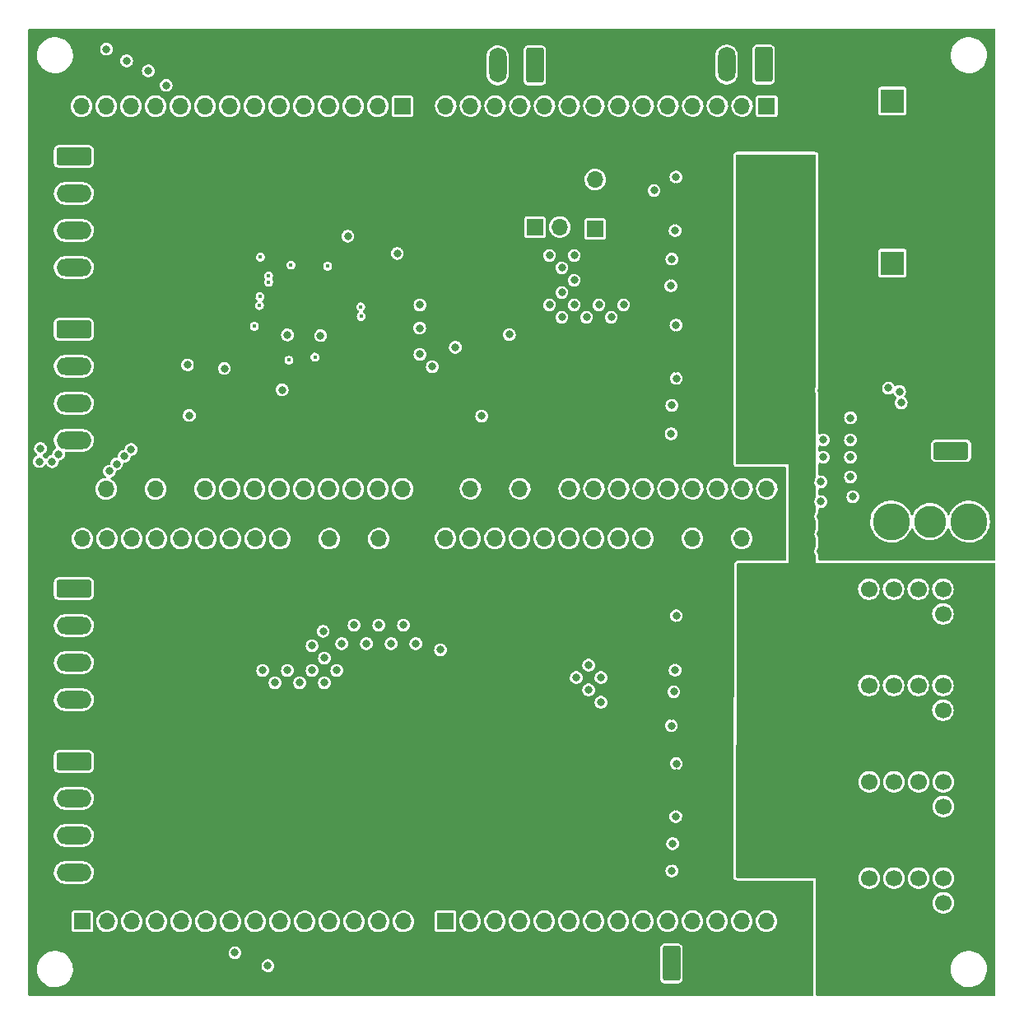
<source format=gbr>
%TF.GenerationSoftware,KiCad,Pcbnew,(6.0.4-0)*%
%TF.CreationDate,2022-09-03T22:07:04-04:00*%
%TF.ProjectId,QuarkCncQuadDriver,51756172-6b43-46e6-9351-756164447269,rev?*%
%TF.SameCoordinates,Original*%
%TF.FileFunction,Copper,L2,Inr*%
%TF.FilePolarity,Positive*%
%FSLAX46Y46*%
G04 Gerber Fmt 4.6, Leading zero omitted, Abs format (unit mm)*
G04 Created by KiCad (PCBNEW (6.0.4-0)) date 2022-09-03 22:07:04*
%MOMM*%
%LPD*%
G01*
G04 APERTURE LIST*
G04 Aperture macros list*
%AMRoundRect*
0 Rectangle with rounded corners*
0 $1 Rounding radius*
0 $2 $3 $4 $5 $6 $7 $8 $9 X,Y pos of 4 corners*
0 Add a 4 corners polygon primitive as box body*
4,1,4,$2,$3,$4,$5,$6,$7,$8,$9,$2,$3,0*
0 Add four circle primitives for the rounded corners*
1,1,$1+$1,$2,$3*
1,1,$1+$1,$4,$5*
1,1,$1+$1,$6,$7*
1,1,$1+$1,$8,$9*
0 Add four rect primitives between the rounded corners*
20,1,$1+$1,$2,$3,$4,$5,0*
20,1,$1+$1,$4,$5,$6,$7,0*
20,1,$1+$1,$6,$7,$8,$9,0*
20,1,$1+$1,$8,$9,$2,$3,0*%
G04 Aperture macros list end*
%TA.AperFunction,ComponentPad*%
%ADD10R,1.700000X1.700000*%
%TD*%
%TA.AperFunction,ComponentPad*%
%ADD11O,1.700000X1.700000*%
%TD*%
%TA.AperFunction,ComponentPad*%
%ADD12RoundRect,0.250000X-1.550000X0.650000X-1.550000X-0.650000X1.550000X-0.650000X1.550000X0.650000X0*%
%TD*%
%TA.AperFunction,ComponentPad*%
%ADD13O,3.600000X1.800000*%
%TD*%
%TA.AperFunction,ComponentPad*%
%ADD14RoundRect,0.250000X-0.650000X-1.550000X0.650000X-1.550000X0.650000X1.550000X-0.650000X1.550000X0*%
%TD*%
%TA.AperFunction,ComponentPad*%
%ADD15O,1.800000X3.600000*%
%TD*%
%TA.AperFunction,ComponentPad*%
%ADD16RoundRect,0.250000X0.650000X1.550000X-0.650000X1.550000X-0.650000X-1.550000X0.650000X-1.550000X0*%
%TD*%
%TA.AperFunction,ComponentPad*%
%ADD17C,0.600000*%
%TD*%
%TA.AperFunction,ComponentPad*%
%ADD18C,3.300000*%
%TD*%
%TA.AperFunction,ComponentPad*%
%ADD19C,3.800000*%
%TD*%
%TA.AperFunction,ComponentPad*%
%ADD20RoundRect,0.250000X0.600000X-0.600000X0.600000X0.600000X-0.600000X0.600000X-0.600000X-0.600000X0*%
%TD*%
%TA.AperFunction,ComponentPad*%
%ADD21C,1.700000*%
%TD*%
%TA.AperFunction,ComponentPad*%
%ADD22O,1.250000X0.950000*%
%TD*%
%TA.AperFunction,ComponentPad*%
%ADD23O,0.890000X1.550000*%
%TD*%
%TA.AperFunction,ComponentPad*%
%ADD24RoundRect,0.250000X1.550000X-0.650000X1.550000X0.650000X-1.550000X0.650000X-1.550000X-0.650000X0*%
%TD*%
%TA.AperFunction,ComponentPad*%
%ADD25R,2.400000X2.400000*%
%TD*%
%TA.AperFunction,ComponentPad*%
%ADD26C,2.400000*%
%TD*%
%TA.AperFunction,ViaPad*%
%ADD27C,0.800000*%
%TD*%
%TA.AperFunction,ViaPad*%
%ADD28C,0.406400*%
%TD*%
G04 APERTURE END LIST*
D10*
%TO.N,/STEPPER_A_DIAG0*%
%TO.C,U29*%
X43180000Y-123190000D03*
D11*
%TO.N,/STEPPER DRIVER A/STEPPER_DIAG1*%
X45720000Y-123190000D03*
%TO.N,/STEPPER DRIVER A/STEPPER_COIL_B1*%
X48260000Y-123190000D03*
X50800000Y-123190000D03*
X53340000Y-123190000D03*
%TO.N,/STEPPER DRIVER A/STEPPER_COIL_B2*%
X55880000Y-123190000D03*
X58420000Y-123190000D03*
X60960000Y-123190000D03*
%TO.N,/STEPPER DRIVER A/STEPPER_COIL_A1*%
X63500000Y-123190000D03*
X66040000Y-123190000D03*
X68580000Y-123190000D03*
%TO.N,/STEPPER DRIVER A/STEPPER_COIL_A2*%
X71120000Y-123190000D03*
X73660000Y-123190000D03*
X76200000Y-123190000D03*
%TD*%
D12*
%TO.N,/STEPPER DRIVER Y/STEPPER_COIL_A2*%
%TO.C,J11*%
X42302500Y-62285000D03*
D13*
%TO.N,/STEPPER DRIVER Y/STEPPER_COIL_A1*%
X42302500Y-66095000D03*
%TO.N,/STEPPER DRIVER Y/STEPPER_COIL_B2*%
X42302500Y-69905000D03*
%TO.N,/STEPPER DRIVER Y/STEPPER_COIL_B1*%
X42302500Y-73715000D03*
%TD*%
D14*
%TO.N,+12V*%
%TO.C,J10*%
X103759000Y-127508000D03*
D15*
%TO.N,GND*%
X107569000Y-127508000D03*
%TD*%
D16*
%TO.N,/RS485/RS485_A*%
%TO.C,J4*%
X89708600Y-35139700D03*
D15*
%TO.N,/RS485/RS485_B*%
X85898600Y-35139700D03*
%TD*%
D10*
%TO.N,/STEPPER_X_DIAG0*%
%TO.C,U9*%
X76095000Y-39345000D03*
D11*
%TO.N,/STEPPER DRIVER X/STEPPER_DIAG1*%
X73555000Y-39345000D03*
%TO.N,/STEPPER DRIVER X/STEPPER_COIL_B1*%
X71015000Y-39345000D03*
X68475000Y-39345000D03*
X65935000Y-39345000D03*
%TO.N,/STEPPER DRIVER X/STEPPER_COIL_B2*%
X63395000Y-39345000D03*
X60855000Y-39345000D03*
X58315000Y-39345000D03*
%TO.N,/STEPPER DRIVER X/STEPPER_COIL_A1*%
X55775000Y-39345000D03*
X53235000Y-39345000D03*
X50695000Y-39345000D03*
%TO.N,/STEPPER DRIVER X/STEPPER_COIL_A2*%
X48155000Y-39345000D03*
X45615000Y-39345000D03*
X43075000Y-39345000D03*
%TD*%
D17*
%TO.N,GND*%
%TO.C,U23*%
X65407200Y-61712300D03*
X67957200Y-59162300D03*
X66682200Y-60437300D03*
X66682200Y-61712300D03*
X65407200Y-59162300D03*
X65407200Y-60437300D03*
X67957200Y-61712300D03*
X67957200Y-60437300D03*
X66682200Y-59162300D03*
%TD*%
D18*
%TO.N,*%
%TO.C,F1*%
X130378200Y-82061400D03*
D19*
%TO.N,/Input_Protection/VCC_INPUT*%
X134378200Y-82061400D03*
%TO.N,/Input_Protection/vcc_post_fuse*%
X126378200Y-82061400D03*
%TD*%
D12*
%TO.N,/STEPPER DRIVER X/STEPPER_COIL_A2*%
%TO.C,Je1*%
X42302500Y-44505000D03*
D13*
%TO.N,/STEPPER DRIVER X/STEPPER_COIL_A1*%
X42302500Y-48315000D03*
%TO.N,/STEPPER DRIVER X/STEPPER_COIL_B2*%
X42302500Y-52125000D03*
%TO.N,/STEPPER DRIVER X/STEPPER_COIL_B1*%
X42302500Y-55935000D03*
%TD*%
D10*
%TO.N,/RP2040 Microcontroller/SWCLK*%
%TO.C,J2*%
X95935800Y-51968400D03*
D11*
%TO.N,GND*%
X95935800Y-49428400D03*
%TO.N,/RP2040 Microcontroller/SWD*%
X95935800Y-46888400D03*
%TD*%
D10*
%TO.N,GND*%
%TO.C,U19*%
X113550000Y-83795000D03*
D11*
%TO.N,VCC*%
X111010000Y-83795000D03*
%TO.N,GND*%
X108470000Y-83795000D03*
%TO.N,VCC*%
X105930000Y-83795000D03*
%TO.N,GND*%
X103390000Y-83795000D03*
%TO.N,+12V*%
X100850000Y-83795000D03*
%TO.N,+3V3*%
X98310000Y-83795000D03*
%TO.N,/STEPPER_Z_ENn*%
X95770000Y-83795000D03*
%TO.N,/STEPPER_Z_DIR*%
X93230000Y-83795000D03*
%TO.N,/STEPPER_Z_STEP*%
X90690000Y-83795000D03*
%TO.N,/STEPPER_Z_CSn*%
X88150000Y-83795000D03*
%TO.N,/STEPPER_MISO*%
X85610000Y-83795000D03*
%TO.N,/STEPPER_MOSI*%
X83070000Y-83795000D03*
%TO.N,/STEPPER_SCK*%
X80530000Y-83795000D03*
%TD*%
D10*
%TO.N,GND*%
%TO.C,U27*%
X76200000Y-83820000D03*
D11*
%TO.N,VCC*%
X73660000Y-83820000D03*
%TO.N,GND*%
X71120000Y-83820000D03*
%TO.N,VCC*%
X68580000Y-83820000D03*
%TO.N,GND*%
X66040000Y-83820000D03*
%TO.N,+12V*%
X63500000Y-83820000D03*
%TO.N,+3V3*%
X60960000Y-83820000D03*
%TO.N,/STEPPER_A_ENn*%
X58420000Y-83820000D03*
%TO.N,/STEPPER_A_DIR*%
X55880000Y-83820000D03*
%TO.N,/STEPPER_A_STEP*%
X53340000Y-83820000D03*
%TO.N,/STEPPER_A_CSn*%
X50800000Y-83820000D03*
%TO.N,/STEPPER_MISO*%
X48260000Y-83820000D03*
%TO.N,/STEPPER_MOSI*%
X45720000Y-83820000D03*
%TO.N,/STEPPER_SCK*%
X43180000Y-83820000D03*
%TD*%
D10*
%TO.N,Net-(J14-Pad1)*%
%TO.C,J14*%
X89733200Y-51765200D03*
D11*
%TO.N,/RS485/RS485_B*%
X92273200Y-51765200D03*
%TD*%
D20*
%TO.N,VCC_EXT*%
%TO.C,J9*%
X124101000Y-121275500D03*
D21*
%TO.N,/Stepper Isolation 4/step_ext*%
X124101000Y-118735500D03*
%TO.N,VCC_EXT*%
X126641000Y-121275500D03*
%TO.N,/Stepper Isolation 4/dir_ext*%
X126641000Y-118735500D03*
%TO.N,VCC_EXT*%
X129181000Y-121275500D03*
%TO.N,/Stepper Isolation 4/ena_ext*%
X129181000Y-118735500D03*
%TO.N,unconnected-(J9-Pad7)*%
X131721000Y-121275500D03*
%TO.N,/Stepper Isolation 4/alarm_ext*%
X131721000Y-118735500D03*
%TD*%
D10*
%TO.N,GND*%
%TO.C,U7*%
X43075000Y-78715000D03*
D11*
%TO.N,VCC*%
X45615000Y-78715000D03*
%TO.N,GND*%
X48155000Y-78715000D03*
%TO.N,VCC*%
X50695000Y-78715000D03*
%TO.N,GND*%
X53235000Y-78715000D03*
%TO.N,+12V*%
X55775000Y-78715000D03*
%TO.N,+3V3*%
X58315000Y-78715000D03*
%TO.N,/STEPPER_X_ENn*%
X60855000Y-78715000D03*
%TO.N,/STEPPER_X_DIR*%
X63395000Y-78715000D03*
%TO.N,/STEPPER_X_STEP*%
X65935000Y-78715000D03*
%TO.N,/STEPPER_X_CSn*%
X68475000Y-78715000D03*
%TO.N,/STEPPER_MISO*%
X71015000Y-78715000D03*
%TO.N,/STEPPER_MOSI*%
X73555000Y-78715000D03*
%TO.N,/STEPPER_SCK*%
X76095000Y-78715000D03*
%TD*%
D10*
%TO.N,GND*%
%TO.C,U1*%
X80550000Y-78690000D03*
D11*
%TO.N,VCC*%
X83090000Y-78690000D03*
%TO.N,GND*%
X85630000Y-78690000D03*
%TO.N,VCC*%
X88170000Y-78690000D03*
%TO.N,GND*%
X90710000Y-78690000D03*
%TO.N,+12V*%
X93250000Y-78690000D03*
%TO.N,+3V3*%
X95790000Y-78690000D03*
%TO.N,/STEPPER_Y_ENn*%
X98330000Y-78690000D03*
%TO.N,/STEPPER_Y_DIR*%
X100870000Y-78690000D03*
%TO.N,/STEPPER_Y_STEP*%
X103410000Y-78690000D03*
%TO.N,/STEPPER_Y_CSn*%
X105950000Y-78690000D03*
%TO.N,/STEPPER_MISO*%
X108490000Y-78690000D03*
%TO.N,/STEPPER_MOSI*%
X111030000Y-78690000D03*
%TO.N,/STEPPER_SCK*%
X113570000Y-78690000D03*
%TD*%
D20*
%TO.N,VCC_EXT*%
%TO.C,J8*%
X124101000Y-111369500D03*
D21*
%TO.N,/Stepper Isolation 3/step_ext*%
X124101000Y-108829500D03*
%TO.N,VCC_EXT*%
X126641000Y-111369500D03*
%TO.N,/Stepper Isolation 3/dir_ext*%
X126641000Y-108829500D03*
%TO.N,VCC_EXT*%
X129181000Y-111369500D03*
%TO.N,/Stepper Isolation 3/ena_ext*%
X129181000Y-108829500D03*
%TO.N,unconnected-(J8-Pad7)*%
X131721000Y-111369500D03*
%TO.N,/Stepper Isolation 3/alarm_ext*%
X131721000Y-108829500D03*
%TD*%
D22*
%TO.N,GND*%
%TO.C,J3*%
X51649000Y-126947000D03*
D23*
X52649000Y-129647000D03*
X45649000Y-129647000D03*
D22*
X46649000Y-126947000D03*
%TD*%
D12*
%TO.N,/STEPPER DRIVER A/STEPPER_COIL_A2*%
%TO.C,J13*%
X42302500Y-106735000D03*
D13*
%TO.N,/STEPPER DRIVER A/STEPPER_COIL_A1*%
X42302500Y-110545000D03*
%TO.N,/STEPPER DRIVER A/STEPPER_COIL_B2*%
X42302500Y-114355000D03*
%TO.N,/STEPPER DRIVER A/STEPPER_COIL_B1*%
X42302500Y-118165000D03*
%TD*%
D12*
%TO.N,/STEPPER DRIVER Z/STEPPER_COIL_A2*%
%TO.C,J12*%
X42302500Y-88955000D03*
D13*
%TO.N,/STEPPER DRIVER Z/STEPPER_COIL_A1*%
X42302500Y-92765000D03*
%TO.N,/STEPPER DRIVER Z/STEPPER_COIL_B2*%
X42302500Y-96575000D03*
%TO.N,/STEPPER DRIVER Z/STEPPER_COIL_B1*%
X42302500Y-100385000D03*
%TD*%
D24*
%TO.N,/Input_Protection/VCC_INPUT*%
%TO.C,J1*%
X132537200Y-74777600D03*
D13*
%TO.N,GND*%
X132537200Y-70967600D03*
%TD*%
D16*
%TO.N,/RS485/RS485_A*%
%TO.C,J5*%
X113254400Y-35063500D03*
D15*
%TO.N,/RS485/RS485_B*%
X109444400Y-35063500D03*
%TD*%
D20*
%TO.N,VCC_EXT*%
%TO.C,J6*%
X124079000Y-91557500D03*
D21*
%TO.N,/Stepper Isolation 1/step_ext*%
X124079000Y-89017500D03*
%TO.N,VCC_EXT*%
X126619000Y-91557500D03*
%TO.N,/Stepper Isolation 1/dir_ext*%
X126619000Y-89017500D03*
%TO.N,VCC_EXT*%
X129159000Y-91557500D03*
%TO.N,/Stepper Isolation 1/ena_ext*%
X129159000Y-89017500D03*
%TO.N,unconnected-(J6-Pad7)*%
X131699000Y-91557500D03*
%TO.N,/Stepper Isolation 1/alarm_ext*%
X131699000Y-89017500D03*
%TD*%
D25*
%TO.N,VCC*%
%TO.C,C1*%
X126492000Y-55473600D03*
D26*
%TO.N,GND*%
X126492000Y-62973600D03*
%TD*%
D25*
%TO.N,VCC*%
%TO.C,C2*%
X126492000Y-38803646D03*
D26*
%TO.N,GND*%
X126492000Y-46303646D03*
%TD*%
D20*
%TO.N,VCC_EXT*%
%TO.C,J7*%
X124079000Y-101463500D03*
D21*
%TO.N,/Stepper Isolation 2/step_ext*%
X124079000Y-98923500D03*
%TO.N,VCC_EXT*%
X126619000Y-101463500D03*
%TO.N,/Stepper Isolation 2/dir_ext*%
X126619000Y-98923500D03*
%TO.N,VCC_EXT*%
X129159000Y-101463500D03*
%TO.N,/Stepper Isolation 2/ena_ext*%
X129159000Y-98923500D03*
%TO.N,unconnected-(J7-Pad7)*%
X131699000Y-101463500D03*
%TO.N,/Stepper Isolation 2/alarm_ext*%
X131699000Y-98923500D03*
%TD*%
D10*
%TO.N,/STEPPER_Z_DIAG0*%
%TO.C,U21*%
X80530000Y-123165000D03*
D11*
%TO.N,/STEPPER DRIVER Z/STEPPER_DIAG1*%
X83070000Y-123165000D03*
%TO.N,/STEPPER DRIVER Z/STEPPER_COIL_B1*%
X85610000Y-123165000D03*
X88150000Y-123165000D03*
X90690000Y-123165000D03*
%TO.N,/STEPPER DRIVER Z/STEPPER_COIL_B2*%
X93230000Y-123165000D03*
X95770000Y-123165000D03*
X98310000Y-123165000D03*
%TO.N,/STEPPER DRIVER Z/STEPPER_COIL_A1*%
X100850000Y-123165000D03*
X103390000Y-123165000D03*
X105930000Y-123165000D03*
%TO.N,/STEPPER DRIVER Z/STEPPER_COIL_A2*%
X108470000Y-123165000D03*
X111010000Y-123165000D03*
X113550000Y-123165000D03*
%TD*%
D10*
%TO.N,/STEPPER_Y_DIAG0*%
%TO.C,U3*%
X113570000Y-39320000D03*
D11*
%TO.N,/STEPPER DRIVER Y/STEPPER_DIAG1*%
X111030000Y-39320000D03*
%TO.N,/STEPPER DRIVER Y/STEPPER_COIL_B1*%
X108490000Y-39320000D03*
X105950000Y-39320000D03*
X103410000Y-39320000D03*
%TO.N,/STEPPER DRIVER Y/STEPPER_COIL_B2*%
X100870000Y-39320000D03*
X98330000Y-39320000D03*
X95790000Y-39320000D03*
%TO.N,/STEPPER DRIVER Y/STEPPER_COIL_A1*%
X93250000Y-39320000D03*
X90710000Y-39320000D03*
X88170000Y-39320000D03*
%TO.N,/STEPPER DRIVER Y/STEPPER_COIL_A2*%
X85630000Y-39320000D03*
X83090000Y-39320000D03*
X80550000Y-39320000D03*
%TD*%
D27*
%TO.N,GND*%
X60500000Y-129750000D03*
X72329600Y-130170400D03*
%TO.N,+3V3*%
X57783700Y-66314100D03*
X103733600Y-73025000D03*
X104241600Y-46634400D03*
X91232000Y-54705000D03*
X104140000Y-97344000D03*
X75565000Y-54483000D03*
X49968600Y-35710400D03*
X104241600Y-61849000D03*
X67679685Y-62938569D03*
X92502000Y-55975000D03*
X103809800Y-117983000D03*
X93772000Y-54705000D03*
X93772000Y-57245000D03*
X47733400Y-34669000D03*
X103708200Y-57810400D03*
X91232000Y-59785000D03*
D28*
X61437133Y-58925031D03*
X62331054Y-56794946D03*
D27*
X104215306Y-112403556D03*
X103809800Y-55067200D03*
X104140000Y-52132000D03*
X92502000Y-58515000D03*
X95042000Y-61055000D03*
D28*
X67108564Y-65155307D03*
D27*
X98852000Y-59785000D03*
D28*
X71856600Y-60960000D03*
X64426439Y-65459617D03*
X64617600Y-55676800D03*
D27*
X101981000Y-48006000D03*
D28*
X61489600Y-54864000D03*
D27*
X84247000Y-71215000D03*
X51800000Y-37200000D03*
X96312000Y-59785000D03*
X103809800Y-70104000D03*
X103759000Y-103059000D03*
X64268838Y-62858679D03*
X63726000Y-68511037D03*
X97582000Y-61055000D03*
X104267000Y-106959400D03*
X104013000Y-99568000D03*
X103886000Y-115189000D03*
X104267000Y-91756000D03*
D28*
X61391800Y-59842400D03*
D27*
X92502000Y-61055000D03*
X104267000Y-67335400D03*
X93772000Y-59785000D03*
D28*
X68402200Y-55803800D03*
D27*
X70485000Y-52705000D03*
X45649000Y-33477200D03*
%TO.N,VCC*%
X95250000Y-99382000D03*
X122174000Y-77470000D03*
X119380000Y-73660000D03*
X122189499Y-71389499D03*
X127409000Y-69847400D03*
X126088200Y-68323400D03*
X96520000Y-98112000D03*
X127231200Y-68679000D03*
X119126000Y-77978000D03*
X93980000Y-98112000D03*
X119126000Y-80010000D03*
X122174000Y-75438000D03*
X122174000Y-73660000D03*
X119380000Y-75438000D03*
X122428000Y-79502000D03*
X95250000Y-96842000D03*
X96520000Y-100652000D03*
%TO.N,GND*%
X74930000Y-89535000D03*
X62100000Y-35600000D03*
X61595000Y-89535000D03*
X73025000Y-70739000D03*
X104239839Y-62848501D03*
X62000000Y-33000000D03*
D28*
X60831230Y-58925031D03*
D27*
X76021948Y-58392677D03*
X65405000Y-89535000D03*
X87630000Y-106367000D03*
X122428000Y-81534000D03*
X103759744Y-116984752D03*
X83931000Y-70072000D03*
X104269647Y-107958899D03*
X80949800Y-55854600D03*
X92710000Y-103827000D03*
X86360000Y-105097000D03*
X85928200Y-96774000D03*
X69164287Y-61472140D03*
X96520000Y-105097000D03*
X83612000Y-59785000D03*
X69469000Y-54864000D03*
X85090000Y-103827000D03*
X69215000Y-89535000D03*
X96520000Y-102557000D03*
X103759000Y-102043000D03*
X84455000Y-96842000D03*
X79502000Y-54102000D03*
X98628200Y-48310800D03*
X78740000Y-89535000D03*
X93980000Y-105097000D03*
X119126000Y-83312000D03*
X56515000Y-98298000D03*
X103733600Y-56794400D03*
X108432600Y-114071400D03*
D28*
X68402200Y-54889400D03*
D27*
X67310000Y-89535000D03*
X80756000Y-70072000D03*
X104241600Y-66319400D03*
X84882000Y-61055000D03*
X104239839Y-47633901D03*
X108303000Y-53559042D03*
X62105200Y-70351733D03*
X85979000Y-90551000D03*
X71120000Y-89535000D03*
X119126000Y-81534000D03*
X104241600Y-111404400D03*
X87630000Y-103827000D03*
D28*
X74193400Y-60045600D03*
D27*
X108557000Y-98868000D03*
D28*
X64617600Y-54889400D03*
D27*
X84058000Y-66135000D03*
D28*
X60256067Y-61953609D03*
D27*
X85090000Y-106367000D03*
X95250000Y-106367000D03*
X84429600Y-56108600D03*
X75920600Y-66421000D03*
X119126000Y-85090000D03*
X73025000Y-89535000D03*
X122428000Y-85090000D03*
X103733600Y-71958200D03*
X95250000Y-103827000D03*
X87614000Y-70072000D03*
X104140000Y-51116000D03*
X104267000Y-92772000D03*
D28*
X60731400Y-59867800D03*
D27*
X99466400Y-54381400D03*
X119202200Y-68554600D03*
X74930000Y-64262000D03*
X122428000Y-83312000D03*
D28*
X60883800Y-54889400D03*
D27*
X104140000Y-96328000D03*
X86852000Y-60166000D03*
D28*
X64566800Y-66065400D03*
X60731400Y-57048400D03*
D27*
X86360000Y-102557000D03*
X88630000Y-68167000D03*
X108712000Y-68515000D03*
X85344000Y-59055000D03*
D28*
X74218800Y-61036200D03*
X67081400Y-65760600D03*
%TO.N,/RP2040 Microcontroller/1V1*%
X71805800Y-59975244D03*
X60866666Y-61984064D03*
X62331600Y-57454800D03*
D27*
%TO.N,/RP2040 Microcontroller/~{USB_BOOT}*%
X58877200Y-126415800D03*
X62250000Y-127750000D03*
%TO.N,Net-(C39-Pad2)*%
X87106000Y-62833000D03*
X81534000Y-64135000D03*
%TO.N,+12V*%
X76200000Y-92710000D03*
X72390000Y-94615000D03*
X67945000Y-93345000D03*
X69341000Y-97374000D03*
X69850000Y-94615000D03*
X80010000Y-95250000D03*
X66801000Y-94834000D03*
X64261000Y-97374000D03*
X68071000Y-98644000D03*
X73660000Y-92710000D03*
X62991000Y-98644000D03*
X77470000Y-94615000D03*
X65531000Y-98644000D03*
X74930000Y-94615000D03*
X71120000Y-92710000D03*
X68071000Y-96104000D03*
X77897000Y-59785000D03*
X61721000Y-97374000D03*
X77876315Y-62158529D03*
X79167000Y-66135000D03*
X66801000Y-97374000D03*
X77897000Y-64865000D03*
%TO.N,/RP2040 Microcontroller/GPIO2*%
X38737600Y-75887112D03*
X46699090Y-76137690D03*
%TO.N,/RP2040 Microcontroller/GPIO3*%
X38862000Y-74549000D03*
X45962490Y-76874290D03*
%TO.N,/RP2040 Microcontroller/RUN*%
X53986004Y-65946426D03*
X54178200Y-71145400D03*
%TO.N,/RP2040 Microcontroller/GPIO0*%
X48183698Y-74653083D03*
X40727239Y-75134663D03*
%TO.N,/RP2040 Microcontroller/GPIO1*%
X47476942Y-75359838D03*
X40080801Y-75896977D03*
%TO.N,VCC_EXT*%
X114046000Y-57531000D03*
X114147600Y-113995200D03*
X114046000Y-68961000D03*
X114833400Y-97028000D03*
X114782600Y-92938600D03*
X113715800Y-102768400D03*
X114681000Y-62103000D03*
X114808000Y-66929000D03*
X114858800Y-111963200D03*
X113919000Y-53594000D03*
X114808000Y-46863000D03*
X114046000Y-117805200D03*
X114071400Y-98907600D03*
X113919000Y-72771000D03*
X114808000Y-51562000D03*
X114858800Y-107315000D03*
%TD*%
%TA.AperFunction,Conductor*%
%TO.N,VCC_EXT*%
G36*
X118582121Y-44318002D02*
G01*
X118628614Y-44371658D01*
X118640000Y-44424000D01*
X118640000Y-68178171D01*
X118625126Y-68237387D01*
X118621150Y-68243044D01*
X118563606Y-68390637D01*
X118542929Y-68547696D01*
X118543763Y-68555246D01*
X118557426Y-68679000D01*
X118560313Y-68705153D01*
X118614753Y-68853919D01*
X118618991Y-68860225D01*
X118622439Y-68866993D01*
X118621046Y-68867703D01*
X118640000Y-68929893D01*
X118640000Y-77491353D01*
X118617087Y-77563804D01*
X118544950Y-77666444D01*
X118487406Y-77814037D01*
X118486414Y-77821570D01*
X118486414Y-77821571D01*
X118469799Y-77947779D01*
X118466729Y-77971096D01*
X118467563Y-77978646D01*
X118479085Y-78083008D01*
X118484113Y-78128553D01*
X118538553Y-78277319D01*
X118542789Y-78283622D01*
X118542789Y-78283623D01*
X118618582Y-78396415D01*
X118640000Y-78466691D01*
X118640000Y-79523353D01*
X118617087Y-79595804D01*
X118544950Y-79698444D01*
X118487406Y-79846037D01*
X118486414Y-79853570D01*
X118486414Y-79853571D01*
X118479293Y-79907665D01*
X118466729Y-80003096D01*
X118467563Y-80010646D01*
X118483199Y-80152271D01*
X118484113Y-80160553D01*
X118486723Y-80167684D01*
X118486723Y-80167686D01*
X118535547Y-80301104D01*
X118538553Y-80309319D01*
X118542789Y-80315622D01*
X118542789Y-80315623D01*
X118618582Y-80428415D01*
X118640000Y-80498691D01*
X118640000Y-81047353D01*
X118617087Y-81119804D01*
X118544950Y-81222444D01*
X118487406Y-81370037D01*
X118466729Y-81527096D01*
X118484113Y-81684553D01*
X118486723Y-81691684D01*
X118486723Y-81691686D01*
X118491284Y-81704148D01*
X118538553Y-81833319D01*
X118542789Y-81839622D01*
X118542789Y-81839623D01*
X118618582Y-81952415D01*
X118640000Y-82022691D01*
X118640000Y-82825353D01*
X118617087Y-82897804D01*
X118544950Y-83000444D01*
X118487406Y-83148037D01*
X118486414Y-83155570D01*
X118486414Y-83155571D01*
X118473296Y-83255216D01*
X118466729Y-83305096D01*
X118467563Y-83312646D01*
X118483088Y-83453267D01*
X118484113Y-83462553D01*
X118486723Y-83469684D01*
X118486723Y-83469686D01*
X118531798Y-83592859D01*
X118538553Y-83611319D01*
X118542789Y-83617622D01*
X118542789Y-83617623D01*
X118618582Y-83730415D01*
X118640000Y-83800691D01*
X118640000Y-84603353D01*
X118617087Y-84675804D01*
X118544950Y-84778444D01*
X118525440Y-84828484D01*
X118497753Y-84899499D01*
X118487406Y-84926037D01*
X118466729Y-85083096D01*
X118484113Y-85240553D01*
X118538553Y-85389319D01*
X118542789Y-85395622D01*
X118542789Y-85395623D01*
X118618582Y-85508415D01*
X118640000Y-85578691D01*
X118640000Y-86335000D01*
X136979500Y-86335000D01*
X137047621Y-86355002D01*
X137094114Y-86408658D01*
X137105500Y-86461000D01*
X137105500Y-130709500D01*
X137085498Y-130777621D01*
X137031842Y-130824114D01*
X136979500Y-130835500D01*
X118766044Y-130835500D01*
X118697923Y-130815498D01*
X118651430Y-130761842D01*
X118640044Y-130709497D01*
X118640100Y-128132186D01*
X132501018Y-128132186D01*
X132526579Y-128400100D01*
X132590547Y-128661518D01*
X132691583Y-128910963D01*
X132827569Y-129143210D01*
X132995658Y-129353395D01*
X133192327Y-129537113D01*
X133413457Y-129690516D01*
X133654416Y-129810391D01*
X133658750Y-129811812D01*
X133658753Y-129811813D01*
X133905823Y-129892807D01*
X133905829Y-129892808D01*
X133910156Y-129894227D01*
X133914647Y-129895007D01*
X133914648Y-129895007D01*
X134171538Y-129939611D01*
X134171546Y-129939612D01*
X134175319Y-129940267D01*
X134179156Y-129940458D01*
X134258777Y-129944422D01*
X134258785Y-129944422D01*
X134260348Y-129944500D01*
X134428374Y-129944500D01*
X134430642Y-129944335D01*
X134430654Y-129944335D01*
X134561457Y-129934844D01*
X134628425Y-129929985D01*
X134632880Y-129929001D01*
X134632883Y-129929001D01*
X134886770Y-129872947D01*
X134886772Y-129872946D01*
X134891226Y-129871963D01*
X135142900Y-129776613D01*
X135378172Y-129645931D01*
X135524842Y-129533996D01*
X135588491Y-129485421D01*
X135588495Y-129485417D01*
X135592116Y-129482654D01*
X135780249Y-129290203D01*
X135887242Y-129143210D01*
X135935942Y-129076304D01*
X135935947Y-129076297D01*
X135938630Y-129072610D01*
X136063941Y-128834433D01*
X136153557Y-128580662D01*
X136178688Y-128453156D01*
X136204720Y-128321083D01*
X136204721Y-128321077D01*
X136205601Y-128316611D01*
X136214782Y-128132186D01*
X136218755Y-128052383D01*
X136218755Y-128052377D01*
X136218982Y-128047814D01*
X136193421Y-127779900D01*
X136129453Y-127518482D01*
X136028417Y-127269037D01*
X135892431Y-127036790D01*
X135724342Y-126826605D01*
X135527673Y-126642887D01*
X135306543Y-126489484D01*
X135065584Y-126369609D01*
X135061250Y-126368188D01*
X135061247Y-126368187D01*
X134814177Y-126287193D01*
X134814171Y-126287192D01*
X134809844Y-126285773D01*
X134805352Y-126284993D01*
X134548462Y-126240389D01*
X134548454Y-126240388D01*
X134544681Y-126239733D01*
X134534718Y-126239237D01*
X134461223Y-126235578D01*
X134461215Y-126235578D01*
X134459652Y-126235500D01*
X134291626Y-126235500D01*
X134289358Y-126235665D01*
X134289346Y-126235665D01*
X134158543Y-126245156D01*
X134091575Y-126250015D01*
X134087120Y-126250999D01*
X134087117Y-126250999D01*
X133833230Y-126307053D01*
X133833228Y-126307054D01*
X133828774Y-126308037D01*
X133577100Y-126403387D01*
X133341828Y-126534069D01*
X133338196Y-126536841D01*
X133131509Y-126694579D01*
X133131505Y-126694583D01*
X133127884Y-126697346D01*
X132939751Y-126889797D01*
X132937066Y-126893486D01*
X132784058Y-127103696D01*
X132784053Y-127103703D01*
X132781370Y-127107390D01*
X132656059Y-127345567D01*
X132566443Y-127599338D01*
X132565560Y-127603820D01*
X132530855Y-127779900D01*
X132514399Y-127863389D01*
X132514172Y-127867942D01*
X132514172Y-127867945D01*
X132504991Y-128052383D01*
X132501018Y-128132186D01*
X118640100Y-128132186D01*
X118640250Y-121246464D01*
X130612148Y-121246464D01*
X130625424Y-121449022D01*
X130626845Y-121454618D01*
X130626846Y-121454623D01*
X130647119Y-121534445D01*
X130675392Y-121645769D01*
X130677809Y-121651012D01*
X130715010Y-121731708D01*
X130760377Y-121830116D01*
X130877533Y-121995889D01*
X131022938Y-122137535D01*
X131191720Y-122250312D01*
X131197023Y-122252590D01*
X131197026Y-122252592D01*
X131285707Y-122290692D01*
X131378228Y-122330442D01*
X131451244Y-122346964D01*
X131570579Y-122373967D01*
X131570584Y-122373968D01*
X131576216Y-122375242D01*
X131581987Y-122375469D01*
X131581989Y-122375469D01*
X131641756Y-122377817D01*
X131779053Y-122383212D01*
X131879499Y-122368648D01*
X131974231Y-122354913D01*
X131974236Y-122354912D01*
X131979945Y-122354084D01*
X131985409Y-122352229D01*
X131985414Y-122352228D01*
X132166693Y-122290692D01*
X132166698Y-122290690D01*
X132172165Y-122288834D01*
X132179035Y-122284987D01*
X132246683Y-122247102D01*
X132349276Y-122189647D01*
X132411934Y-122137535D01*
X132500913Y-122063531D01*
X132505345Y-122059845D01*
X132635147Y-121903776D01*
X132734334Y-121726665D01*
X132736190Y-121721198D01*
X132736192Y-121721193D01*
X132797728Y-121539914D01*
X132797729Y-121539909D01*
X132799584Y-121534445D01*
X132800412Y-121528736D01*
X132800413Y-121528731D01*
X132828179Y-121337227D01*
X132828712Y-121333553D01*
X132830232Y-121275500D01*
X132811658Y-121073359D01*
X132810090Y-121067799D01*
X132758125Y-120883546D01*
X132758124Y-120883544D01*
X132756557Y-120877987D01*
X132745978Y-120856533D01*
X132669331Y-120701109D01*
X132666776Y-120695928D01*
X132545320Y-120533279D01*
X132396258Y-120395487D01*
X132391375Y-120392406D01*
X132391371Y-120392403D01*
X132229464Y-120290248D01*
X132224581Y-120287167D01*
X132036039Y-120211946D01*
X132030379Y-120210820D01*
X132030375Y-120210819D01*
X131842613Y-120173471D01*
X131842610Y-120173471D01*
X131836946Y-120172344D01*
X131831171Y-120172268D01*
X131831167Y-120172268D01*
X131729793Y-120170941D01*
X131633971Y-120169687D01*
X131628274Y-120170666D01*
X131628273Y-120170666D01*
X131439607Y-120203085D01*
X131433910Y-120204064D01*
X131243463Y-120274324D01*
X131069010Y-120378112D01*
X131064670Y-120381918D01*
X131064666Y-120381921D01*
X131044723Y-120399411D01*
X130916392Y-120511955D01*
X130790720Y-120671369D01*
X130788031Y-120676480D01*
X130788029Y-120676483D01*
X130775073Y-120701109D01*
X130696203Y-120851015D01*
X130636007Y-121044878D01*
X130612148Y-121246464D01*
X118640250Y-121246464D01*
X118640305Y-118738117D01*
X118640305Y-118720000D01*
X115196386Y-118719173D01*
X110511689Y-118718048D01*
X110472272Y-118706464D01*
X122992148Y-118706464D01*
X123005424Y-118909022D01*
X123006845Y-118914618D01*
X123006846Y-118914623D01*
X123027119Y-118994445D01*
X123055392Y-119105769D01*
X123057809Y-119111012D01*
X123095010Y-119191708D01*
X123140377Y-119290116D01*
X123257533Y-119455889D01*
X123402938Y-119597535D01*
X123571720Y-119710312D01*
X123577023Y-119712590D01*
X123577026Y-119712592D01*
X123665707Y-119750692D01*
X123758228Y-119790442D01*
X123831244Y-119806964D01*
X123950579Y-119833967D01*
X123950584Y-119833968D01*
X123956216Y-119835242D01*
X123961987Y-119835469D01*
X123961989Y-119835469D01*
X124021756Y-119837817D01*
X124159053Y-119843212D01*
X124259499Y-119828648D01*
X124354231Y-119814913D01*
X124354236Y-119814912D01*
X124359945Y-119814084D01*
X124365409Y-119812229D01*
X124365414Y-119812228D01*
X124546693Y-119750692D01*
X124546698Y-119750690D01*
X124552165Y-119748834D01*
X124729276Y-119649647D01*
X124791934Y-119597535D01*
X124880913Y-119523531D01*
X124885345Y-119519845D01*
X125015147Y-119363776D01*
X125114334Y-119186665D01*
X125116190Y-119181198D01*
X125116192Y-119181193D01*
X125177728Y-118999914D01*
X125177729Y-118999909D01*
X125179584Y-118994445D01*
X125180412Y-118988736D01*
X125180413Y-118988731D01*
X125208179Y-118797227D01*
X125208712Y-118793553D01*
X125210232Y-118735500D01*
X125207564Y-118706464D01*
X125532148Y-118706464D01*
X125545424Y-118909022D01*
X125546845Y-118914618D01*
X125546846Y-118914623D01*
X125567119Y-118994445D01*
X125595392Y-119105769D01*
X125597809Y-119111012D01*
X125635010Y-119191708D01*
X125680377Y-119290116D01*
X125797533Y-119455889D01*
X125942938Y-119597535D01*
X126111720Y-119710312D01*
X126117023Y-119712590D01*
X126117026Y-119712592D01*
X126205707Y-119750692D01*
X126298228Y-119790442D01*
X126371244Y-119806964D01*
X126490579Y-119833967D01*
X126490584Y-119833968D01*
X126496216Y-119835242D01*
X126501987Y-119835469D01*
X126501989Y-119835469D01*
X126561756Y-119837817D01*
X126699053Y-119843212D01*
X126799499Y-119828648D01*
X126894231Y-119814913D01*
X126894236Y-119814912D01*
X126899945Y-119814084D01*
X126905409Y-119812229D01*
X126905414Y-119812228D01*
X127086693Y-119750692D01*
X127086698Y-119750690D01*
X127092165Y-119748834D01*
X127269276Y-119649647D01*
X127331934Y-119597535D01*
X127420913Y-119523531D01*
X127425345Y-119519845D01*
X127555147Y-119363776D01*
X127654334Y-119186665D01*
X127656190Y-119181198D01*
X127656192Y-119181193D01*
X127717728Y-118999914D01*
X127717729Y-118999909D01*
X127719584Y-118994445D01*
X127720412Y-118988736D01*
X127720413Y-118988731D01*
X127748179Y-118797227D01*
X127748712Y-118793553D01*
X127750232Y-118735500D01*
X127747564Y-118706464D01*
X128072148Y-118706464D01*
X128085424Y-118909022D01*
X128086845Y-118914618D01*
X128086846Y-118914623D01*
X128107119Y-118994445D01*
X128135392Y-119105769D01*
X128137809Y-119111012D01*
X128175010Y-119191708D01*
X128220377Y-119290116D01*
X128337533Y-119455889D01*
X128482938Y-119597535D01*
X128651720Y-119710312D01*
X128657023Y-119712590D01*
X128657026Y-119712592D01*
X128745707Y-119750692D01*
X128838228Y-119790442D01*
X128911244Y-119806964D01*
X129030579Y-119833967D01*
X129030584Y-119833968D01*
X129036216Y-119835242D01*
X129041987Y-119835469D01*
X129041989Y-119835469D01*
X129101756Y-119837817D01*
X129239053Y-119843212D01*
X129339499Y-119828648D01*
X129434231Y-119814913D01*
X129434236Y-119814912D01*
X129439945Y-119814084D01*
X129445409Y-119812229D01*
X129445414Y-119812228D01*
X129626693Y-119750692D01*
X129626698Y-119750690D01*
X129632165Y-119748834D01*
X129809276Y-119649647D01*
X129871934Y-119597535D01*
X129960913Y-119523531D01*
X129965345Y-119519845D01*
X130095147Y-119363776D01*
X130194334Y-119186665D01*
X130196190Y-119181198D01*
X130196192Y-119181193D01*
X130257728Y-118999914D01*
X130257729Y-118999909D01*
X130259584Y-118994445D01*
X130260412Y-118988736D01*
X130260413Y-118988731D01*
X130288179Y-118797227D01*
X130288712Y-118793553D01*
X130290232Y-118735500D01*
X130287564Y-118706464D01*
X130612148Y-118706464D01*
X130625424Y-118909022D01*
X130626845Y-118914618D01*
X130626846Y-118914623D01*
X130647119Y-118994445D01*
X130675392Y-119105769D01*
X130677809Y-119111012D01*
X130715010Y-119191708D01*
X130760377Y-119290116D01*
X130877533Y-119455889D01*
X131022938Y-119597535D01*
X131191720Y-119710312D01*
X131197023Y-119712590D01*
X131197026Y-119712592D01*
X131285707Y-119750692D01*
X131378228Y-119790442D01*
X131451244Y-119806964D01*
X131570579Y-119833967D01*
X131570584Y-119833968D01*
X131576216Y-119835242D01*
X131581987Y-119835469D01*
X131581989Y-119835469D01*
X131641756Y-119837817D01*
X131779053Y-119843212D01*
X131879499Y-119828648D01*
X131974231Y-119814913D01*
X131974236Y-119814912D01*
X131979945Y-119814084D01*
X131985409Y-119812229D01*
X131985414Y-119812228D01*
X132166693Y-119750692D01*
X132166698Y-119750690D01*
X132172165Y-119748834D01*
X132349276Y-119649647D01*
X132411934Y-119597535D01*
X132500913Y-119523531D01*
X132505345Y-119519845D01*
X132635147Y-119363776D01*
X132734334Y-119186665D01*
X132736190Y-119181198D01*
X132736192Y-119181193D01*
X132797728Y-118999914D01*
X132797729Y-118999909D01*
X132799584Y-118994445D01*
X132800412Y-118988736D01*
X132800413Y-118988731D01*
X132828179Y-118797227D01*
X132828712Y-118793553D01*
X132830232Y-118735500D01*
X132811658Y-118533359D01*
X132810090Y-118527799D01*
X132758125Y-118343546D01*
X132758124Y-118343544D01*
X132756557Y-118337987D01*
X132745978Y-118316533D01*
X132669331Y-118161109D01*
X132666776Y-118155928D01*
X132545320Y-117993279D01*
X132396258Y-117855487D01*
X132391375Y-117852406D01*
X132391371Y-117852403D01*
X132229464Y-117750248D01*
X132224581Y-117747167D01*
X132036039Y-117671946D01*
X132030379Y-117670820D01*
X132030375Y-117670819D01*
X131842613Y-117633471D01*
X131842610Y-117633471D01*
X131836946Y-117632344D01*
X131831171Y-117632268D01*
X131831167Y-117632268D01*
X131729793Y-117630941D01*
X131633971Y-117629687D01*
X131628274Y-117630666D01*
X131628273Y-117630666D01*
X131439607Y-117663085D01*
X131433910Y-117664064D01*
X131243463Y-117734324D01*
X131069010Y-117838112D01*
X131064670Y-117841918D01*
X131064666Y-117841921D01*
X131044723Y-117859411D01*
X130916392Y-117971955D01*
X130790720Y-118131369D01*
X130788031Y-118136480D01*
X130788029Y-118136483D01*
X130775073Y-118161109D01*
X130696203Y-118311015D01*
X130636007Y-118504878D01*
X130612148Y-118706464D01*
X130287564Y-118706464D01*
X130271658Y-118533359D01*
X130270090Y-118527799D01*
X130218125Y-118343546D01*
X130218124Y-118343544D01*
X130216557Y-118337987D01*
X130205978Y-118316533D01*
X130129331Y-118161109D01*
X130126776Y-118155928D01*
X130005320Y-117993279D01*
X129856258Y-117855487D01*
X129851375Y-117852406D01*
X129851371Y-117852403D01*
X129689464Y-117750248D01*
X129684581Y-117747167D01*
X129496039Y-117671946D01*
X129490379Y-117670820D01*
X129490375Y-117670819D01*
X129302613Y-117633471D01*
X129302610Y-117633471D01*
X129296946Y-117632344D01*
X129291171Y-117632268D01*
X129291167Y-117632268D01*
X129189793Y-117630941D01*
X129093971Y-117629687D01*
X129088274Y-117630666D01*
X129088273Y-117630666D01*
X128899607Y-117663085D01*
X128893910Y-117664064D01*
X128703463Y-117734324D01*
X128529010Y-117838112D01*
X128524670Y-117841918D01*
X128524666Y-117841921D01*
X128504723Y-117859411D01*
X128376392Y-117971955D01*
X128250720Y-118131369D01*
X128248031Y-118136480D01*
X128248029Y-118136483D01*
X128235073Y-118161109D01*
X128156203Y-118311015D01*
X128096007Y-118504878D01*
X128072148Y-118706464D01*
X127747564Y-118706464D01*
X127731658Y-118533359D01*
X127730090Y-118527799D01*
X127678125Y-118343546D01*
X127678124Y-118343544D01*
X127676557Y-118337987D01*
X127665978Y-118316533D01*
X127589331Y-118161109D01*
X127586776Y-118155928D01*
X127465320Y-117993279D01*
X127316258Y-117855487D01*
X127311375Y-117852406D01*
X127311371Y-117852403D01*
X127149464Y-117750248D01*
X127144581Y-117747167D01*
X126956039Y-117671946D01*
X126950379Y-117670820D01*
X126950375Y-117670819D01*
X126762613Y-117633471D01*
X126762610Y-117633471D01*
X126756946Y-117632344D01*
X126751171Y-117632268D01*
X126751167Y-117632268D01*
X126649793Y-117630941D01*
X126553971Y-117629687D01*
X126548274Y-117630666D01*
X126548273Y-117630666D01*
X126359607Y-117663085D01*
X126353910Y-117664064D01*
X126163463Y-117734324D01*
X125989010Y-117838112D01*
X125984670Y-117841918D01*
X125984666Y-117841921D01*
X125964723Y-117859411D01*
X125836392Y-117971955D01*
X125710720Y-118131369D01*
X125708031Y-118136480D01*
X125708029Y-118136483D01*
X125695073Y-118161109D01*
X125616203Y-118311015D01*
X125556007Y-118504878D01*
X125532148Y-118706464D01*
X125207564Y-118706464D01*
X125191658Y-118533359D01*
X125190090Y-118527799D01*
X125138125Y-118343546D01*
X125138124Y-118343544D01*
X125136557Y-118337987D01*
X125125978Y-118316533D01*
X125049331Y-118161109D01*
X125046776Y-118155928D01*
X124925320Y-117993279D01*
X124776258Y-117855487D01*
X124771375Y-117852406D01*
X124771371Y-117852403D01*
X124609464Y-117750248D01*
X124604581Y-117747167D01*
X124416039Y-117671946D01*
X124410379Y-117670820D01*
X124410375Y-117670819D01*
X124222613Y-117633471D01*
X124222610Y-117633471D01*
X124216946Y-117632344D01*
X124211171Y-117632268D01*
X124211167Y-117632268D01*
X124109793Y-117630941D01*
X124013971Y-117629687D01*
X124008274Y-117630666D01*
X124008273Y-117630666D01*
X123819607Y-117663085D01*
X123813910Y-117664064D01*
X123623463Y-117734324D01*
X123449010Y-117838112D01*
X123444670Y-117841918D01*
X123444666Y-117841921D01*
X123424723Y-117859411D01*
X123296392Y-117971955D01*
X123170720Y-118131369D01*
X123168031Y-118136480D01*
X123168029Y-118136483D01*
X123155073Y-118161109D01*
X123076203Y-118311015D01*
X123016007Y-118504878D01*
X122992148Y-118706464D01*
X110472272Y-118706464D01*
X110443573Y-118698030D01*
X110397093Y-118644363D01*
X110385720Y-118591640D01*
X110409180Y-111340464D01*
X130612148Y-111340464D01*
X130625424Y-111543022D01*
X130626845Y-111548618D01*
X130626846Y-111548623D01*
X130647119Y-111628445D01*
X130675392Y-111739769D01*
X130677809Y-111745012D01*
X130715010Y-111825708D01*
X130760377Y-111924116D01*
X130877533Y-112089889D01*
X131022938Y-112231535D01*
X131191720Y-112344312D01*
X131197023Y-112346590D01*
X131197026Y-112346592D01*
X131285707Y-112384692D01*
X131378228Y-112424442D01*
X131451244Y-112440964D01*
X131570579Y-112467967D01*
X131570584Y-112467968D01*
X131576216Y-112469242D01*
X131581987Y-112469469D01*
X131581989Y-112469469D01*
X131641756Y-112471817D01*
X131779053Y-112477212D01*
X131879499Y-112462648D01*
X131974231Y-112448913D01*
X131974236Y-112448912D01*
X131979945Y-112448084D01*
X131985409Y-112446229D01*
X131985414Y-112446228D01*
X132166693Y-112384692D01*
X132166698Y-112384690D01*
X132172165Y-112382834D01*
X132349276Y-112283647D01*
X132411934Y-112231535D01*
X132500913Y-112157531D01*
X132505345Y-112153845D01*
X132635147Y-111997776D01*
X132734334Y-111820665D01*
X132736190Y-111815198D01*
X132736192Y-111815193D01*
X132797728Y-111633914D01*
X132797729Y-111633909D01*
X132799584Y-111628445D01*
X132800412Y-111622736D01*
X132800413Y-111622731D01*
X132828179Y-111431227D01*
X132828712Y-111427553D01*
X132830232Y-111369500D01*
X132811658Y-111167359D01*
X132810090Y-111161799D01*
X132758125Y-110977546D01*
X132758124Y-110977544D01*
X132756557Y-110971987D01*
X132745978Y-110950533D01*
X132669331Y-110795109D01*
X132666776Y-110789928D01*
X132545320Y-110627279D01*
X132396258Y-110489487D01*
X132391375Y-110486406D01*
X132391371Y-110486403D01*
X132229464Y-110384248D01*
X132224581Y-110381167D01*
X132036039Y-110305946D01*
X132030379Y-110304820D01*
X132030375Y-110304819D01*
X131842613Y-110267471D01*
X131842610Y-110267471D01*
X131836946Y-110266344D01*
X131831171Y-110266268D01*
X131831167Y-110266268D01*
X131729793Y-110264941D01*
X131633971Y-110263687D01*
X131628274Y-110264666D01*
X131628273Y-110264666D01*
X131439607Y-110297085D01*
X131433910Y-110298064D01*
X131243463Y-110368324D01*
X131069010Y-110472112D01*
X131064670Y-110475918D01*
X131064666Y-110475921D01*
X131044723Y-110493411D01*
X130916392Y-110605955D01*
X130790720Y-110765369D01*
X130788031Y-110770480D01*
X130788029Y-110770483D01*
X130775073Y-110795109D01*
X130696203Y-110945015D01*
X130636007Y-111138878D01*
X130612148Y-111340464D01*
X110409180Y-111340464D01*
X110417398Y-108800464D01*
X122992148Y-108800464D01*
X123005424Y-109003022D01*
X123006845Y-109008618D01*
X123006846Y-109008623D01*
X123027119Y-109088445D01*
X123055392Y-109199769D01*
X123057809Y-109205012D01*
X123095010Y-109285708D01*
X123140377Y-109384116D01*
X123257533Y-109549889D01*
X123402938Y-109691535D01*
X123571720Y-109804312D01*
X123577023Y-109806590D01*
X123577026Y-109806592D01*
X123665707Y-109844692D01*
X123758228Y-109884442D01*
X123831244Y-109900964D01*
X123950579Y-109927967D01*
X123950584Y-109927968D01*
X123956216Y-109929242D01*
X123961987Y-109929469D01*
X123961989Y-109929469D01*
X124021756Y-109931817D01*
X124159053Y-109937212D01*
X124259499Y-109922648D01*
X124354231Y-109908913D01*
X124354236Y-109908912D01*
X124359945Y-109908084D01*
X124365409Y-109906229D01*
X124365414Y-109906228D01*
X124546693Y-109844692D01*
X124546698Y-109844690D01*
X124552165Y-109842834D01*
X124729276Y-109743647D01*
X124791934Y-109691535D01*
X124880913Y-109617531D01*
X124885345Y-109613845D01*
X125015147Y-109457776D01*
X125114334Y-109280665D01*
X125116190Y-109275198D01*
X125116192Y-109275193D01*
X125177728Y-109093914D01*
X125177729Y-109093909D01*
X125179584Y-109088445D01*
X125180412Y-109082736D01*
X125180413Y-109082731D01*
X125208179Y-108891227D01*
X125208712Y-108887553D01*
X125210232Y-108829500D01*
X125207564Y-108800464D01*
X125532148Y-108800464D01*
X125545424Y-109003022D01*
X125546845Y-109008618D01*
X125546846Y-109008623D01*
X125567119Y-109088445D01*
X125595392Y-109199769D01*
X125597809Y-109205012D01*
X125635010Y-109285708D01*
X125680377Y-109384116D01*
X125797533Y-109549889D01*
X125942938Y-109691535D01*
X126111720Y-109804312D01*
X126117023Y-109806590D01*
X126117026Y-109806592D01*
X126205707Y-109844692D01*
X126298228Y-109884442D01*
X126371244Y-109900964D01*
X126490579Y-109927967D01*
X126490584Y-109927968D01*
X126496216Y-109929242D01*
X126501987Y-109929469D01*
X126501989Y-109929469D01*
X126561756Y-109931817D01*
X126699053Y-109937212D01*
X126799499Y-109922648D01*
X126894231Y-109908913D01*
X126894236Y-109908912D01*
X126899945Y-109908084D01*
X126905409Y-109906229D01*
X126905414Y-109906228D01*
X127086693Y-109844692D01*
X127086698Y-109844690D01*
X127092165Y-109842834D01*
X127269276Y-109743647D01*
X127331934Y-109691535D01*
X127420913Y-109617531D01*
X127425345Y-109613845D01*
X127555147Y-109457776D01*
X127654334Y-109280665D01*
X127656190Y-109275198D01*
X127656192Y-109275193D01*
X127717728Y-109093914D01*
X127717729Y-109093909D01*
X127719584Y-109088445D01*
X127720412Y-109082736D01*
X127720413Y-109082731D01*
X127748179Y-108891227D01*
X127748712Y-108887553D01*
X127750232Y-108829500D01*
X127747564Y-108800464D01*
X128072148Y-108800464D01*
X128085424Y-109003022D01*
X128086845Y-109008618D01*
X128086846Y-109008623D01*
X128107119Y-109088445D01*
X128135392Y-109199769D01*
X128137809Y-109205012D01*
X128175010Y-109285708D01*
X128220377Y-109384116D01*
X128337533Y-109549889D01*
X128482938Y-109691535D01*
X128651720Y-109804312D01*
X128657023Y-109806590D01*
X128657026Y-109806592D01*
X128745707Y-109844692D01*
X128838228Y-109884442D01*
X128911244Y-109900964D01*
X129030579Y-109927967D01*
X129030584Y-109927968D01*
X129036216Y-109929242D01*
X129041987Y-109929469D01*
X129041989Y-109929469D01*
X129101756Y-109931817D01*
X129239053Y-109937212D01*
X129339499Y-109922648D01*
X129434231Y-109908913D01*
X129434236Y-109908912D01*
X129439945Y-109908084D01*
X129445409Y-109906229D01*
X129445414Y-109906228D01*
X129626693Y-109844692D01*
X129626698Y-109844690D01*
X129632165Y-109842834D01*
X129809276Y-109743647D01*
X129871934Y-109691535D01*
X129960913Y-109617531D01*
X129965345Y-109613845D01*
X130095147Y-109457776D01*
X130194334Y-109280665D01*
X130196190Y-109275198D01*
X130196192Y-109275193D01*
X130257728Y-109093914D01*
X130257729Y-109093909D01*
X130259584Y-109088445D01*
X130260412Y-109082736D01*
X130260413Y-109082731D01*
X130288179Y-108891227D01*
X130288712Y-108887553D01*
X130290232Y-108829500D01*
X130287564Y-108800464D01*
X130612148Y-108800464D01*
X130625424Y-109003022D01*
X130626845Y-109008618D01*
X130626846Y-109008623D01*
X130647119Y-109088445D01*
X130675392Y-109199769D01*
X130677809Y-109205012D01*
X130715010Y-109285708D01*
X130760377Y-109384116D01*
X130877533Y-109549889D01*
X131022938Y-109691535D01*
X131191720Y-109804312D01*
X131197023Y-109806590D01*
X131197026Y-109806592D01*
X131285707Y-109844692D01*
X131378228Y-109884442D01*
X131451244Y-109900964D01*
X131570579Y-109927967D01*
X131570584Y-109927968D01*
X131576216Y-109929242D01*
X131581987Y-109929469D01*
X131581989Y-109929469D01*
X131641756Y-109931817D01*
X131779053Y-109937212D01*
X131879499Y-109922648D01*
X131974231Y-109908913D01*
X131974236Y-109908912D01*
X131979945Y-109908084D01*
X131985409Y-109906229D01*
X131985414Y-109906228D01*
X132166693Y-109844692D01*
X132166698Y-109844690D01*
X132172165Y-109842834D01*
X132349276Y-109743647D01*
X132411934Y-109691535D01*
X132500913Y-109617531D01*
X132505345Y-109613845D01*
X132635147Y-109457776D01*
X132734334Y-109280665D01*
X132736190Y-109275198D01*
X132736192Y-109275193D01*
X132797728Y-109093914D01*
X132797729Y-109093909D01*
X132799584Y-109088445D01*
X132800412Y-109082736D01*
X132800413Y-109082731D01*
X132828179Y-108891227D01*
X132828712Y-108887553D01*
X132830232Y-108829500D01*
X132811658Y-108627359D01*
X132810090Y-108621799D01*
X132758125Y-108437546D01*
X132758124Y-108437544D01*
X132756557Y-108431987D01*
X132745978Y-108410533D01*
X132669331Y-108255109D01*
X132666776Y-108249928D01*
X132545320Y-108087279D01*
X132396258Y-107949487D01*
X132391375Y-107946406D01*
X132391371Y-107946403D01*
X132229464Y-107844248D01*
X132224581Y-107841167D01*
X132036039Y-107765946D01*
X132030379Y-107764820D01*
X132030375Y-107764819D01*
X131842613Y-107727471D01*
X131842610Y-107727471D01*
X131836946Y-107726344D01*
X131831171Y-107726268D01*
X131831167Y-107726268D01*
X131729793Y-107724941D01*
X131633971Y-107723687D01*
X131628274Y-107724666D01*
X131628273Y-107724666D01*
X131439607Y-107757085D01*
X131433910Y-107758064D01*
X131243463Y-107828324D01*
X131069010Y-107932112D01*
X131064670Y-107935918D01*
X131064666Y-107935921D01*
X131044723Y-107953411D01*
X130916392Y-108065955D01*
X130790720Y-108225369D01*
X130788031Y-108230480D01*
X130788029Y-108230483D01*
X130775073Y-108255109D01*
X130696203Y-108405015D01*
X130636007Y-108598878D01*
X130612148Y-108800464D01*
X130287564Y-108800464D01*
X130271658Y-108627359D01*
X130270090Y-108621799D01*
X130218125Y-108437546D01*
X130218124Y-108437544D01*
X130216557Y-108431987D01*
X130205978Y-108410533D01*
X130129331Y-108255109D01*
X130126776Y-108249928D01*
X130005320Y-108087279D01*
X129856258Y-107949487D01*
X129851375Y-107946406D01*
X129851371Y-107946403D01*
X129689464Y-107844248D01*
X129684581Y-107841167D01*
X129496039Y-107765946D01*
X129490379Y-107764820D01*
X129490375Y-107764819D01*
X129302613Y-107727471D01*
X129302610Y-107727471D01*
X129296946Y-107726344D01*
X129291171Y-107726268D01*
X129291167Y-107726268D01*
X129189793Y-107724941D01*
X129093971Y-107723687D01*
X129088274Y-107724666D01*
X129088273Y-107724666D01*
X128899607Y-107757085D01*
X128893910Y-107758064D01*
X128703463Y-107828324D01*
X128529010Y-107932112D01*
X128524670Y-107935918D01*
X128524666Y-107935921D01*
X128504723Y-107953411D01*
X128376392Y-108065955D01*
X128250720Y-108225369D01*
X128248031Y-108230480D01*
X128248029Y-108230483D01*
X128235073Y-108255109D01*
X128156203Y-108405015D01*
X128096007Y-108598878D01*
X128072148Y-108800464D01*
X127747564Y-108800464D01*
X127731658Y-108627359D01*
X127730090Y-108621799D01*
X127678125Y-108437546D01*
X127678124Y-108437544D01*
X127676557Y-108431987D01*
X127665978Y-108410533D01*
X127589331Y-108255109D01*
X127586776Y-108249928D01*
X127465320Y-108087279D01*
X127316258Y-107949487D01*
X127311375Y-107946406D01*
X127311371Y-107946403D01*
X127149464Y-107844248D01*
X127144581Y-107841167D01*
X126956039Y-107765946D01*
X126950379Y-107764820D01*
X126950375Y-107764819D01*
X126762613Y-107727471D01*
X126762610Y-107727471D01*
X126756946Y-107726344D01*
X126751171Y-107726268D01*
X126751167Y-107726268D01*
X126649793Y-107724941D01*
X126553971Y-107723687D01*
X126548274Y-107724666D01*
X126548273Y-107724666D01*
X126359607Y-107757085D01*
X126353910Y-107758064D01*
X126163463Y-107828324D01*
X125989010Y-107932112D01*
X125984670Y-107935918D01*
X125984666Y-107935921D01*
X125964723Y-107953411D01*
X125836392Y-108065955D01*
X125710720Y-108225369D01*
X125708031Y-108230480D01*
X125708029Y-108230483D01*
X125695073Y-108255109D01*
X125616203Y-108405015D01*
X125556007Y-108598878D01*
X125532148Y-108800464D01*
X125207564Y-108800464D01*
X125191658Y-108627359D01*
X125190090Y-108621799D01*
X125138125Y-108437546D01*
X125138124Y-108437544D01*
X125136557Y-108431987D01*
X125125978Y-108410533D01*
X125049331Y-108255109D01*
X125046776Y-108249928D01*
X124925320Y-108087279D01*
X124776258Y-107949487D01*
X124771375Y-107946406D01*
X124771371Y-107946403D01*
X124609464Y-107844248D01*
X124604581Y-107841167D01*
X124416039Y-107765946D01*
X124410379Y-107764820D01*
X124410375Y-107764819D01*
X124222613Y-107727471D01*
X124222610Y-107727471D01*
X124216946Y-107726344D01*
X124211171Y-107726268D01*
X124211167Y-107726268D01*
X124109793Y-107724941D01*
X124013971Y-107723687D01*
X124008274Y-107724666D01*
X124008273Y-107724666D01*
X123819607Y-107757085D01*
X123813910Y-107758064D01*
X123623463Y-107828324D01*
X123449010Y-107932112D01*
X123444670Y-107935918D01*
X123444666Y-107935921D01*
X123424723Y-107953411D01*
X123296392Y-108065955D01*
X123170720Y-108225369D01*
X123168031Y-108230480D01*
X123168029Y-108230483D01*
X123155073Y-108255109D01*
X123076203Y-108405015D01*
X123016007Y-108598878D01*
X122992148Y-108800464D01*
X110417398Y-108800464D01*
X110441229Y-101434464D01*
X130590148Y-101434464D01*
X130603424Y-101637022D01*
X130604845Y-101642618D01*
X130604846Y-101642623D01*
X130625119Y-101722445D01*
X130653392Y-101833769D01*
X130655809Y-101839012D01*
X130693010Y-101919708D01*
X130738377Y-102018116D01*
X130855533Y-102183889D01*
X131000938Y-102325535D01*
X131169720Y-102438312D01*
X131175023Y-102440590D01*
X131175026Y-102440592D01*
X131263707Y-102478692D01*
X131356228Y-102518442D01*
X131429244Y-102534964D01*
X131548579Y-102561967D01*
X131548584Y-102561968D01*
X131554216Y-102563242D01*
X131559987Y-102563469D01*
X131559989Y-102563469D01*
X131619756Y-102565817D01*
X131757053Y-102571212D01*
X131857499Y-102556648D01*
X131952231Y-102542913D01*
X131952236Y-102542912D01*
X131957945Y-102542084D01*
X131963409Y-102540229D01*
X131963414Y-102540228D01*
X132144693Y-102478692D01*
X132144698Y-102478690D01*
X132150165Y-102476834D01*
X132327276Y-102377647D01*
X132389934Y-102325535D01*
X132478913Y-102251531D01*
X132483345Y-102247845D01*
X132613147Y-102091776D01*
X132712334Y-101914665D01*
X132714190Y-101909198D01*
X132714192Y-101909193D01*
X132775728Y-101727914D01*
X132775729Y-101727909D01*
X132777584Y-101722445D01*
X132778412Y-101716736D01*
X132778413Y-101716731D01*
X132806179Y-101525227D01*
X132806712Y-101521553D01*
X132808232Y-101463500D01*
X132789658Y-101261359D01*
X132788090Y-101255799D01*
X132736125Y-101071546D01*
X132736124Y-101071544D01*
X132734557Y-101065987D01*
X132723978Y-101044533D01*
X132647331Y-100889109D01*
X132644776Y-100883928D01*
X132523320Y-100721279D01*
X132374258Y-100583487D01*
X132369375Y-100580406D01*
X132369371Y-100580403D01*
X132207464Y-100478248D01*
X132202581Y-100475167D01*
X132014039Y-100399946D01*
X132008379Y-100398820D01*
X132008375Y-100398819D01*
X131820613Y-100361471D01*
X131820610Y-100361471D01*
X131814946Y-100360344D01*
X131809171Y-100360268D01*
X131809167Y-100360268D01*
X131707793Y-100358941D01*
X131611971Y-100357687D01*
X131606274Y-100358666D01*
X131606273Y-100358666D01*
X131417607Y-100391085D01*
X131411910Y-100392064D01*
X131221463Y-100462324D01*
X131047010Y-100566112D01*
X131042670Y-100569918D01*
X131042666Y-100569921D01*
X131022723Y-100587411D01*
X130894392Y-100699955D01*
X130768720Y-100859369D01*
X130766031Y-100864480D01*
X130766029Y-100864483D01*
X130753073Y-100889109D01*
X130674203Y-101039015D01*
X130614007Y-101232878D01*
X130590148Y-101434464D01*
X110441229Y-101434464D01*
X110449447Y-98894464D01*
X122970148Y-98894464D01*
X122983424Y-99097022D01*
X122984845Y-99102618D01*
X122984846Y-99102623D01*
X123005119Y-99182445D01*
X123033392Y-99293769D01*
X123035809Y-99299012D01*
X123073010Y-99379708D01*
X123118377Y-99478116D01*
X123235533Y-99643889D01*
X123380938Y-99785535D01*
X123549720Y-99898312D01*
X123555023Y-99900590D01*
X123555026Y-99900592D01*
X123643707Y-99938692D01*
X123736228Y-99978442D01*
X123809244Y-99994964D01*
X123928579Y-100021967D01*
X123928584Y-100021968D01*
X123934216Y-100023242D01*
X123939987Y-100023469D01*
X123939989Y-100023469D01*
X123999756Y-100025817D01*
X124137053Y-100031212D01*
X124237499Y-100016648D01*
X124332231Y-100002913D01*
X124332236Y-100002912D01*
X124337945Y-100002084D01*
X124343409Y-100000229D01*
X124343414Y-100000228D01*
X124524693Y-99938692D01*
X124524698Y-99938690D01*
X124530165Y-99936834D01*
X124707276Y-99837647D01*
X124769934Y-99785535D01*
X124858913Y-99711531D01*
X124863345Y-99707845D01*
X124993147Y-99551776D01*
X125092334Y-99374665D01*
X125094190Y-99369198D01*
X125094192Y-99369193D01*
X125155728Y-99187914D01*
X125155729Y-99187909D01*
X125157584Y-99182445D01*
X125158412Y-99176736D01*
X125158413Y-99176731D01*
X125186179Y-98985227D01*
X125186712Y-98981553D01*
X125188232Y-98923500D01*
X125185564Y-98894464D01*
X125510148Y-98894464D01*
X125523424Y-99097022D01*
X125524845Y-99102618D01*
X125524846Y-99102623D01*
X125545119Y-99182445D01*
X125573392Y-99293769D01*
X125575809Y-99299012D01*
X125613010Y-99379708D01*
X125658377Y-99478116D01*
X125775533Y-99643889D01*
X125920938Y-99785535D01*
X126089720Y-99898312D01*
X126095023Y-99900590D01*
X126095026Y-99900592D01*
X126183707Y-99938692D01*
X126276228Y-99978442D01*
X126349244Y-99994964D01*
X126468579Y-100021967D01*
X126468584Y-100021968D01*
X126474216Y-100023242D01*
X126479987Y-100023469D01*
X126479989Y-100023469D01*
X126539756Y-100025817D01*
X126677053Y-100031212D01*
X126777499Y-100016648D01*
X126872231Y-100002913D01*
X126872236Y-100002912D01*
X126877945Y-100002084D01*
X126883409Y-100000229D01*
X126883414Y-100000228D01*
X127064693Y-99938692D01*
X127064698Y-99938690D01*
X127070165Y-99936834D01*
X127247276Y-99837647D01*
X127309934Y-99785535D01*
X127398913Y-99711531D01*
X127403345Y-99707845D01*
X127533147Y-99551776D01*
X127632334Y-99374665D01*
X127634190Y-99369198D01*
X127634192Y-99369193D01*
X127695728Y-99187914D01*
X127695729Y-99187909D01*
X127697584Y-99182445D01*
X127698412Y-99176736D01*
X127698413Y-99176731D01*
X127726179Y-98985227D01*
X127726712Y-98981553D01*
X127728232Y-98923500D01*
X127725564Y-98894464D01*
X128050148Y-98894464D01*
X128063424Y-99097022D01*
X128064845Y-99102618D01*
X128064846Y-99102623D01*
X128085119Y-99182445D01*
X128113392Y-99293769D01*
X128115809Y-99299012D01*
X128153010Y-99379708D01*
X128198377Y-99478116D01*
X128315533Y-99643889D01*
X128460938Y-99785535D01*
X128629720Y-99898312D01*
X128635023Y-99900590D01*
X128635026Y-99900592D01*
X128723707Y-99938692D01*
X128816228Y-99978442D01*
X128889244Y-99994964D01*
X129008579Y-100021967D01*
X129008584Y-100021968D01*
X129014216Y-100023242D01*
X129019987Y-100023469D01*
X129019989Y-100023469D01*
X129079756Y-100025817D01*
X129217053Y-100031212D01*
X129317499Y-100016648D01*
X129412231Y-100002913D01*
X129412236Y-100002912D01*
X129417945Y-100002084D01*
X129423409Y-100000229D01*
X129423414Y-100000228D01*
X129604693Y-99938692D01*
X129604698Y-99938690D01*
X129610165Y-99936834D01*
X129787276Y-99837647D01*
X129849934Y-99785535D01*
X129938913Y-99711531D01*
X129943345Y-99707845D01*
X130073147Y-99551776D01*
X130172334Y-99374665D01*
X130174190Y-99369198D01*
X130174192Y-99369193D01*
X130235728Y-99187914D01*
X130235729Y-99187909D01*
X130237584Y-99182445D01*
X130238412Y-99176736D01*
X130238413Y-99176731D01*
X130266179Y-98985227D01*
X130266712Y-98981553D01*
X130268232Y-98923500D01*
X130265564Y-98894464D01*
X130590148Y-98894464D01*
X130603424Y-99097022D01*
X130604845Y-99102618D01*
X130604846Y-99102623D01*
X130625119Y-99182445D01*
X130653392Y-99293769D01*
X130655809Y-99299012D01*
X130693010Y-99379708D01*
X130738377Y-99478116D01*
X130855533Y-99643889D01*
X131000938Y-99785535D01*
X131169720Y-99898312D01*
X131175023Y-99900590D01*
X131175026Y-99900592D01*
X131263707Y-99938692D01*
X131356228Y-99978442D01*
X131429244Y-99994964D01*
X131548579Y-100021967D01*
X131548584Y-100021968D01*
X131554216Y-100023242D01*
X131559987Y-100023469D01*
X131559989Y-100023469D01*
X131619756Y-100025817D01*
X131757053Y-100031212D01*
X131857499Y-100016648D01*
X131952231Y-100002913D01*
X131952236Y-100002912D01*
X131957945Y-100002084D01*
X131963409Y-100000229D01*
X131963414Y-100000228D01*
X132144693Y-99938692D01*
X132144698Y-99938690D01*
X132150165Y-99936834D01*
X132327276Y-99837647D01*
X132389934Y-99785535D01*
X132478913Y-99711531D01*
X132483345Y-99707845D01*
X132613147Y-99551776D01*
X132712334Y-99374665D01*
X132714190Y-99369198D01*
X132714192Y-99369193D01*
X132775728Y-99187914D01*
X132775729Y-99187909D01*
X132777584Y-99182445D01*
X132778412Y-99176736D01*
X132778413Y-99176731D01*
X132806179Y-98985227D01*
X132806712Y-98981553D01*
X132808232Y-98923500D01*
X132789658Y-98721359D01*
X132788090Y-98715799D01*
X132736125Y-98531546D01*
X132736124Y-98531544D01*
X132734557Y-98525987D01*
X132723978Y-98504533D01*
X132647331Y-98349109D01*
X132644776Y-98343928D01*
X132523320Y-98181279D01*
X132374258Y-98043487D01*
X132369375Y-98040406D01*
X132369371Y-98040403D01*
X132207464Y-97938248D01*
X132202581Y-97935167D01*
X132014039Y-97859946D01*
X132008379Y-97858820D01*
X132008375Y-97858819D01*
X131820613Y-97821471D01*
X131820610Y-97821471D01*
X131814946Y-97820344D01*
X131809171Y-97820268D01*
X131809167Y-97820268D01*
X131707793Y-97818941D01*
X131611971Y-97817687D01*
X131606274Y-97818666D01*
X131606273Y-97818666D01*
X131417607Y-97851085D01*
X131411910Y-97852064D01*
X131221463Y-97922324D01*
X131047010Y-98026112D01*
X131042670Y-98029918D01*
X131042666Y-98029921D01*
X131022723Y-98047411D01*
X130894392Y-98159955D01*
X130768720Y-98319369D01*
X130766031Y-98324480D01*
X130766029Y-98324483D01*
X130753073Y-98349109D01*
X130674203Y-98499015D01*
X130614007Y-98692878D01*
X130590148Y-98894464D01*
X130265564Y-98894464D01*
X130249658Y-98721359D01*
X130248090Y-98715799D01*
X130196125Y-98531546D01*
X130196124Y-98531544D01*
X130194557Y-98525987D01*
X130183978Y-98504533D01*
X130107331Y-98349109D01*
X130104776Y-98343928D01*
X129983320Y-98181279D01*
X129834258Y-98043487D01*
X129829375Y-98040406D01*
X129829371Y-98040403D01*
X129667464Y-97938248D01*
X129662581Y-97935167D01*
X129474039Y-97859946D01*
X129468379Y-97858820D01*
X129468375Y-97858819D01*
X129280613Y-97821471D01*
X129280610Y-97821471D01*
X129274946Y-97820344D01*
X129269171Y-97820268D01*
X129269167Y-97820268D01*
X129167793Y-97818941D01*
X129071971Y-97817687D01*
X129066274Y-97818666D01*
X129066273Y-97818666D01*
X128877607Y-97851085D01*
X128871910Y-97852064D01*
X128681463Y-97922324D01*
X128507010Y-98026112D01*
X128502670Y-98029918D01*
X128502666Y-98029921D01*
X128482723Y-98047411D01*
X128354392Y-98159955D01*
X128228720Y-98319369D01*
X128226031Y-98324480D01*
X128226029Y-98324483D01*
X128213073Y-98349109D01*
X128134203Y-98499015D01*
X128074007Y-98692878D01*
X128050148Y-98894464D01*
X127725564Y-98894464D01*
X127709658Y-98721359D01*
X127708090Y-98715799D01*
X127656125Y-98531546D01*
X127656124Y-98531544D01*
X127654557Y-98525987D01*
X127643978Y-98504533D01*
X127567331Y-98349109D01*
X127564776Y-98343928D01*
X127443320Y-98181279D01*
X127294258Y-98043487D01*
X127289375Y-98040406D01*
X127289371Y-98040403D01*
X127127464Y-97938248D01*
X127122581Y-97935167D01*
X126934039Y-97859946D01*
X126928379Y-97858820D01*
X126928375Y-97858819D01*
X126740613Y-97821471D01*
X126740610Y-97821471D01*
X126734946Y-97820344D01*
X126729171Y-97820268D01*
X126729167Y-97820268D01*
X126627793Y-97818941D01*
X126531971Y-97817687D01*
X126526274Y-97818666D01*
X126526273Y-97818666D01*
X126337607Y-97851085D01*
X126331910Y-97852064D01*
X126141463Y-97922324D01*
X125967010Y-98026112D01*
X125962670Y-98029918D01*
X125962666Y-98029921D01*
X125942723Y-98047411D01*
X125814392Y-98159955D01*
X125688720Y-98319369D01*
X125686031Y-98324480D01*
X125686029Y-98324483D01*
X125673073Y-98349109D01*
X125594203Y-98499015D01*
X125534007Y-98692878D01*
X125510148Y-98894464D01*
X125185564Y-98894464D01*
X125169658Y-98721359D01*
X125168090Y-98715799D01*
X125116125Y-98531546D01*
X125116124Y-98531544D01*
X125114557Y-98525987D01*
X125103978Y-98504533D01*
X125027331Y-98349109D01*
X125024776Y-98343928D01*
X124903320Y-98181279D01*
X124754258Y-98043487D01*
X124749375Y-98040406D01*
X124749371Y-98040403D01*
X124587464Y-97938248D01*
X124582581Y-97935167D01*
X124394039Y-97859946D01*
X124388379Y-97858820D01*
X124388375Y-97858819D01*
X124200613Y-97821471D01*
X124200610Y-97821471D01*
X124194946Y-97820344D01*
X124189171Y-97820268D01*
X124189167Y-97820268D01*
X124087793Y-97818941D01*
X123991971Y-97817687D01*
X123986274Y-97818666D01*
X123986273Y-97818666D01*
X123797607Y-97851085D01*
X123791910Y-97852064D01*
X123601463Y-97922324D01*
X123427010Y-98026112D01*
X123422670Y-98029918D01*
X123422666Y-98029921D01*
X123402723Y-98047411D01*
X123274392Y-98159955D01*
X123148720Y-98319369D01*
X123146031Y-98324480D01*
X123146029Y-98324483D01*
X123133073Y-98349109D01*
X123054203Y-98499015D01*
X122994007Y-98692878D01*
X122970148Y-98894464D01*
X110449447Y-98894464D01*
X110473278Y-91528464D01*
X130590148Y-91528464D01*
X130603424Y-91731022D01*
X130604845Y-91736618D01*
X130604846Y-91736623D01*
X130625119Y-91816445D01*
X130653392Y-91927769D01*
X130655809Y-91933012D01*
X130693010Y-92013708D01*
X130738377Y-92112116D01*
X130855533Y-92277889D01*
X131000938Y-92419535D01*
X131169720Y-92532312D01*
X131175023Y-92534590D01*
X131175026Y-92534592D01*
X131263707Y-92572692D01*
X131356228Y-92612442D01*
X131429244Y-92628964D01*
X131548579Y-92655967D01*
X131548584Y-92655968D01*
X131554216Y-92657242D01*
X131559987Y-92657469D01*
X131559989Y-92657469D01*
X131619756Y-92659817D01*
X131757053Y-92665212D01*
X131857499Y-92650648D01*
X131952231Y-92636913D01*
X131952236Y-92636912D01*
X131957945Y-92636084D01*
X131963409Y-92634229D01*
X131963414Y-92634228D01*
X132144693Y-92572692D01*
X132144698Y-92572690D01*
X132150165Y-92570834D01*
X132327276Y-92471647D01*
X132389934Y-92419535D01*
X132478913Y-92345531D01*
X132483345Y-92341845D01*
X132613147Y-92185776D01*
X132712334Y-92008665D01*
X132714190Y-92003198D01*
X132714192Y-92003193D01*
X132775728Y-91821914D01*
X132775729Y-91821909D01*
X132777584Y-91816445D01*
X132778412Y-91810736D01*
X132778413Y-91810731D01*
X132806179Y-91619227D01*
X132806712Y-91615553D01*
X132808232Y-91557500D01*
X132789658Y-91355359D01*
X132788090Y-91349799D01*
X132736125Y-91165546D01*
X132736124Y-91165544D01*
X132734557Y-91159987D01*
X132723978Y-91138533D01*
X132647331Y-90983109D01*
X132644776Y-90977928D01*
X132523320Y-90815279D01*
X132374258Y-90677487D01*
X132369375Y-90674406D01*
X132369371Y-90674403D01*
X132207464Y-90572248D01*
X132202581Y-90569167D01*
X132014039Y-90493946D01*
X132008379Y-90492820D01*
X132008375Y-90492819D01*
X131820613Y-90455471D01*
X131820610Y-90455471D01*
X131814946Y-90454344D01*
X131809171Y-90454268D01*
X131809167Y-90454268D01*
X131707793Y-90452941D01*
X131611971Y-90451687D01*
X131606274Y-90452666D01*
X131606273Y-90452666D01*
X131417607Y-90485085D01*
X131411910Y-90486064D01*
X131221463Y-90556324D01*
X131047010Y-90660112D01*
X131042670Y-90663918D01*
X131042666Y-90663921D01*
X131022723Y-90681411D01*
X130894392Y-90793955D01*
X130768720Y-90953369D01*
X130766031Y-90958480D01*
X130766029Y-90958483D01*
X130753073Y-90983109D01*
X130674203Y-91133015D01*
X130614007Y-91326878D01*
X130590148Y-91528464D01*
X110473278Y-91528464D01*
X110481496Y-88988464D01*
X122970148Y-88988464D01*
X122983424Y-89191022D01*
X122984845Y-89196618D01*
X122984846Y-89196623D01*
X123005119Y-89276445D01*
X123033392Y-89387769D01*
X123035809Y-89393012D01*
X123073010Y-89473708D01*
X123118377Y-89572116D01*
X123235533Y-89737889D01*
X123380938Y-89879535D01*
X123549720Y-89992312D01*
X123555023Y-89994590D01*
X123555026Y-89994592D01*
X123643707Y-90032692D01*
X123736228Y-90072442D01*
X123809244Y-90088964D01*
X123928579Y-90115967D01*
X123928584Y-90115968D01*
X123934216Y-90117242D01*
X123939987Y-90117469D01*
X123939989Y-90117469D01*
X123999756Y-90119817D01*
X124137053Y-90125212D01*
X124237499Y-90110648D01*
X124332231Y-90096913D01*
X124332236Y-90096912D01*
X124337945Y-90096084D01*
X124343409Y-90094229D01*
X124343414Y-90094228D01*
X124524693Y-90032692D01*
X124524698Y-90032690D01*
X124530165Y-90030834D01*
X124707276Y-89931647D01*
X124769934Y-89879535D01*
X124858913Y-89805531D01*
X124863345Y-89801845D01*
X124993147Y-89645776D01*
X125092334Y-89468665D01*
X125094190Y-89463198D01*
X125094192Y-89463193D01*
X125155728Y-89281914D01*
X125155729Y-89281909D01*
X125157584Y-89276445D01*
X125158412Y-89270736D01*
X125158413Y-89270731D01*
X125186179Y-89079227D01*
X125186712Y-89075553D01*
X125188232Y-89017500D01*
X125185564Y-88988464D01*
X125510148Y-88988464D01*
X125523424Y-89191022D01*
X125524845Y-89196618D01*
X125524846Y-89196623D01*
X125545119Y-89276445D01*
X125573392Y-89387769D01*
X125575809Y-89393012D01*
X125613010Y-89473708D01*
X125658377Y-89572116D01*
X125775533Y-89737889D01*
X125920938Y-89879535D01*
X126089720Y-89992312D01*
X126095023Y-89994590D01*
X126095026Y-89994592D01*
X126183707Y-90032692D01*
X126276228Y-90072442D01*
X126349244Y-90088964D01*
X126468579Y-90115967D01*
X126468584Y-90115968D01*
X126474216Y-90117242D01*
X126479987Y-90117469D01*
X126479989Y-90117469D01*
X126539756Y-90119817D01*
X126677053Y-90125212D01*
X126777499Y-90110648D01*
X126872231Y-90096913D01*
X126872236Y-90096912D01*
X126877945Y-90096084D01*
X126883409Y-90094229D01*
X126883414Y-90094228D01*
X127064693Y-90032692D01*
X127064698Y-90032690D01*
X127070165Y-90030834D01*
X127247276Y-89931647D01*
X127309934Y-89879535D01*
X127398913Y-89805531D01*
X127403345Y-89801845D01*
X127533147Y-89645776D01*
X127632334Y-89468665D01*
X127634190Y-89463198D01*
X127634192Y-89463193D01*
X127695728Y-89281914D01*
X127695729Y-89281909D01*
X127697584Y-89276445D01*
X127698412Y-89270736D01*
X127698413Y-89270731D01*
X127726179Y-89079227D01*
X127726712Y-89075553D01*
X127728232Y-89017500D01*
X127725564Y-88988464D01*
X128050148Y-88988464D01*
X128063424Y-89191022D01*
X128064845Y-89196618D01*
X128064846Y-89196623D01*
X128085119Y-89276445D01*
X128113392Y-89387769D01*
X128115809Y-89393012D01*
X128153010Y-89473708D01*
X128198377Y-89572116D01*
X128315533Y-89737889D01*
X128460938Y-89879535D01*
X128629720Y-89992312D01*
X128635023Y-89994590D01*
X128635026Y-89994592D01*
X128723707Y-90032692D01*
X128816228Y-90072442D01*
X128889244Y-90088964D01*
X129008579Y-90115967D01*
X129008584Y-90115968D01*
X129014216Y-90117242D01*
X129019987Y-90117469D01*
X129019989Y-90117469D01*
X129079756Y-90119817D01*
X129217053Y-90125212D01*
X129317499Y-90110648D01*
X129412231Y-90096913D01*
X129412236Y-90096912D01*
X129417945Y-90096084D01*
X129423409Y-90094229D01*
X129423414Y-90094228D01*
X129604693Y-90032692D01*
X129604698Y-90032690D01*
X129610165Y-90030834D01*
X129787276Y-89931647D01*
X129849934Y-89879535D01*
X129938913Y-89805531D01*
X129943345Y-89801845D01*
X130073147Y-89645776D01*
X130172334Y-89468665D01*
X130174190Y-89463198D01*
X130174192Y-89463193D01*
X130235728Y-89281914D01*
X130235729Y-89281909D01*
X130237584Y-89276445D01*
X130238412Y-89270736D01*
X130238413Y-89270731D01*
X130266179Y-89079227D01*
X130266712Y-89075553D01*
X130268232Y-89017500D01*
X130265564Y-88988464D01*
X130590148Y-88988464D01*
X130603424Y-89191022D01*
X130604845Y-89196618D01*
X130604846Y-89196623D01*
X130625119Y-89276445D01*
X130653392Y-89387769D01*
X130655809Y-89393012D01*
X130693010Y-89473708D01*
X130738377Y-89572116D01*
X130855533Y-89737889D01*
X131000938Y-89879535D01*
X131169720Y-89992312D01*
X131175023Y-89994590D01*
X131175026Y-89994592D01*
X131263707Y-90032692D01*
X131356228Y-90072442D01*
X131429244Y-90088964D01*
X131548579Y-90115967D01*
X131548584Y-90115968D01*
X131554216Y-90117242D01*
X131559987Y-90117469D01*
X131559989Y-90117469D01*
X131619756Y-90119817D01*
X131757053Y-90125212D01*
X131857499Y-90110648D01*
X131952231Y-90096913D01*
X131952236Y-90096912D01*
X131957945Y-90096084D01*
X131963409Y-90094229D01*
X131963414Y-90094228D01*
X132144693Y-90032692D01*
X132144698Y-90032690D01*
X132150165Y-90030834D01*
X132327276Y-89931647D01*
X132389934Y-89879535D01*
X132478913Y-89805531D01*
X132483345Y-89801845D01*
X132613147Y-89645776D01*
X132712334Y-89468665D01*
X132714190Y-89463198D01*
X132714192Y-89463193D01*
X132775728Y-89281914D01*
X132775729Y-89281909D01*
X132777584Y-89276445D01*
X132778412Y-89270736D01*
X132778413Y-89270731D01*
X132806179Y-89079227D01*
X132806712Y-89075553D01*
X132808232Y-89017500D01*
X132789658Y-88815359D01*
X132788090Y-88809799D01*
X132736125Y-88625546D01*
X132736124Y-88625544D01*
X132734557Y-88619987D01*
X132723978Y-88598533D01*
X132647331Y-88443109D01*
X132644776Y-88437928D01*
X132523320Y-88275279D01*
X132374258Y-88137487D01*
X132369375Y-88134406D01*
X132369371Y-88134403D01*
X132207464Y-88032248D01*
X132202581Y-88029167D01*
X132014039Y-87953946D01*
X132008379Y-87952820D01*
X132008375Y-87952819D01*
X131820613Y-87915471D01*
X131820610Y-87915471D01*
X131814946Y-87914344D01*
X131809171Y-87914268D01*
X131809167Y-87914268D01*
X131707793Y-87912941D01*
X131611971Y-87911687D01*
X131606274Y-87912666D01*
X131606273Y-87912666D01*
X131417607Y-87945085D01*
X131411910Y-87946064D01*
X131221463Y-88016324D01*
X131047010Y-88120112D01*
X131042670Y-88123918D01*
X131042666Y-88123921D01*
X131022723Y-88141411D01*
X130894392Y-88253955D01*
X130768720Y-88413369D01*
X130766031Y-88418480D01*
X130766029Y-88418483D01*
X130753073Y-88443109D01*
X130674203Y-88593015D01*
X130614007Y-88786878D01*
X130590148Y-88988464D01*
X130265564Y-88988464D01*
X130249658Y-88815359D01*
X130248090Y-88809799D01*
X130196125Y-88625546D01*
X130196124Y-88625544D01*
X130194557Y-88619987D01*
X130183978Y-88598533D01*
X130107331Y-88443109D01*
X130104776Y-88437928D01*
X129983320Y-88275279D01*
X129834258Y-88137487D01*
X129829375Y-88134406D01*
X129829371Y-88134403D01*
X129667464Y-88032248D01*
X129662581Y-88029167D01*
X129474039Y-87953946D01*
X129468379Y-87952820D01*
X129468375Y-87952819D01*
X129280613Y-87915471D01*
X129280610Y-87915471D01*
X129274946Y-87914344D01*
X129269171Y-87914268D01*
X129269167Y-87914268D01*
X129167793Y-87912941D01*
X129071971Y-87911687D01*
X129066274Y-87912666D01*
X129066273Y-87912666D01*
X128877607Y-87945085D01*
X128871910Y-87946064D01*
X128681463Y-88016324D01*
X128507010Y-88120112D01*
X128502670Y-88123918D01*
X128502666Y-88123921D01*
X128482723Y-88141411D01*
X128354392Y-88253955D01*
X128228720Y-88413369D01*
X128226031Y-88418480D01*
X128226029Y-88418483D01*
X128213073Y-88443109D01*
X128134203Y-88593015D01*
X128074007Y-88786878D01*
X128050148Y-88988464D01*
X127725564Y-88988464D01*
X127709658Y-88815359D01*
X127708090Y-88809799D01*
X127656125Y-88625546D01*
X127656124Y-88625544D01*
X127654557Y-88619987D01*
X127643978Y-88598533D01*
X127567331Y-88443109D01*
X127564776Y-88437928D01*
X127443320Y-88275279D01*
X127294258Y-88137487D01*
X127289375Y-88134406D01*
X127289371Y-88134403D01*
X127127464Y-88032248D01*
X127122581Y-88029167D01*
X126934039Y-87953946D01*
X126928379Y-87952820D01*
X126928375Y-87952819D01*
X126740613Y-87915471D01*
X126740610Y-87915471D01*
X126734946Y-87914344D01*
X126729171Y-87914268D01*
X126729167Y-87914268D01*
X126627793Y-87912941D01*
X126531971Y-87911687D01*
X126526274Y-87912666D01*
X126526273Y-87912666D01*
X126337607Y-87945085D01*
X126331910Y-87946064D01*
X126141463Y-88016324D01*
X125967010Y-88120112D01*
X125962670Y-88123918D01*
X125962666Y-88123921D01*
X125942723Y-88141411D01*
X125814392Y-88253955D01*
X125688720Y-88413369D01*
X125686031Y-88418480D01*
X125686029Y-88418483D01*
X125673073Y-88443109D01*
X125594203Y-88593015D01*
X125534007Y-88786878D01*
X125510148Y-88988464D01*
X125185564Y-88988464D01*
X125169658Y-88815359D01*
X125168090Y-88809799D01*
X125116125Y-88625546D01*
X125116124Y-88625544D01*
X125114557Y-88619987D01*
X125103978Y-88598533D01*
X125027331Y-88443109D01*
X125024776Y-88437928D01*
X124903320Y-88275279D01*
X124754258Y-88137487D01*
X124749375Y-88134406D01*
X124749371Y-88134403D01*
X124587464Y-88032248D01*
X124582581Y-88029167D01*
X124394039Y-87953946D01*
X124388379Y-87952820D01*
X124388375Y-87952819D01*
X124200613Y-87915471D01*
X124200610Y-87915471D01*
X124194946Y-87914344D01*
X124189171Y-87914268D01*
X124189167Y-87914268D01*
X124087793Y-87912941D01*
X123991971Y-87911687D01*
X123986274Y-87912666D01*
X123986273Y-87912666D01*
X123797607Y-87945085D01*
X123791910Y-87946064D01*
X123601463Y-88016324D01*
X123427010Y-88120112D01*
X123422670Y-88123918D01*
X123422666Y-88123921D01*
X123402723Y-88141411D01*
X123274392Y-88253955D01*
X123148720Y-88413369D01*
X123146031Y-88418480D01*
X123146029Y-88418483D01*
X123133073Y-88443109D01*
X123054203Y-88593015D01*
X122994007Y-88786878D01*
X122970148Y-88988464D01*
X110481496Y-88988464D01*
X110489600Y-86483657D01*
X110509822Y-86415602D01*
X110563628Y-86369283D01*
X110615646Y-86358065D01*
X113416948Y-86359106D01*
X115824000Y-86360000D01*
X115824000Y-76200000D01*
X110511000Y-76200000D01*
X110442879Y-76179998D01*
X110396386Y-76126342D01*
X110385000Y-76074000D01*
X110385000Y-44424000D01*
X110405002Y-44355879D01*
X110458658Y-44309386D01*
X110511000Y-44298000D01*
X118514000Y-44298000D01*
X118582121Y-44318002D01*
G37*
%TD.AperFunction*%
%TD*%
%TA.AperFunction,Conductor*%
%TO.N,GND*%
G36*
X137047621Y-31364502D02*
G01*
X137094114Y-31418158D01*
X137105500Y-31470500D01*
X137105500Y-85949500D01*
X137085498Y-86017621D01*
X137031842Y-86064114D01*
X136979500Y-86075500D01*
X119025500Y-86075500D01*
X118957379Y-86055498D01*
X118910886Y-86001842D01*
X118899500Y-85949500D01*
X118899500Y-85578691D01*
X118888228Y-85503039D01*
X118866810Y-85432763D01*
X118864814Y-85428564D01*
X118835969Y-85367884D01*
X118835966Y-85367878D01*
X118833970Y-85363680D01*
X118831369Y-85359809D01*
X118779960Y-85283303D01*
X118766216Y-85256329D01*
X118743840Y-85195183D01*
X118736927Y-85165710D01*
X118729781Y-85100989D01*
X118730098Y-85070714D01*
X118738597Y-85006159D01*
X118746126Y-84976837D01*
X118769778Y-84916172D01*
X118784084Y-84889490D01*
X118794681Y-84874413D01*
X118811879Y-84849942D01*
X118826620Y-84828968D01*
X118826621Y-84828967D01*
X118829396Y-84825018D01*
X118856711Y-84769812D01*
X118862369Y-84758378D01*
X118862371Y-84758373D01*
X118864509Y-84754052D01*
X118887422Y-84681601D01*
X118888160Y-84676823D01*
X118898763Y-84608131D01*
X118898764Y-84608124D01*
X118899500Y-84603353D01*
X118899500Y-83800691D01*
X118888228Y-83725039D01*
X118886870Y-83720583D01*
X118868166Y-83659211D01*
X118868164Y-83659206D01*
X118866810Y-83654763D01*
X118853064Y-83625847D01*
X118835969Y-83589884D01*
X118835966Y-83589878D01*
X118833970Y-83585680D01*
X118815949Y-83558861D01*
X118779959Y-83505303D01*
X118766215Y-83478327D01*
X118743840Y-83417183D01*
X118736927Y-83387711D01*
X118729781Y-83322988D01*
X118730098Y-83292713D01*
X118738597Y-83228159D01*
X118746126Y-83198837D01*
X118750702Y-83187101D01*
X118769779Y-83138171D01*
X118784084Y-83111490D01*
X118826620Y-83050968D01*
X118826621Y-83050967D01*
X118829396Y-83047018D01*
X118864509Y-82976052D01*
X118887422Y-82903601D01*
X118888160Y-82898823D01*
X118898763Y-82830131D01*
X118898764Y-82830124D01*
X118899500Y-82825353D01*
X118899500Y-82038786D01*
X124218784Y-82038786D01*
X124235695Y-82332061D01*
X124292250Y-82620329D01*
X124293636Y-82624377D01*
X124364082Y-82830131D01*
X124387405Y-82898253D01*
X124418648Y-82960373D01*
X124508072Y-83138172D01*
X124519398Y-83160692D01*
X124586609Y-83258485D01*
X124675424Y-83387711D01*
X124685787Y-83402790D01*
X124703710Y-83422487D01*
X124876426Y-83612299D01*
X124883493Y-83620066D01*
X124886781Y-83622815D01*
X125105566Y-83805748D01*
X125105571Y-83805752D01*
X125108858Y-83808500D01*
X125219735Y-83878053D01*
X125354071Y-83962322D01*
X125354075Y-83962324D01*
X125357711Y-83964605D01*
X125361621Y-83966370D01*
X125361622Y-83966371D01*
X125378791Y-83974123D01*
X125625447Y-84085492D01*
X125629566Y-84086712D01*
X125902999Y-84167707D01*
X125903003Y-84167708D01*
X125907112Y-84168925D01*
X125911346Y-84169573D01*
X125911351Y-84169574D01*
X126167930Y-84208836D01*
X126197495Y-84213360D01*
X126347069Y-84215710D01*
X126486930Y-84217907D01*
X126486936Y-84217907D01*
X126491221Y-84217974D01*
X126782856Y-84182683D01*
X127067003Y-84108138D01*
X127338405Y-83995720D01*
X127342167Y-83993522D01*
X127588340Y-83849670D01*
X127588341Y-83849670D01*
X127592038Y-83847509D01*
X127595398Y-83844875D01*
X127595406Y-83844869D01*
X127819838Y-83668891D01*
X127823210Y-83666247D01*
X127830029Y-83659211D01*
X128024660Y-83458366D01*
X128027643Y-83455288D01*
X128030176Y-83451840D01*
X128030180Y-83451835D01*
X128199017Y-83221991D01*
X128201555Y-83218536D01*
X128204537Y-83213044D01*
X128339676Y-82964149D01*
X128339677Y-82964147D01*
X128341726Y-82960373D01*
X128390360Y-82831667D01*
X128393431Y-82823541D01*
X128436221Y-82766888D01*
X128502847Y-82742363D01*
X128572156Y-82757751D01*
X128624009Y-82811759D01*
X128688080Y-82939987D01*
X128708263Y-82980378D01*
X128734729Y-83033346D01*
X128888073Y-83255216D01*
X128891089Y-83258478D01*
X128891094Y-83258485D01*
X129068124Y-83449994D01*
X129071150Y-83453267D01*
X129135066Y-83505303D01*
X129276843Y-83620728D01*
X129276848Y-83620731D01*
X129280305Y-83623546D01*
X129511366Y-83762657D01*
X129515461Y-83764391D01*
X129515463Y-83764392D01*
X129755622Y-83866086D01*
X129755629Y-83866088D01*
X129759723Y-83867822D01*
X130020421Y-83936945D01*
X130024845Y-83937469D01*
X130024847Y-83937469D01*
X130131995Y-83950150D01*
X130288257Y-83968645D01*
X130557887Y-83962291D01*
X130642987Y-83948127D01*
X130819542Y-83918740D01*
X130819546Y-83918739D01*
X130823932Y-83918009D01*
X130828173Y-83916668D01*
X130828176Y-83916667D01*
X131076838Y-83838026D01*
X131076840Y-83838025D01*
X131081084Y-83836683D01*
X131085095Y-83834757D01*
X131085100Y-83834755D01*
X131320192Y-83721865D01*
X131320193Y-83721864D01*
X131324211Y-83719935D01*
X131465023Y-83625847D01*
X131544755Y-83572572D01*
X131544759Y-83572569D01*
X131548463Y-83570094D01*
X131551780Y-83567123D01*
X131551784Y-83567120D01*
X131746049Y-83393122D01*
X131749365Y-83390152D01*
X131922909Y-83183697D01*
X132065631Y-82954849D01*
X132127722Y-82814403D01*
X132173558Y-82760190D01*
X132241431Y-82739362D01*
X132309789Y-82758536D01*
X132356930Y-82811623D01*
X132362167Y-82824538D01*
X132387405Y-82898253D01*
X132418648Y-82960373D01*
X132508072Y-83138172D01*
X132519398Y-83160692D01*
X132586609Y-83258485D01*
X132675424Y-83387711D01*
X132685787Y-83402790D01*
X132703710Y-83422487D01*
X132876426Y-83612299D01*
X132883493Y-83620066D01*
X132886781Y-83622815D01*
X133105566Y-83805748D01*
X133105571Y-83805752D01*
X133108858Y-83808500D01*
X133219735Y-83878053D01*
X133354071Y-83962322D01*
X133354075Y-83962324D01*
X133357711Y-83964605D01*
X133361621Y-83966370D01*
X133361622Y-83966371D01*
X133378791Y-83974123D01*
X133625447Y-84085492D01*
X133629566Y-84086712D01*
X133902999Y-84167707D01*
X133903003Y-84167708D01*
X133907112Y-84168925D01*
X133911346Y-84169573D01*
X133911351Y-84169574D01*
X134167930Y-84208836D01*
X134197495Y-84213360D01*
X134347069Y-84215710D01*
X134486930Y-84217907D01*
X134486936Y-84217907D01*
X134491221Y-84217974D01*
X134782856Y-84182683D01*
X135067003Y-84108138D01*
X135338405Y-83995720D01*
X135342167Y-83993522D01*
X135588340Y-83849670D01*
X135588341Y-83849670D01*
X135592038Y-83847509D01*
X135595398Y-83844875D01*
X135595406Y-83844869D01*
X135819838Y-83668891D01*
X135823210Y-83666247D01*
X135830029Y-83659211D01*
X136024660Y-83458366D01*
X136027643Y-83455288D01*
X136030176Y-83451840D01*
X136030180Y-83451835D01*
X136199017Y-83221991D01*
X136201555Y-83218536D01*
X136204537Y-83213044D01*
X136339676Y-82964149D01*
X136339677Y-82964147D01*
X136341726Y-82960373D01*
X136445564Y-82685574D01*
X136511147Y-82399226D01*
X136537260Y-82106626D01*
X136537734Y-82061400D01*
X136535901Y-82034516D01*
X136518046Y-81772595D01*
X136518045Y-81772589D01*
X136517754Y-81768318D01*
X136513118Y-81745929D01*
X136468132Y-81528704D01*
X136458182Y-81480659D01*
X136360122Y-81203746D01*
X136272886Y-81034729D01*
X136227353Y-80946510D01*
X136227353Y-80946509D01*
X136225388Y-80942703D01*
X136211837Y-80923421D01*
X136058940Y-80705871D01*
X136058939Y-80705870D01*
X136056473Y-80702361D01*
X135856503Y-80487167D01*
X135827418Y-80463361D01*
X135632492Y-80303817D01*
X135632489Y-80303815D01*
X135629177Y-80301104D01*
X135474420Y-80206268D01*
X135382363Y-80149855D01*
X135382360Y-80149854D01*
X135378704Y-80147613D01*
X135109716Y-80029536D01*
X135105588Y-80028360D01*
X135105585Y-80028359D01*
X135017618Y-80003301D01*
X134827192Y-79949057D01*
X134822950Y-79948453D01*
X134822944Y-79948452D01*
X134540611Y-79908270D01*
X134536360Y-79907665D01*
X134381465Y-79906854D01*
X134246888Y-79906149D01*
X134246882Y-79906149D01*
X134242602Y-79906127D01*
X134238358Y-79906686D01*
X134238354Y-79906686D01*
X134109978Y-79923587D01*
X133951352Y-79944471D01*
X133947212Y-79945604D01*
X133947210Y-79945604D01*
X133867911Y-79967298D01*
X133668001Y-80021987D01*
X133664053Y-80023671D01*
X133401744Y-80135555D01*
X133401740Y-80135557D01*
X133397792Y-80137241D01*
X133145725Y-80288100D01*
X133142374Y-80290784D01*
X133142372Y-80290786D01*
X133105194Y-80320571D01*
X132916463Y-80471773D01*
X132714250Y-80684861D01*
X132542828Y-80923421D01*
X132405368Y-81183038D01*
X132372458Y-81272968D01*
X132363295Y-81298007D01*
X132321100Y-81355105D01*
X132254735Y-81380327D01*
X132185269Y-81365665D01*
X132134757Y-81315774D01*
X132126759Y-81298321D01*
X132118402Y-81275669D01*
X131990330Y-81038311D01*
X131830093Y-80821367D01*
X131826974Y-80818198D01*
X131826970Y-80818194D01*
X131709850Y-80699220D01*
X131640886Y-80629164D01*
X131593879Y-80593289D01*
X131533685Y-80547351D01*
X131426485Y-80465539D01*
X131191168Y-80333755D01*
X131157090Y-80320571D01*
X130943785Y-80238049D01*
X130943779Y-80238047D01*
X130939630Y-80236442D01*
X130935298Y-80235438D01*
X130935295Y-80235437D01*
X130827943Y-80210554D01*
X130676890Y-80175542D01*
X130408191Y-80152271D01*
X130403756Y-80152515D01*
X130403752Y-80152515D01*
X130143336Y-80166846D01*
X130143329Y-80166847D01*
X130138893Y-80167091D01*
X130035310Y-80187695D01*
X129878742Y-80218838D01*
X129878737Y-80218839D01*
X129874370Y-80219708D01*
X129870167Y-80221184D01*
X129624108Y-80307593D01*
X129624105Y-80307594D01*
X129619900Y-80309071D01*
X129615947Y-80311124D01*
X129615941Y-80311127D01*
X129481126Y-80381159D01*
X129380560Y-80433399D01*
X129376945Y-80435982D01*
X129376939Y-80435986D01*
X129300926Y-80490306D01*
X129161125Y-80590209D01*
X129157898Y-80593287D01*
X129157896Y-80593289D01*
X129025246Y-80719831D01*
X128965974Y-80776373D01*
X128799001Y-80988178D01*
X128663538Y-81221396D01*
X128661868Y-81225518D01*
X128661865Y-81225525D01*
X128629677Y-81304994D01*
X128585564Y-81360623D01*
X128518379Y-81383573D01*
X128449452Y-81366555D01*
X128400667Y-81314975D01*
X128394120Y-81299752D01*
X128361553Y-81207787D01*
X128360122Y-81203746D01*
X128272886Y-81034729D01*
X128227353Y-80946510D01*
X128227353Y-80946509D01*
X128225388Y-80942703D01*
X128211837Y-80923421D01*
X128058940Y-80705871D01*
X128058939Y-80705870D01*
X128056473Y-80702361D01*
X127856503Y-80487167D01*
X127827418Y-80463361D01*
X127632492Y-80303817D01*
X127632489Y-80303815D01*
X127629177Y-80301104D01*
X127474420Y-80206268D01*
X127382363Y-80149855D01*
X127382360Y-80149854D01*
X127378704Y-80147613D01*
X127109716Y-80029536D01*
X127105588Y-80028360D01*
X127105585Y-80028359D01*
X127017618Y-80003301D01*
X126827192Y-79949057D01*
X126822950Y-79948453D01*
X126822944Y-79948452D01*
X126540611Y-79908270D01*
X126536360Y-79907665D01*
X126381465Y-79906854D01*
X126246888Y-79906149D01*
X126246882Y-79906149D01*
X126242602Y-79906127D01*
X126238358Y-79906686D01*
X126238354Y-79906686D01*
X126109978Y-79923587D01*
X125951352Y-79944471D01*
X125947212Y-79945604D01*
X125947210Y-79945604D01*
X125867911Y-79967298D01*
X125668001Y-80021987D01*
X125664053Y-80023671D01*
X125401744Y-80135555D01*
X125401740Y-80135557D01*
X125397792Y-80137241D01*
X125145725Y-80288100D01*
X125142374Y-80290784D01*
X125142372Y-80290786D01*
X125105194Y-80320571D01*
X124916463Y-80471773D01*
X124714250Y-80684861D01*
X124542828Y-80923421D01*
X124405368Y-81183038D01*
X124304413Y-81458909D01*
X124241833Y-81745929D01*
X124218784Y-82038786D01*
X118899500Y-82038786D01*
X118899500Y-82022691D01*
X118888228Y-81947039D01*
X118866810Y-81876763D01*
X118864814Y-81872564D01*
X118835969Y-81811884D01*
X118835966Y-81811878D01*
X118833970Y-81807680D01*
X118804700Y-81764121D01*
X118779958Y-81727300D01*
X118766214Y-81700326D01*
X118743840Y-81639186D01*
X118736927Y-81609712D01*
X118729781Y-81544988D01*
X118730098Y-81514714D01*
X118738597Y-81450159D01*
X118746126Y-81420837D01*
X118769779Y-81360171D01*
X118784084Y-81333490D01*
X118826620Y-81272968D01*
X118826621Y-81272967D01*
X118829396Y-81269018D01*
X118854864Y-81217545D01*
X118862369Y-81202378D01*
X118862371Y-81202373D01*
X118864509Y-81198052D01*
X118887422Y-81125601D01*
X118888160Y-81120823D01*
X118898763Y-81052131D01*
X118898764Y-81052124D01*
X118899500Y-81047353D01*
X118899500Y-80787952D01*
X118919502Y-80719831D01*
X118973158Y-80673338D01*
X119036509Y-80664015D01*
X119036522Y-80663207D01*
X119041471Y-80663285D01*
X119041473Y-80663285D01*
X119124641Y-80664591D01*
X119187319Y-80665576D01*
X119187322Y-80665576D01*
X119194916Y-80665695D01*
X119349332Y-80630329D01*
X119422979Y-80593289D01*
X119484072Y-80562563D01*
X119484075Y-80562561D01*
X119490855Y-80559151D01*
X119496626Y-80554222D01*
X119496629Y-80554220D01*
X119605536Y-80461204D01*
X119605536Y-80461203D01*
X119611314Y-80456269D01*
X119703755Y-80327624D01*
X119762842Y-80180641D01*
X119782940Y-80039419D01*
X119784581Y-80027891D01*
X119784581Y-80027888D01*
X119785162Y-80023807D01*
X119785307Y-80010000D01*
X119766276Y-79852733D01*
X119710280Y-79704546D01*
X119682972Y-79664812D01*
X119624855Y-79580251D01*
X119624854Y-79580249D01*
X119620553Y-79573992D01*
X119532001Y-79495096D01*
X121768729Y-79495096D01*
X121774570Y-79548002D01*
X121783841Y-79631972D01*
X121786113Y-79652553D01*
X121788723Y-79659684D01*
X121788723Y-79659686D01*
X121836400Y-79789969D01*
X121840553Y-79801319D01*
X121844789Y-79807622D01*
X121844789Y-79807623D01*
X121912015Y-79907665D01*
X121928908Y-79932805D01*
X121934527Y-79937918D01*
X121934528Y-79937919D01*
X122033407Y-80027891D01*
X122046076Y-80039419D01*
X122185293Y-80115008D01*
X122338522Y-80155207D01*
X122422477Y-80156526D01*
X122489319Y-80157576D01*
X122489322Y-80157576D01*
X122496916Y-80157695D01*
X122651332Y-80122329D01*
X122721742Y-80086917D01*
X122786072Y-80054563D01*
X122786075Y-80054561D01*
X122792855Y-80051151D01*
X122798626Y-80046222D01*
X122798629Y-80046220D01*
X122907536Y-79953204D01*
X122907536Y-79953203D01*
X122913314Y-79948269D01*
X123005755Y-79819624D01*
X123064842Y-79672641D01*
X123077991Y-79580251D01*
X123086581Y-79519891D01*
X123086581Y-79519888D01*
X123087162Y-79515807D01*
X123087307Y-79502000D01*
X123084407Y-79478031D01*
X123075650Y-79405669D01*
X123068276Y-79344733D01*
X123012280Y-79196546D01*
X122935802Y-79085269D01*
X122926855Y-79072251D01*
X122926854Y-79072249D01*
X122922553Y-79065992D01*
X122804275Y-78960611D01*
X122796889Y-78956700D01*
X122758565Y-78936409D01*
X122664274Y-78886484D01*
X122510633Y-78847892D01*
X122503034Y-78847852D01*
X122503033Y-78847852D01*
X122437181Y-78847507D01*
X122352221Y-78847062D01*
X122344841Y-78848834D01*
X122344839Y-78848834D01*
X122205563Y-78882271D01*
X122205560Y-78882272D01*
X122198184Y-78884043D01*
X122057414Y-78956700D01*
X121938039Y-79060838D01*
X121846950Y-79190444D01*
X121844190Y-79197524D01*
X121795379Y-79322718D01*
X121789406Y-79338037D01*
X121788414Y-79345570D01*
X121788414Y-79345571D01*
X121770976Y-79478031D01*
X121768729Y-79495096D01*
X119532001Y-79495096D01*
X119502275Y-79468611D01*
X119362274Y-79394484D01*
X119208633Y-79355892D01*
X119201034Y-79355852D01*
X119201033Y-79355852D01*
X119135181Y-79355507D01*
X119050221Y-79355062D01*
X119042840Y-79356834D01*
X119039979Y-79357165D01*
X118970011Y-79345124D01*
X118917660Y-79297166D01*
X118899500Y-79232000D01*
X118899500Y-78755952D01*
X118919502Y-78687831D01*
X118973158Y-78641338D01*
X119036509Y-78632015D01*
X119036522Y-78631207D01*
X119041471Y-78631285D01*
X119041473Y-78631285D01*
X119124641Y-78632591D01*
X119187319Y-78633576D01*
X119187322Y-78633576D01*
X119194916Y-78633695D01*
X119349332Y-78598329D01*
X119419742Y-78562917D01*
X119484072Y-78530563D01*
X119484075Y-78530561D01*
X119490855Y-78527151D01*
X119496626Y-78522222D01*
X119496629Y-78522220D01*
X119605536Y-78429204D01*
X119605536Y-78429203D01*
X119611314Y-78424269D01*
X119703755Y-78295624D01*
X119762842Y-78148641D01*
X119771626Y-78086916D01*
X119784581Y-77995891D01*
X119784581Y-77995888D01*
X119785162Y-77991807D01*
X119785307Y-77978000D01*
X119766276Y-77820733D01*
X119710280Y-77672546D01*
X119679449Y-77627686D01*
X119624855Y-77548251D01*
X119624854Y-77548249D01*
X119620553Y-77541992D01*
X119532001Y-77463096D01*
X121514729Y-77463096D01*
X121518397Y-77496315D01*
X121531276Y-77612971D01*
X121532113Y-77620553D01*
X121534723Y-77627684D01*
X121534723Y-77627686D01*
X121570945Y-77726667D01*
X121586553Y-77769319D01*
X121590789Y-77775622D01*
X121590789Y-77775623D01*
X121619005Y-77817612D01*
X121674908Y-77900805D01*
X121680527Y-77905918D01*
X121680528Y-77905919D01*
X121779407Y-77995891D01*
X121792076Y-78007419D01*
X121931293Y-78083008D01*
X122084522Y-78123207D01*
X122168477Y-78124526D01*
X122235319Y-78125576D01*
X122235322Y-78125576D01*
X122242916Y-78125695D01*
X122397332Y-78090329D01*
X122467742Y-78054917D01*
X122532072Y-78022563D01*
X122532075Y-78022561D01*
X122538855Y-78019151D01*
X122544626Y-78014222D01*
X122544629Y-78014220D01*
X122653536Y-77921204D01*
X122653536Y-77921203D01*
X122659314Y-77916269D01*
X122751755Y-77787624D01*
X122810842Y-77640641D01*
X122818737Y-77585166D01*
X122832581Y-77487891D01*
X122832581Y-77487888D01*
X122833162Y-77483807D01*
X122833307Y-77470000D01*
X122814276Y-77312733D01*
X122758280Y-77164546D01*
X122668553Y-77033992D01*
X122550275Y-76928611D01*
X122542889Y-76924700D01*
X122447681Y-76874290D01*
X122410274Y-76854484D01*
X122256633Y-76815892D01*
X122249034Y-76815852D01*
X122249033Y-76815852D01*
X122183181Y-76815507D01*
X122098221Y-76815062D01*
X122090841Y-76816834D01*
X122090839Y-76816834D01*
X121951563Y-76850271D01*
X121951560Y-76850272D01*
X121944184Y-76852043D01*
X121803414Y-76924700D01*
X121684039Y-77028838D01*
X121592950Y-77158444D01*
X121535406Y-77306037D01*
X121534414Y-77313570D01*
X121534414Y-77313571D01*
X121517551Y-77441664D01*
X121514729Y-77463096D01*
X119532001Y-77463096D01*
X119502275Y-77436611D01*
X119362274Y-77362484D01*
X119208633Y-77323892D01*
X119201034Y-77323852D01*
X119201033Y-77323852D01*
X119135181Y-77323507D01*
X119050221Y-77323062D01*
X119042840Y-77324834D01*
X119039979Y-77325165D01*
X118970011Y-77313124D01*
X118917660Y-77265166D01*
X118899500Y-77200000D01*
X118899500Y-76133684D01*
X118919502Y-76065563D01*
X118973158Y-76019070D01*
X119043432Y-76008966D01*
X119085622Y-76022953D01*
X119098813Y-76030115D01*
X119137293Y-76051008D01*
X119290522Y-76091207D01*
X119374477Y-76092526D01*
X119441319Y-76093576D01*
X119441322Y-76093576D01*
X119448916Y-76093695D01*
X119603332Y-76058329D01*
X119690282Y-76014598D01*
X119738072Y-75990563D01*
X119738075Y-75990561D01*
X119744855Y-75987151D01*
X119750626Y-75982222D01*
X119750629Y-75982220D01*
X119859536Y-75889204D01*
X119859536Y-75889203D01*
X119865314Y-75884269D01*
X119957755Y-75755624D01*
X120016842Y-75608641D01*
X120034707Y-75483111D01*
X120038581Y-75455891D01*
X120038581Y-75455888D01*
X120039162Y-75451807D01*
X120039307Y-75438000D01*
X120038472Y-75431096D01*
X121514729Y-75431096D01*
X121520472Y-75483111D01*
X121531272Y-75580932D01*
X121532113Y-75588553D01*
X121534723Y-75595684D01*
X121534723Y-75595686D01*
X121581368Y-75723149D01*
X121586553Y-75737319D01*
X121590789Y-75743622D01*
X121590789Y-75743623D01*
X121632777Y-75806107D01*
X121674908Y-75868805D01*
X121680527Y-75873918D01*
X121680528Y-75873919D01*
X121786460Y-75970309D01*
X121792076Y-75975419D01*
X121931293Y-76051008D01*
X122084522Y-76091207D01*
X122168477Y-76092526D01*
X122235319Y-76093576D01*
X122235322Y-76093576D01*
X122242916Y-76093695D01*
X122397332Y-76058329D01*
X122484282Y-76014598D01*
X122532072Y-75990563D01*
X122532075Y-75990561D01*
X122538855Y-75987151D01*
X122544626Y-75982222D01*
X122544629Y-75982220D01*
X122653536Y-75889204D01*
X122653536Y-75889203D01*
X122659314Y-75884269D01*
X122751755Y-75755624D01*
X122810842Y-75608641D01*
X122828707Y-75483111D01*
X122829811Y-75475356D01*
X130482700Y-75475356D01*
X130489402Y-75537048D01*
X130492174Y-75544441D01*
X130492174Y-75544443D01*
X130503539Y-75574758D01*
X130540129Y-75672364D01*
X130545509Y-75679543D01*
X130545511Y-75679546D01*
X130562896Y-75702742D01*
X130626796Y-75788004D01*
X130633976Y-75793385D01*
X130735254Y-75869289D01*
X130735257Y-75869291D01*
X130742436Y-75874671D01*
X130820827Y-75904058D01*
X130870357Y-75922626D01*
X130870359Y-75922626D01*
X130877752Y-75925398D01*
X130885602Y-75926251D01*
X130885603Y-75926251D01*
X130936047Y-75931731D01*
X130939444Y-75932100D01*
X134134956Y-75932100D01*
X134138353Y-75931731D01*
X134188797Y-75926251D01*
X134188798Y-75926251D01*
X134196648Y-75925398D01*
X134204041Y-75922626D01*
X134204043Y-75922626D01*
X134253573Y-75904058D01*
X134331964Y-75874671D01*
X134339143Y-75869291D01*
X134339146Y-75869289D01*
X134440424Y-75793385D01*
X134447604Y-75788004D01*
X134511504Y-75702742D01*
X134528889Y-75679546D01*
X134528891Y-75679543D01*
X134534271Y-75672364D01*
X134570861Y-75574758D01*
X134582226Y-75544443D01*
X134582226Y-75544441D01*
X134584998Y-75537048D01*
X134591700Y-75475356D01*
X134591700Y-74079844D01*
X134586842Y-74035126D01*
X134585851Y-74026003D01*
X134585851Y-74026002D01*
X134584998Y-74018152D01*
X134581714Y-74009390D01*
X134560268Y-73952185D01*
X134534271Y-73882836D01*
X134528891Y-73875657D01*
X134528889Y-73875654D01*
X134452985Y-73774376D01*
X134447604Y-73767196D01*
X134427177Y-73751887D01*
X134339146Y-73685911D01*
X134339143Y-73685909D01*
X134331964Y-73680529D01*
X134228963Y-73641916D01*
X134204043Y-73632574D01*
X134204041Y-73632574D01*
X134196648Y-73629802D01*
X134188798Y-73628949D01*
X134188797Y-73628949D01*
X134138353Y-73623469D01*
X134138352Y-73623469D01*
X134134956Y-73623100D01*
X130939444Y-73623100D01*
X130936048Y-73623469D01*
X130936047Y-73623469D01*
X130885603Y-73628949D01*
X130885602Y-73628949D01*
X130877752Y-73629802D01*
X130870359Y-73632574D01*
X130870357Y-73632574D01*
X130845437Y-73641916D01*
X130742436Y-73680529D01*
X130735257Y-73685909D01*
X130735254Y-73685911D01*
X130647223Y-73751887D01*
X130626796Y-73767196D01*
X130621415Y-73774376D01*
X130545511Y-73875654D01*
X130545509Y-73875657D01*
X130540129Y-73882836D01*
X130514132Y-73952185D01*
X130492687Y-74009390D01*
X130489402Y-74018152D01*
X130488549Y-74026002D01*
X130488549Y-74026003D01*
X130487558Y-74035126D01*
X130482700Y-74079844D01*
X130482700Y-75475356D01*
X122829811Y-75475356D01*
X122832581Y-75455891D01*
X122832581Y-75455888D01*
X122833162Y-75451807D01*
X122833307Y-75438000D01*
X122814276Y-75280733D01*
X122758280Y-75132546D01*
X122736986Y-75101563D01*
X122672855Y-75008251D01*
X122672854Y-75008249D01*
X122668553Y-75001992D01*
X122550275Y-74896611D01*
X122542889Y-74892700D01*
X122445594Y-74841185D01*
X122410274Y-74822484D01*
X122256633Y-74783892D01*
X122249034Y-74783852D01*
X122249033Y-74783852D01*
X122183181Y-74783507D01*
X122098221Y-74783062D01*
X122090841Y-74784834D01*
X122090839Y-74784834D01*
X121951563Y-74818271D01*
X121951560Y-74818272D01*
X121944184Y-74820043D01*
X121803414Y-74892700D01*
X121684039Y-74996838D01*
X121592950Y-75126444D01*
X121582770Y-75152554D01*
X121544818Y-75249897D01*
X121535406Y-75274037D01*
X121534414Y-75281570D01*
X121534414Y-75281571D01*
X121524528Y-75356666D01*
X121514729Y-75431096D01*
X120038472Y-75431096D01*
X120020276Y-75280733D01*
X119964280Y-75132546D01*
X119942986Y-75101563D01*
X119878855Y-75008251D01*
X119878854Y-75008249D01*
X119874553Y-75001992D01*
X119756275Y-74896611D01*
X119748889Y-74892700D01*
X119651594Y-74841185D01*
X119616274Y-74822484D01*
X119462633Y-74783892D01*
X119455034Y-74783852D01*
X119455033Y-74783852D01*
X119389181Y-74783507D01*
X119304221Y-74783062D01*
X119296841Y-74784834D01*
X119296839Y-74784834D01*
X119157563Y-74818271D01*
X119157560Y-74818272D01*
X119150184Y-74820043D01*
X119143443Y-74823522D01*
X119143433Y-74823526D01*
X119083290Y-74854569D01*
X119013583Y-74868039D01*
X118947660Y-74841684D01*
X118906450Y-74783872D01*
X118899500Y-74742604D01*
X118899500Y-74355684D01*
X118919502Y-74287563D01*
X118973158Y-74241070D01*
X119043432Y-74230966D01*
X119085622Y-74244953D01*
X119096113Y-74250649D01*
X119137293Y-74273008D01*
X119290522Y-74313207D01*
X119374477Y-74314526D01*
X119441319Y-74315576D01*
X119441322Y-74315576D01*
X119448916Y-74315695D01*
X119603332Y-74280329D01*
X119688600Y-74237444D01*
X119738072Y-74212563D01*
X119738075Y-74212561D01*
X119744855Y-74209151D01*
X119750626Y-74204222D01*
X119750629Y-74204220D01*
X119859536Y-74111204D01*
X119859536Y-74111203D01*
X119865314Y-74106269D01*
X119957755Y-73977624D01*
X120016842Y-73830641D01*
X120026637Y-73761815D01*
X120038581Y-73677891D01*
X120038581Y-73677888D01*
X120039162Y-73673807D01*
X120039307Y-73660000D01*
X120038472Y-73653096D01*
X121514729Y-73653096D01*
X121517515Y-73678326D01*
X121530969Y-73800187D01*
X121532113Y-73810553D01*
X121534723Y-73817684D01*
X121534723Y-73817686D01*
X121578400Y-73937039D01*
X121586553Y-73959319D01*
X121590789Y-73965622D01*
X121590789Y-73965623D01*
X121669839Y-74083261D01*
X121674908Y-74090805D01*
X121680527Y-74095918D01*
X121680528Y-74095919D01*
X121699291Y-74112992D01*
X121792076Y-74197419D01*
X121931293Y-74273008D01*
X122084522Y-74313207D01*
X122168477Y-74314526D01*
X122235319Y-74315576D01*
X122235322Y-74315576D01*
X122242916Y-74315695D01*
X122397332Y-74280329D01*
X122482600Y-74237444D01*
X122532072Y-74212563D01*
X122532075Y-74212561D01*
X122538855Y-74209151D01*
X122544626Y-74204222D01*
X122544629Y-74204220D01*
X122653536Y-74111204D01*
X122653536Y-74111203D01*
X122659314Y-74106269D01*
X122751755Y-73977624D01*
X122810842Y-73830641D01*
X122820637Y-73761815D01*
X122832581Y-73677891D01*
X122832581Y-73677888D01*
X122833162Y-73673807D01*
X122833307Y-73660000D01*
X122829550Y-73628949D01*
X122822918Y-73574151D01*
X122814276Y-73502733D01*
X122758280Y-73354546D01*
X122668553Y-73223992D01*
X122550275Y-73118611D01*
X122542889Y-73114700D01*
X122416988Y-73048039D01*
X122416989Y-73048039D01*
X122410274Y-73044484D01*
X122256633Y-73005892D01*
X122249034Y-73005852D01*
X122249033Y-73005852D01*
X122183181Y-73005507D01*
X122098221Y-73005062D01*
X122090841Y-73006834D01*
X122090839Y-73006834D01*
X121951563Y-73040271D01*
X121951560Y-73040272D01*
X121944184Y-73042043D01*
X121803414Y-73114700D01*
X121684039Y-73218838D01*
X121592950Y-73348444D01*
X121578425Y-73385700D01*
X121543139Y-73476204D01*
X121535406Y-73496037D01*
X121534414Y-73503570D01*
X121534414Y-73503571D01*
X121515752Y-73645329D01*
X121514729Y-73653096D01*
X120038472Y-73653096D01*
X120035550Y-73628949D01*
X120028918Y-73574151D01*
X120020276Y-73502733D01*
X119964280Y-73354546D01*
X119874553Y-73223992D01*
X119756275Y-73118611D01*
X119748889Y-73114700D01*
X119622988Y-73048039D01*
X119622989Y-73048039D01*
X119616274Y-73044484D01*
X119462633Y-73005892D01*
X119455034Y-73005852D01*
X119455033Y-73005852D01*
X119389181Y-73005507D01*
X119304221Y-73005062D01*
X119296841Y-73006834D01*
X119296839Y-73006834D01*
X119157563Y-73040271D01*
X119157560Y-73040272D01*
X119150184Y-73042043D01*
X119143443Y-73045522D01*
X119143433Y-73045526D01*
X119083290Y-73076569D01*
X119013583Y-73090039D01*
X118947660Y-73063684D01*
X118906450Y-73005872D01*
X118899500Y-72964604D01*
X118899500Y-71382595D01*
X121530228Y-71382595D01*
X121547612Y-71540052D01*
X121550222Y-71547183D01*
X121550222Y-71547185D01*
X121597987Y-71677709D01*
X121602052Y-71688818D01*
X121606288Y-71695121D01*
X121606288Y-71695122D01*
X121674532Y-71796679D01*
X121690407Y-71820304D01*
X121696026Y-71825417D01*
X121696027Y-71825418D01*
X121745786Y-71870695D01*
X121807575Y-71926918D01*
X121946792Y-72002507D01*
X122100021Y-72042706D01*
X122183976Y-72044025D01*
X122250818Y-72045075D01*
X122250821Y-72045075D01*
X122258415Y-72045194D01*
X122412831Y-72009828D01*
X122483241Y-71974416D01*
X122547571Y-71942062D01*
X122547574Y-71942060D01*
X122554354Y-71938650D01*
X122560125Y-71933721D01*
X122560128Y-71933719D01*
X122669035Y-71840703D01*
X122669035Y-71840702D01*
X122674813Y-71835768D01*
X122767254Y-71707123D01*
X122826341Y-71560140D01*
X122848661Y-71403306D01*
X122848806Y-71389499D01*
X122846772Y-71372686D01*
X122830687Y-71239772D01*
X122829775Y-71232232D01*
X122773779Y-71084045D01*
X122743362Y-71039788D01*
X122688354Y-70959750D01*
X122688353Y-70959748D01*
X122684052Y-70953491D01*
X122565774Y-70848110D01*
X122558388Y-70844199D01*
X122432487Y-70777538D01*
X122432488Y-70777538D01*
X122425773Y-70773983D01*
X122272132Y-70735391D01*
X122264533Y-70735351D01*
X122264532Y-70735351D01*
X122198680Y-70735006D01*
X122113720Y-70734561D01*
X122106340Y-70736333D01*
X122106338Y-70736333D01*
X121967062Y-70769770D01*
X121967059Y-70769771D01*
X121959683Y-70771542D01*
X121818913Y-70844199D01*
X121699538Y-70948337D01*
X121608449Y-71077943D01*
X121605689Y-71085023D01*
X121555013Y-71215000D01*
X121550905Y-71225536D01*
X121549913Y-71233069D01*
X121549913Y-71233070D01*
X121531533Y-71372686D01*
X121530228Y-71382595D01*
X118899500Y-71382595D01*
X118899500Y-68929893D01*
X118897110Y-68913855D01*
X118888914Y-68858847D01*
X118888913Y-68858842D01*
X118888227Y-68854239D01*
X118882313Y-68834835D01*
X118872205Y-68801668D01*
X118872204Y-68801666D01*
X118869273Y-68792049D01*
X118867993Y-68792439D01*
X118862400Y-68780183D01*
X118858084Y-68764876D01*
X118860415Y-68764219D01*
X118860320Y-68764008D01*
X118858433Y-68764698D01*
X118858318Y-68764385D01*
X118856868Y-68759898D01*
X118856694Y-68759947D01*
X118855532Y-68755827D01*
X118855496Y-68755657D01*
X118855397Y-68755349D01*
X118855339Y-68755142D01*
X118853662Y-68749195D01*
X118850856Y-68743688D01*
X118849649Y-68740603D01*
X118848658Y-68737987D01*
X118820040Y-68659784D01*
X118813127Y-68630310D01*
X118805981Y-68565586D01*
X118806298Y-68535312D01*
X118807677Y-68524844D01*
X118814797Y-68470759D01*
X118822326Y-68441437D01*
X118862256Y-68339021D01*
X118862924Y-68337308D01*
X118862728Y-68337232D01*
X118866379Y-68323383D01*
X118869532Y-68316496D01*
X125428929Y-68316496D01*
X125432260Y-68346668D01*
X125444292Y-68455644D01*
X125446313Y-68473953D01*
X125448923Y-68481084D01*
X125448923Y-68481086D01*
X125479846Y-68565586D01*
X125500753Y-68622719D01*
X125504989Y-68629022D01*
X125504989Y-68629023D01*
X125550595Y-68696891D01*
X125589108Y-68754205D01*
X125594727Y-68759318D01*
X125594728Y-68759319D01*
X125700660Y-68855709D01*
X125706276Y-68860819D01*
X125845493Y-68936408D01*
X125998722Y-68976607D01*
X126082677Y-68977926D01*
X126149519Y-68978976D01*
X126149522Y-68978976D01*
X126157116Y-68979095D01*
X126311532Y-68943729D01*
X126453055Y-68872551D01*
X126454301Y-68875028D01*
X126509693Y-68857848D01*
X126578108Y-68876818D01*
X126625408Y-68929764D01*
X126629925Y-68940532D01*
X126643753Y-68978319D01*
X126647989Y-68984622D01*
X126647989Y-68984623D01*
X126701060Y-69063600D01*
X126732108Y-69109805D01*
X126737727Y-69114918D01*
X126737728Y-69114919D01*
X126794670Y-69166732D01*
X126849276Y-69216419D01*
X126855951Y-69220043D01*
X126855952Y-69220044D01*
X126872050Y-69228785D01*
X126922371Y-69278868D01*
X126937627Y-69348206D01*
X126915013Y-69411966D01*
X126832322Y-69529622D01*
X126832319Y-69529627D01*
X126827950Y-69535844D01*
X126817514Y-69562611D01*
X126776428Y-69667992D01*
X126770406Y-69683437D01*
X126769414Y-69690970D01*
X126769414Y-69690971D01*
X126754317Y-69805649D01*
X126749729Y-69840496D01*
X126758421Y-69919224D01*
X126766256Y-69990187D01*
X126767113Y-69997953D01*
X126769723Y-70005084D01*
X126769723Y-70005086D01*
X126810973Y-70117807D01*
X126821553Y-70146719D01*
X126825789Y-70153022D01*
X126825789Y-70153023D01*
X126898808Y-70261686D01*
X126909908Y-70278205D01*
X126915527Y-70283318D01*
X126915528Y-70283319D01*
X126926903Y-70293669D01*
X127027076Y-70384819D01*
X127166293Y-70460408D01*
X127319522Y-70500607D01*
X127403477Y-70501926D01*
X127470319Y-70502976D01*
X127470322Y-70502976D01*
X127477916Y-70503095D01*
X127632332Y-70467729D01*
X127715276Y-70426013D01*
X127767072Y-70399963D01*
X127767075Y-70399961D01*
X127773855Y-70396551D01*
X127779626Y-70391622D01*
X127779629Y-70391620D01*
X127888536Y-70298604D01*
X127888536Y-70298603D01*
X127894314Y-70293669D01*
X127986755Y-70165024D01*
X128045842Y-70018041D01*
X128068162Y-69861207D01*
X128068307Y-69847400D01*
X128049276Y-69690133D01*
X127993280Y-69541946D01*
X127958980Y-69492039D01*
X127907855Y-69417651D01*
X127907854Y-69417649D01*
X127903553Y-69411392D01*
X127785275Y-69306011D01*
X127769029Y-69297409D01*
X127718187Y-69247856D01*
X127702206Y-69178682D01*
X127725668Y-69112530D01*
X127763133Y-69060392D01*
X127808955Y-68996624D01*
X127868042Y-68849641D01*
X127880092Y-68764969D01*
X127889781Y-68696891D01*
X127889781Y-68696888D01*
X127890362Y-68692807D01*
X127890507Y-68679000D01*
X127871476Y-68521733D01*
X127815480Y-68373546D01*
X127790574Y-68337308D01*
X127730055Y-68249251D01*
X127730054Y-68249249D01*
X127725753Y-68242992D01*
X127607475Y-68137611D01*
X127600089Y-68133700D01*
X127501100Y-68081288D01*
X127467474Y-68063484D01*
X127313833Y-68024892D01*
X127306234Y-68024852D01*
X127306233Y-68024852D01*
X127240381Y-68024507D01*
X127155421Y-68024062D01*
X127148041Y-68025834D01*
X127148039Y-68025834D01*
X127008763Y-68059271D01*
X127008760Y-68059272D01*
X127001384Y-68061043D01*
X126984073Y-68069978D01*
X126865453Y-68131202D01*
X126795745Y-68144671D01*
X126729822Y-68118316D01*
X126689797Y-68063774D01*
X126689688Y-68063484D01*
X126672480Y-68017946D01*
X126636598Y-67965737D01*
X126587055Y-67893651D01*
X126587054Y-67893649D01*
X126582753Y-67887392D01*
X126566397Y-67872819D01*
X126470146Y-67787064D01*
X126464475Y-67782011D01*
X126457089Y-67778100D01*
X126331188Y-67711439D01*
X126331189Y-67711439D01*
X126324474Y-67707884D01*
X126170833Y-67669292D01*
X126163234Y-67669252D01*
X126163233Y-67669252D01*
X126097381Y-67668907D01*
X126012421Y-67668462D01*
X126005041Y-67670234D01*
X126005039Y-67670234D01*
X125865763Y-67703671D01*
X125865760Y-67703672D01*
X125858384Y-67705443D01*
X125717614Y-67778100D01*
X125598239Y-67882238D01*
X125507150Y-68011844D01*
X125484525Y-68069875D01*
X125456146Y-68142664D01*
X125449606Y-68159437D01*
X125448614Y-68166970D01*
X125448614Y-68166971D01*
X125442596Y-68212686D01*
X125428929Y-68316496D01*
X118869532Y-68316496D01*
X118874402Y-68305859D01*
X118876808Y-68300605D01*
X118891682Y-68241389D01*
X118899500Y-68178171D01*
X118899500Y-54248533D01*
X125037500Y-54248533D01*
X125037501Y-56698666D01*
X125052266Y-56772901D01*
X125059161Y-56783220D01*
X125059162Y-56783222D01*
X125080564Y-56815251D01*
X125108516Y-56857084D01*
X125192699Y-56913334D01*
X125266933Y-56928100D01*
X126491802Y-56928100D01*
X127717066Y-56928099D01*
X127752818Y-56920988D01*
X127779126Y-56915756D01*
X127779128Y-56915755D01*
X127791301Y-56913334D01*
X127801621Y-56906439D01*
X127801622Y-56906438D01*
X127865168Y-56863977D01*
X127875484Y-56857084D01*
X127931734Y-56772901D01*
X127946500Y-56698667D01*
X127946499Y-54248534D01*
X127931734Y-54174299D01*
X127924593Y-54163611D01*
X127882377Y-54100432D01*
X127875484Y-54090116D01*
X127791301Y-54033866D01*
X127717067Y-54019100D01*
X126492198Y-54019100D01*
X125266934Y-54019101D01*
X125231182Y-54026212D01*
X125204874Y-54031444D01*
X125204872Y-54031445D01*
X125192699Y-54033866D01*
X125182379Y-54040761D01*
X125182378Y-54040762D01*
X125121985Y-54081116D01*
X125108516Y-54090116D01*
X125052266Y-54174299D01*
X125037500Y-54248533D01*
X118899500Y-54248533D01*
X118899500Y-44424000D01*
X118893570Y-44368841D01*
X118882184Y-44316499D01*
X118874834Y-44289709D01*
X118824731Y-44201722D01*
X118788373Y-44159762D01*
X118780078Y-44150189D01*
X118780073Y-44150184D01*
X118778238Y-44148066D01*
X118744949Y-44115944D01*
X118655230Y-44069013D01*
X118628213Y-44061080D01*
X118591432Y-44050280D01*
X118591428Y-44050279D01*
X118587109Y-44049011D01*
X118582661Y-44048371D01*
X118582654Y-44048370D01*
X118518448Y-44039139D01*
X118518441Y-44039139D01*
X118514000Y-44038500D01*
X110511000Y-44038500D01*
X110507654Y-44038860D01*
X110507649Y-44038860D01*
X110459205Y-44044068D01*
X110459199Y-44044069D01*
X110455841Y-44044430D01*
X110403499Y-44055816D01*
X110376709Y-44063166D01*
X110369858Y-44067067D01*
X110369856Y-44067068D01*
X110361406Y-44071880D01*
X110288722Y-44113269D01*
X110235066Y-44159762D01*
X110202944Y-44193051D01*
X110156013Y-44282770D01*
X110154270Y-44288706D01*
X110153976Y-44289709D01*
X110136011Y-44350891D01*
X110135371Y-44355339D01*
X110135370Y-44355346D01*
X110126139Y-44419552D01*
X110125500Y-44424000D01*
X110125500Y-76074000D01*
X110125860Y-76077346D01*
X110125860Y-76077351D01*
X110127605Y-76093576D01*
X110131430Y-76129159D01*
X110142816Y-76181501D01*
X110143261Y-76183123D01*
X110143262Y-76183127D01*
X110145898Y-76192735D01*
X110150166Y-76208291D01*
X110154067Y-76215142D01*
X110154068Y-76215144D01*
X110157609Y-76221362D01*
X110200269Y-76296278D01*
X110204321Y-76300954D01*
X110240967Y-76343246D01*
X110246762Y-76349934D01*
X110280051Y-76382056D01*
X110369770Y-76428987D01*
X110375706Y-76430730D01*
X110433568Y-76447720D01*
X110433572Y-76447721D01*
X110437891Y-76448989D01*
X110442339Y-76449629D01*
X110442346Y-76449630D01*
X110506552Y-76458861D01*
X110506559Y-76458861D01*
X110511000Y-76459500D01*
X115438500Y-76459500D01*
X115506621Y-76479502D01*
X115553114Y-76533158D01*
X115564500Y-76585500D01*
X115564500Y-85974357D01*
X115544498Y-86042478D01*
X115490842Y-86088971D01*
X115438453Y-86100357D01*
X110619096Y-86098566D01*
X110619091Y-86098566D01*
X110615742Y-86098565D01*
X110612410Y-86098920D01*
X110612402Y-86098920D01*
X110564274Y-86104042D01*
X110564269Y-86104043D01*
X110560941Y-86104397D01*
X110528813Y-86111326D01*
X110510559Y-86115262D01*
X110510552Y-86115264D01*
X110508923Y-86115615D01*
X110507326Y-86116049D01*
X110507317Y-86116051D01*
X110490917Y-86120506D01*
X110482476Y-86122799D01*
X110475638Y-86126664D01*
X110475637Y-86126664D01*
X110399722Y-86169568D01*
X110399718Y-86169571D01*
X110394328Y-86172617D01*
X110389637Y-86176655D01*
X110389633Y-86176658D01*
X110352982Y-86208210D01*
X110340522Y-86218936D01*
X110308292Y-86252121D01*
X110304090Y-86260091D01*
X110304088Y-86260094D01*
X110263961Y-86336206D01*
X110261071Y-86341688D01*
X110240849Y-86409743D01*
X110230101Y-86482817D01*
X110230086Y-86487307D01*
X110230086Y-86487313D01*
X110224560Y-88195552D01*
X110221997Y-88987624D01*
X110213779Y-91527624D01*
X110189948Y-98893624D01*
X110181730Y-101433624D01*
X110157899Y-108799624D01*
X110149681Y-111339624D01*
X110126221Y-118590800D01*
X110127537Y-118603329D01*
X110130787Y-118634279D01*
X110132055Y-118646359D01*
X110132771Y-118649676D01*
X110132771Y-118649679D01*
X110135894Y-118664154D01*
X110143428Y-118699082D01*
X110143875Y-118700716D01*
X110143876Y-118700722D01*
X110148768Y-118718625D01*
X110148769Y-118718629D01*
X110150853Y-118726253D01*
X110154766Y-118733128D01*
X110197872Y-118808871D01*
X110197875Y-118808875D01*
X110200935Y-118814252D01*
X110247415Y-118867919D01*
X110249443Y-118869877D01*
X110249446Y-118869880D01*
X110274214Y-118893791D01*
X110274216Y-118893793D01*
X110280698Y-118900050D01*
X110288681Y-118904228D01*
X110288682Y-118904229D01*
X110364924Y-118944133D01*
X110370406Y-118947002D01*
X110376337Y-118948745D01*
X110376342Y-118948747D01*
X110399105Y-118955436D01*
X110399112Y-118955437D01*
X110438521Y-118967019D01*
X110442978Y-118967661D01*
X110442983Y-118967662D01*
X110507167Y-118976906D01*
X110507172Y-118976906D01*
X110511627Y-118977548D01*
X112394072Y-118978000D01*
X118254826Y-118979408D01*
X118322942Y-118999426D01*
X118369422Y-119053093D01*
X118380796Y-119105411D01*
X118380750Y-121246458D01*
X118380750Y-121253286D01*
X118380600Y-128132180D01*
X118380544Y-130709491D01*
X118377964Y-130709491D01*
X118365834Y-130768583D01*
X118316225Y-130819371D01*
X118254545Y-130835500D01*
X37740500Y-130835500D01*
X37672379Y-130815498D01*
X37625886Y-130761842D01*
X37614500Y-130709500D01*
X37614500Y-128132186D01*
X38501018Y-128132186D01*
X38526579Y-128400100D01*
X38590547Y-128661518D01*
X38691583Y-128910963D01*
X38827569Y-129143210D01*
X38995658Y-129353395D01*
X39192327Y-129537113D01*
X39413457Y-129690516D01*
X39654416Y-129810391D01*
X39658750Y-129811812D01*
X39658753Y-129811813D01*
X39905823Y-129892807D01*
X39905829Y-129892808D01*
X39910156Y-129894227D01*
X39914647Y-129895007D01*
X39914648Y-129895007D01*
X40171538Y-129939611D01*
X40171546Y-129939612D01*
X40175319Y-129940267D01*
X40179156Y-129940458D01*
X40258777Y-129944422D01*
X40258785Y-129944422D01*
X40260348Y-129944500D01*
X40428374Y-129944500D01*
X40430642Y-129944335D01*
X40430654Y-129944335D01*
X40561457Y-129934844D01*
X40628425Y-129929985D01*
X40632880Y-129929001D01*
X40632883Y-129929001D01*
X40886770Y-129872947D01*
X40886772Y-129872946D01*
X40891226Y-129871963D01*
X41142900Y-129776613D01*
X41378172Y-129645931D01*
X41495157Y-129556651D01*
X41588491Y-129485421D01*
X41588495Y-129485417D01*
X41592116Y-129482654D01*
X41780249Y-129290203D01*
X41869600Y-129167448D01*
X41914504Y-129105756D01*
X102604500Y-129105756D01*
X102611202Y-129167448D01*
X102661929Y-129302764D01*
X102667309Y-129309943D01*
X102667311Y-129309946D01*
X102733287Y-129397977D01*
X102748596Y-129418404D01*
X102755776Y-129423785D01*
X102857054Y-129499689D01*
X102857057Y-129499691D01*
X102864236Y-129505071D01*
X102949709Y-129537113D01*
X102992157Y-129553026D01*
X102992159Y-129553026D01*
X102999552Y-129555798D01*
X103007402Y-129556651D01*
X103007403Y-129556651D01*
X103057847Y-129562131D01*
X103061244Y-129562500D01*
X104456756Y-129562500D01*
X104460153Y-129562131D01*
X104510597Y-129556651D01*
X104510598Y-129556651D01*
X104518448Y-129555798D01*
X104525841Y-129553026D01*
X104525843Y-129553026D01*
X104568291Y-129537113D01*
X104653764Y-129505071D01*
X104660943Y-129499691D01*
X104660946Y-129499689D01*
X104762224Y-129423785D01*
X104769404Y-129418404D01*
X104784713Y-129397977D01*
X104850689Y-129309946D01*
X104850691Y-129309943D01*
X104856071Y-129302764D01*
X104906798Y-129167448D01*
X104913500Y-129105756D01*
X104913500Y-125910244D01*
X104906798Y-125848552D01*
X104856071Y-125713236D01*
X104850691Y-125706057D01*
X104850689Y-125706054D01*
X104774785Y-125604776D01*
X104769404Y-125597596D01*
X104748977Y-125582287D01*
X104660946Y-125516311D01*
X104660943Y-125516309D01*
X104653764Y-125510929D01*
X104564046Y-125477296D01*
X104525843Y-125462974D01*
X104525841Y-125462974D01*
X104518448Y-125460202D01*
X104510598Y-125459349D01*
X104510597Y-125459349D01*
X104460153Y-125453869D01*
X104460152Y-125453869D01*
X104456756Y-125453500D01*
X103061244Y-125453500D01*
X103057848Y-125453869D01*
X103057847Y-125453869D01*
X103007403Y-125459349D01*
X103007402Y-125459349D01*
X102999552Y-125460202D01*
X102992159Y-125462974D01*
X102992157Y-125462974D01*
X102953954Y-125477296D01*
X102864236Y-125510929D01*
X102857057Y-125516309D01*
X102857054Y-125516311D01*
X102769023Y-125582287D01*
X102748596Y-125597596D01*
X102743215Y-125604776D01*
X102667311Y-125706054D01*
X102667309Y-125706057D01*
X102661929Y-125713236D01*
X102611202Y-125848552D01*
X102604500Y-125910244D01*
X102604500Y-129105756D01*
X41914504Y-129105756D01*
X41935942Y-129076304D01*
X41935947Y-129076297D01*
X41938630Y-129072610D01*
X42063941Y-128834433D01*
X42153557Y-128580662D01*
X42188066Y-128405576D01*
X42204720Y-128321083D01*
X42204721Y-128321077D01*
X42205601Y-128316611D01*
X42205828Y-128312055D01*
X42218755Y-128052383D01*
X42218755Y-128052377D01*
X42218982Y-128047814D01*
X42193421Y-127779900D01*
X42190483Y-127767891D01*
X42184416Y-127743096D01*
X61590729Y-127743096D01*
X61608113Y-127900553D01*
X61662553Y-128049319D01*
X61750908Y-128180805D01*
X61756527Y-128185918D01*
X61756528Y-128185919D01*
X61767903Y-128196269D01*
X61868076Y-128287419D01*
X62007293Y-128363008D01*
X62160522Y-128403207D01*
X62244477Y-128404526D01*
X62311319Y-128405576D01*
X62311322Y-128405576D01*
X62318916Y-128405695D01*
X62473332Y-128370329D01*
X62571248Y-128321083D01*
X62608072Y-128302563D01*
X62608075Y-128302561D01*
X62614855Y-128299151D01*
X62620626Y-128294222D01*
X62620629Y-128294220D01*
X62729536Y-128201204D01*
X62729536Y-128201203D01*
X62735314Y-128196269D01*
X62827755Y-128067624D01*
X62886842Y-127920641D01*
X62892965Y-127877615D01*
X62908581Y-127767891D01*
X62908581Y-127767888D01*
X62909162Y-127763807D01*
X62909307Y-127750000D01*
X62890276Y-127592733D01*
X62834280Y-127444546D01*
X62766254Y-127345567D01*
X62748855Y-127320251D01*
X62748854Y-127320249D01*
X62744553Y-127313992D01*
X62626275Y-127208611D01*
X62618889Y-127204700D01*
X62492988Y-127138039D01*
X62492989Y-127138039D01*
X62486274Y-127134484D01*
X62332633Y-127095892D01*
X62325034Y-127095852D01*
X62325033Y-127095852D01*
X62259181Y-127095507D01*
X62174221Y-127095062D01*
X62166841Y-127096834D01*
X62166839Y-127096834D01*
X62027563Y-127130271D01*
X62027560Y-127130272D01*
X62020184Y-127132043D01*
X61879414Y-127204700D01*
X61760039Y-127308838D01*
X61668950Y-127438444D01*
X61611406Y-127586037D01*
X61590729Y-127743096D01*
X42184416Y-127743096D01*
X42130539Y-127522920D01*
X42129453Y-127518482D01*
X42028417Y-127269037D01*
X41911759Y-127069799D01*
X41894741Y-127040735D01*
X41894740Y-127040734D01*
X41892431Y-127036790D01*
X41744426Y-126851719D01*
X41727194Y-126830171D01*
X41727193Y-126830169D01*
X41724342Y-126826605D01*
X41527673Y-126642887D01*
X41306543Y-126489484D01*
X41144554Y-126408896D01*
X58217929Y-126408896D01*
X58226602Y-126487452D01*
X58232055Y-126536841D01*
X58235313Y-126566353D01*
X58237923Y-126573484D01*
X58237923Y-126573486D01*
X58284442Y-126700605D01*
X58289753Y-126715119D01*
X58293989Y-126721422D01*
X58293989Y-126721423D01*
X58364669Y-126826605D01*
X58378108Y-126846605D01*
X58383727Y-126851718D01*
X58383728Y-126851719D01*
X58429630Y-126893486D01*
X58495276Y-126953219D01*
X58634493Y-127028808D01*
X58787722Y-127069007D01*
X58871677Y-127070326D01*
X58938519Y-127071376D01*
X58938522Y-127071376D01*
X58946116Y-127071495D01*
X59100532Y-127036129D01*
X59170942Y-127000717D01*
X59235272Y-126968363D01*
X59235275Y-126968361D01*
X59242055Y-126964951D01*
X59247826Y-126960022D01*
X59247829Y-126960020D01*
X59356736Y-126867004D01*
X59356736Y-126867003D01*
X59362514Y-126862069D01*
X59454955Y-126733424D01*
X59514042Y-126586441D01*
X59536362Y-126429607D01*
X59536507Y-126415800D01*
X59517476Y-126258533D01*
X59461480Y-126110346D01*
X59371753Y-125979792D01*
X59253475Y-125874411D01*
X59246089Y-125870500D01*
X59120188Y-125803839D01*
X59120189Y-125803839D01*
X59113474Y-125800284D01*
X58959833Y-125761692D01*
X58952234Y-125761652D01*
X58952233Y-125761652D01*
X58886381Y-125761307D01*
X58801421Y-125760862D01*
X58794041Y-125762634D01*
X58794039Y-125762634D01*
X58654763Y-125796071D01*
X58654760Y-125796072D01*
X58647384Y-125797843D01*
X58506614Y-125870500D01*
X58387239Y-125974638D01*
X58296150Y-126104244D01*
X58293390Y-126111324D01*
X58243400Y-126239542D01*
X58238606Y-126251837D01*
X58217929Y-126408896D01*
X41144554Y-126408896D01*
X41065584Y-126369609D01*
X41061250Y-126368188D01*
X41061247Y-126368187D01*
X40814177Y-126287193D01*
X40814171Y-126287192D01*
X40809844Y-126285773D01*
X40805352Y-126284993D01*
X40548462Y-126240389D01*
X40548454Y-126240388D01*
X40544681Y-126239733D01*
X40534718Y-126239237D01*
X40461223Y-126235578D01*
X40461215Y-126235578D01*
X40459652Y-126235500D01*
X40291626Y-126235500D01*
X40289358Y-126235665D01*
X40289346Y-126235665D01*
X40158543Y-126245156D01*
X40091575Y-126250015D01*
X40087120Y-126250999D01*
X40087117Y-126250999D01*
X39833230Y-126307053D01*
X39833228Y-126307054D01*
X39828774Y-126308037D01*
X39577100Y-126403387D01*
X39573114Y-126405601D01*
X39573112Y-126405602D01*
X39425754Y-126487452D01*
X39341828Y-126534069D01*
X39338196Y-126536841D01*
X39131509Y-126694579D01*
X39131505Y-126694583D01*
X39127884Y-126697346D01*
X38939751Y-126889797D01*
X38937066Y-126893486D01*
X38784058Y-127103696D01*
X38784053Y-127103703D01*
X38781370Y-127107390D01*
X38656059Y-127345567D01*
X38596490Y-127514251D01*
X38568480Y-127593571D01*
X38566443Y-127599338D01*
X38565560Y-127603820D01*
X38530855Y-127779900D01*
X38514399Y-127863389D01*
X38514172Y-127867942D01*
X38514172Y-127867945D01*
X38503925Y-128073798D01*
X38501018Y-128132186D01*
X37614500Y-128132186D01*
X37614500Y-122314933D01*
X42075500Y-122314933D01*
X42075501Y-124065066D01*
X42077567Y-124075453D01*
X42085294Y-124114301D01*
X42090266Y-124139301D01*
X42097161Y-124149620D01*
X42097162Y-124149622D01*
X42134417Y-124205377D01*
X42146516Y-124223484D01*
X42230699Y-124279734D01*
X42304933Y-124294500D01*
X43179858Y-124294500D01*
X44055066Y-124294499D01*
X44090818Y-124287388D01*
X44117126Y-124282156D01*
X44117128Y-124282155D01*
X44129301Y-124279734D01*
X44139621Y-124272839D01*
X44139622Y-124272838D01*
X44203168Y-124230377D01*
X44213484Y-124223484D01*
X44269734Y-124139301D01*
X44284500Y-124065067D01*
X44284499Y-123160964D01*
X44611148Y-123160964D01*
X44624424Y-123363522D01*
X44625845Y-123369118D01*
X44625846Y-123369123D01*
X44646119Y-123448945D01*
X44674392Y-123560269D01*
X44676809Y-123565512D01*
X44714010Y-123646208D01*
X44759377Y-123744616D01*
X44762710Y-123749332D01*
X44861717Y-123889424D01*
X44876533Y-123910389D01*
X45021938Y-124052035D01*
X45190720Y-124164812D01*
X45196023Y-124167090D01*
X45196026Y-124167092D01*
X45322006Y-124221217D01*
X45377228Y-124244942D01*
X45450244Y-124261464D01*
X45569579Y-124288467D01*
X45569584Y-124288468D01*
X45575216Y-124289742D01*
X45580987Y-124289969D01*
X45580989Y-124289969D01*
X45640756Y-124292317D01*
X45778053Y-124297712D01*
X45885348Y-124282155D01*
X45973231Y-124269413D01*
X45973236Y-124269412D01*
X45978945Y-124268584D01*
X45984409Y-124266729D01*
X45984414Y-124266728D01*
X46165693Y-124205192D01*
X46165698Y-124205190D01*
X46171165Y-124203334D01*
X46179826Y-124198484D01*
X46245683Y-124161602D01*
X46348276Y-124104147D01*
X46374939Y-124081972D01*
X46499913Y-123978031D01*
X46504345Y-123974345D01*
X46561463Y-123905669D01*
X46630453Y-123822718D01*
X46630455Y-123822715D01*
X46634147Y-123818276D01*
X46733334Y-123641165D01*
X46735190Y-123635698D01*
X46735192Y-123635693D01*
X46796728Y-123454414D01*
X46796729Y-123454409D01*
X46798584Y-123448945D01*
X46799412Y-123443236D01*
X46799413Y-123443231D01*
X46827179Y-123251727D01*
X46827712Y-123248053D01*
X46829232Y-123190000D01*
X46826564Y-123160964D01*
X47151148Y-123160964D01*
X47164424Y-123363522D01*
X47165845Y-123369118D01*
X47165846Y-123369123D01*
X47186119Y-123448945D01*
X47214392Y-123560269D01*
X47216809Y-123565512D01*
X47254010Y-123646208D01*
X47299377Y-123744616D01*
X47302710Y-123749332D01*
X47401717Y-123889424D01*
X47416533Y-123910389D01*
X47561938Y-124052035D01*
X47730720Y-124164812D01*
X47736023Y-124167090D01*
X47736026Y-124167092D01*
X47862006Y-124221217D01*
X47917228Y-124244942D01*
X47990244Y-124261464D01*
X48109579Y-124288467D01*
X48109584Y-124288468D01*
X48115216Y-124289742D01*
X48120987Y-124289969D01*
X48120989Y-124289969D01*
X48180756Y-124292317D01*
X48318053Y-124297712D01*
X48425348Y-124282155D01*
X48513231Y-124269413D01*
X48513236Y-124269412D01*
X48518945Y-124268584D01*
X48524409Y-124266729D01*
X48524414Y-124266728D01*
X48705693Y-124205192D01*
X48705698Y-124205190D01*
X48711165Y-124203334D01*
X48719826Y-124198484D01*
X48785683Y-124161602D01*
X48888276Y-124104147D01*
X48914939Y-124081972D01*
X49039913Y-123978031D01*
X49044345Y-123974345D01*
X49101463Y-123905669D01*
X49170453Y-123822718D01*
X49170455Y-123822715D01*
X49174147Y-123818276D01*
X49273334Y-123641165D01*
X49275190Y-123635698D01*
X49275192Y-123635693D01*
X49336728Y-123454414D01*
X49336729Y-123454409D01*
X49338584Y-123448945D01*
X49339412Y-123443236D01*
X49339413Y-123443231D01*
X49367179Y-123251727D01*
X49367712Y-123248053D01*
X49369232Y-123190000D01*
X49366564Y-123160964D01*
X49691148Y-123160964D01*
X49704424Y-123363522D01*
X49705845Y-123369118D01*
X49705846Y-123369123D01*
X49726119Y-123448945D01*
X49754392Y-123560269D01*
X49756809Y-123565512D01*
X49794010Y-123646208D01*
X49839377Y-123744616D01*
X49842710Y-123749332D01*
X49941717Y-123889424D01*
X49956533Y-123910389D01*
X50101938Y-124052035D01*
X50270720Y-124164812D01*
X50276023Y-124167090D01*
X50276026Y-124167092D01*
X50402006Y-124221217D01*
X50457228Y-124244942D01*
X50530244Y-124261464D01*
X50649579Y-124288467D01*
X50649584Y-124288468D01*
X50655216Y-124289742D01*
X50660987Y-124289969D01*
X50660989Y-124289969D01*
X50720756Y-124292317D01*
X50858053Y-124297712D01*
X50965348Y-124282155D01*
X51053231Y-124269413D01*
X51053236Y-124269412D01*
X51058945Y-124268584D01*
X51064409Y-124266729D01*
X51064414Y-124266728D01*
X51245693Y-124205192D01*
X51245698Y-124205190D01*
X51251165Y-124203334D01*
X51259826Y-124198484D01*
X51325683Y-124161602D01*
X51428276Y-124104147D01*
X51454939Y-124081972D01*
X51579913Y-123978031D01*
X51584345Y-123974345D01*
X51641463Y-123905669D01*
X51710453Y-123822718D01*
X51710455Y-123822715D01*
X51714147Y-123818276D01*
X51813334Y-123641165D01*
X51815190Y-123635698D01*
X51815192Y-123635693D01*
X51876728Y-123454414D01*
X51876729Y-123454409D01*
X51878584Y-123448945D01*
X51879412Y-123443236D01*
X51879413Y-123443231D01*
X51907179Y-123251727D01*
X51907712Y-123248053D01*
X51909232Y-123190000D01*
X51906564Y-123160964D01*
X52231148Y-123160964D01*
X52244424Y-123363522D01*
X52245845Y-123369118D01*
X52245846Y-123369123D01*
X52266119Y-123448945D01*
X52294392Y-123560269D01*
X52296809Y-123565512D01*
X52334010Y-123646208D01*
X52379377Y-123744616D01*
X52382710Y-123749332D01*
X52481717Y-123889424D01*
X52496533Y-123910389D01*
X52641938Y-124052035D01*
X52810720Y-124164812D01*
X52816023Y-124167090D01*
X52816026Y-124167092D01*
X52942006Y-124221217D01*
X52997228Y-124244942D01*
X53070244Y-124261464D01*
X53189579Y-124288467D01*
X53189584Y-124288468D01*
X53195216Y-124289742D01*
X53200987Y-124289969D01*
X53200989Y-124289969D01*
X53260756Y-124292317D01*
X53398053Y-124297712D01*
X53505348Y-124282155D01*
X53593231Y-124269413D01*
X53593236Y-124269412D01*
X53598945Y-124268584D01*
X53604409Y-124266729D01*
X53604414Y-124266728D01*
X53785693Y-124205192D01*
X53785698Y-124205190D01*
X53791165Y-124203334D01*
X53799826Y-124198484D01*
X53865683Y-124161602D01*
X53968276Y-124104147D01*
X53994939Y-124081972D01*
X54119913Y-123978031D01*
X54124345Y-123974345D01*
X54181463Y-123905669D01*
X54250453Y-123822718D01*
X54250455Y-123822715D01*
X54254147Y-123818276D01*
X54353334Y-123641165D01*
X54355190Y-123635698D01*
X54355192Y-123635693D01*
X54416728Y-123454414D01*
X54416729Y-123454409D01*
X54418584Y-123448945D01*
X54419412Y-123443236D01*
X54419413Y-123443231D01*
X54447179Y-123251727D01*
X54447712Y-123248053D01*
X54449232Y-123190000D01*
X54446564Y-123160964D01*
X54771148Y-123160964D01*
X54784424Y-123363522D01*
X54785845Y-123369118D01*
X54785846Y-123369123D01*
X54806119Y-123448945D01*
X54834392Y-123560269D01*
X54836809Y-123565512D01*
X54874010Y-123646208D01*
X54919377Y-123744616D01*
X54922710Y-123749332D01*
X55021717Y-123889424D01*
X55036533Y-123910389D01*
X55181938Y-124052035D01*
X55350720Y-124164812D01*
X55356023Y-124167090D01*
X55356026Y-124167092D01*
X55482006Y-124221217D01*
X55537228Y-124244942D01*
X55610244Y-124261464D01*
X55729579Y-124288467D01*
X55729584Y-124288468D01*
X55735216Y-124289742D01*
X55740987Y-124289969D01*
X55740989Y-124289969D01*
X55800756Y-124292317D01*
X55938053Y-124297712D01*
X56045348Y-124282155D01*
X56133231Y-124269413D01*
X56133236Y-124269412D01*
X56138945Y-124268584D01*
X56144409Y-124266729D01*
X56144414Y-124266728D01*
X56325693Y-124205192D01*
X56325698Y-124205190D01*
X56331165Y-124203334D01*
X56339826Y-124198484D01*
X56405683Y-124161602D01*
X56508276Y-124104147D01*
X56534939Y-124081972D01*
X56659913Y-123978031D01*
X56664345Y-123974345D01*
X56721463Y-123905669D01*
X56790453Y-123822718D01*
X56790455Y-123822715D01*
X56794147Y-123818276D01*
X56893334Y-123641165D01*
X56895190Y-123635698D01*
X56895192Y-123635693D01*
X56956728Y-123454414D01*
X56956729Y-123454409D01*
X56958584Y-123448945D01*
X56959412Y-123443236D01*
X56959413Y-123443231D01*
X56987179Y-123251727D01*
X56987712Y-123248053D01*
X56989232Y-123190000D01*
X56986564Y-123160964D01*
X57311148Y-123160964D01*
X57324424Y-123363522D01*
X57325845Y-123369118D01*
X57325846Y-123369123D01*
X57346119Y-123448945D01*
X57374392Y-123560269D01*
X57376809Y-123565512D01*
X57414010Y-123646208D01*
X57459377Y-123744616D01*
X57462710Y-123749332D01*
X57561717Y-123889424D01*
X57576533Y-123910389D01*
X57721938Y-124052035D01*
X57890720Y-124164812D01*
X57896023Y-124167090D01*
X57896026Y-124167092D01*
X58022006Y-124221217D01*
X58077228Y-124244942D01*
X58150244Y-124261464D01*
X58269579Y-124288467D01*
X58269584Y-124288468D01*
X58275216Y-124289742D01*
X58280987Y-124289969D01*
X58280989Y-124289969D01*
X58340756Y-124292317D01*
X58478053Y-124297712D01*
X58585348Y-124282155D01*
X58673231Y-124269413D01*
X58673236Y-124269412D01*
X58678945Y-124268584D01*
X58684409Y-124266729D01*
X58684414Y-124266728D01*
X58865693Y-124205192D01*
X58865698Y-124205190D01*
X58871165Y-124203334D01*
X58879826Y-124198484D01*
X58945683Y-124161602D01*
X59048276Y-124104147D01*
X59074939Y-124081972D01*
X59199913Y-123978031D01*
X59204345Y-123974345D01*
X59261463Y-123905669D01*
X59330453Y-123822718D01*
X59330455Y-123822715D01*
X59334147Y-123818276D01*
X59433334Y-123641165D01*
X59435190Y-123635698D01*
X59435192Y-123635693D01*
X59496728Y-123454414D01*
X59496729Y-123454409D01*
X59498584Y-123448945D01*
X59499412Y-123443236D01*
X59499413Y-123443231D01*
X59527179Y-123251727D01*
X59527712Y-123248053D01*
X59529232Y-123190000D01*
X59526564Y-123160964D01*
X59851148Y-123160964D01*
X59864424Y-123363522D01*
X59865845Y-123369118D01*
X59865846Y-123369123D01*
X59886119Y-123448945D01*
X59914392Y-123560269D01*
X59916809Y-123565512D01*
X59954010Y-123646208D01*
X59999377Y-123744616D01*
X60002710Y-123749332D01*
X60101717Y-123889424D01*
X60116533Y-123910389D01*
X60261938Y-124052035D01*
X60430720Y-124164812D01*
X60436023Y-124167090D01*
X60436026Y-124167092D01*
X60562006Y-124221217D01*
X60617228Y-124244942D01*
X60690244Y-124261464D01*
X60809579Y-124288467D01*
X60809584Y-124288468D01*
X60815216Y-124289742D01*
X60820987Y-124289969D01*
X60820989Y-124289969D01*
X60880756Y-124292317D01*
X61018053Y-124297712D01*
X61125348Y-124282155D01*
X61213231Y-124269413D01*
X61213236Y-124269412D01*
X61218945Y-124268584D01*
X61224409Y-124266729D01*
X61224414Y-124266728D01*
X61405693Y-124205192D01*
X61405698Y-124205190D01*
X61411165Y-124203334D01*
X61419826Y-124198484D01*
X61485683Y-124161602D01*
X61588276Y-124104147D01*
X61614939Y-124081972D01*
X61739913Y-123978031D01*
X61744345Y-123974345D01*
X61801463Y-123905669D01*
X61870453Y-123822718D01*
X61870455Y-123822715D01*
X61874147Y-123818276D01*
X61973334Y-123641165D01*
X61975190Y-123635698D01*
X61975192Y-123635693D01*
X62036728Y-123454414D01*
X62036729Y-123454409D01*
X62038584Y-123448945D01*
X62039412Y-123443236D01*
X62039413Y-123443231D01*
X62067179Y-123251727D01*
X62067712Y-123248053D01*
X62069232Y-123190000D01*
X62066564Y-123160964D01*
X62391148Y-123160964D01*
X62404424Y-123363522D01*
X62405845Y-123369118D01*
X62405846Y-123369123D01*
X62426119Y-123448945D01*
X62454392Y-123560269D01*
X62456809Y-123565512D01*
X62494010Y-123646208D01*
X62539377Y-123744616D01*
X62542710Y-123749332D01*
X62641717Y-123889424D01*
X62656533Y-123910389D01*
X62801938Y-124052035D01*
X62970720Y-124164812D01*
X62976023Y-124167090D01*
X62976026Y-124167092D01*
X63102006Y-124221217D01*
X63157228Y-124244942D01*
X63230244Y-124261464D01*
X63349579Y-124288467D01*
X63349584Y-124288468D01*
X63355216Y-124289742D01*
X63360987Y-124289969D01*
X63360989Y-124289969D01*
X63420756Y-124292317D01*
X63558053Y-124297712D01*
X63665348Y-124282155D01*
X63753231Y-124269413D01*
X63753236Y-124269412D01*
X63758945Y-124268584D01*
X63764409Y-124266729D01*
X63764414Y-124266728D01*
X63945693Y-124205192D01*
X63945698Y-124205190D01*
X63951165Y-124203334D01*
X63959826Y-124198484D01*
X64025683Y-124161602D01*
X64128276Y-124104147D01*
X64154939Y-124081972D01*
X64279913Y-123978031D01*
X64284345Y-123974345D01*
X64341463Y-123905669D01*
X64410453Y-123822718D01*
X64410455Y-123822715D01*
X64414147Y-123818276D01*
X64513334Y-123641165D01*
X64515190Y-123635698D01*
X64515192Y-123635693D01*
X64576728Y-123454414D01*
X64576729Y-123454409D01*
X64578584Y-123448945D01*
X64579412Y-123443236D01*
X64579413Y-123443231D01*
X64607179Y-123251727D01*
X64607712Y-123248053D01*
X64609232Y-123190000D01*
X64606564Y-123160964D01*
X64931148Y-123160964D01*
X64944424Y-123363522D01*
X64945845Y-123369118D01*
X64945846Y-123369123D01*
X64966119Y-123448945D01*
X64994392Y-123560269D01*
X64996809Y-123565512D01*
X65034010Y-123646208D01*
X65079377Y-123744616D01*
X65082710Y-123749332D01*
X65181717Y-123889424D01*
X65196533Y-123910389D01*
X65341938Y-124052035D01*
X65510720Y-124164812D01*
X65516023Y-124167090D01*
X65516026Y-124167092D01*
X65642006Y-124221217D01*
X65697228Y-124244942D01*
X65770244Y-124261464D01*
X65889579Y-124288467D01*
X65889584Y-124288468D01*
X65895216Y-124289742D01*
X65900987Y-124289969D01*
X65900989Y-124289969D01*
X65960756Y-124292317D01*
X66098053Y-124297712D01*
X66205348Y-124282155D01*
X66293231Y-124269413D01*
X66293236Y-124269412D01*
X66298945Y-124268584D01*
X66304409Y-124266729D01*
X66304414Y-124266728D01*
X66485693Y-124205192D01*
X66485698Y-124205190D01*
X66491165Y-124203334D01*
X66499826Y-124198484D01*
X66565683Y-124161602D01*
X66668276Y-124104147D01*
X66694939Y-124081972D01*
X66819913Y-123978031D01*
X66824345Y-123974345D01*
X66881463Y-123905669D01*
X66950453Y-123822718D01*
X66950455Y-123822715D01*
X66954147Y-123818276D01*
X67053334Y-123641165D01*
X67055190Y-123635698D01*
X67055192Y-123635693D01*
X67116728Y-123454414D01*
X67116729Y-123454409D01*
X67118584Y-123448945D01*
X67119412Y-123443236D01*
X67119413Y-123443231D01*
X67147179Y-123251727D01*
X67147712Y-123248053D01*
X67149232Y-123190000D01*
X67146564Y-123160964D01*
X67471148Y-123160964D01*
X67484424Y-123363522D01*
X67485845Y-123369118D01*
X67485846Y-123369123D01*
X67506119Y-123448945D01*
X67534392Y-123560269D01*
X67536809Y-123565512D01*
X67574010Y-123646208D01*
X67619377Y-123744616D01*
X67622710Y-123749332D01*
X67721717Y-123889424D01*
X67736533Y-123910389D01*
X67881938Y-124052035D01*
X68050720Y-124164812D01*
X68056023Y-124167090D01*
X68056026Y-124167092D01*
X68182006Y-124221217D01*
X68237228Y-124244942D01*
X68310244Y-124261464D01*
X68429579Y-124288467D01*
X68429584Y-124288468D01*
X68435216Y-124289742D01*
X68440987Y-124289969D01*
X68440989Y-124289969D01*
X68500756Y-124292317D01*
X68638053Y-124297712D01*
X68745348Y-124282155D01*
X68833231Y-124269413D01*
X68833236Y-124269412D01*
X68838945Y-124268584D01*
X68844409Y-124266729D01*
X68844414Y-124266728D01*
X69025693Y-124205192D01*
X69025698Y-124205190D01*
X69031165Y-124203334D01*
X69039826Y-124198484D01*
X69105683Y-124161602D01*
X69208276Y-124104147D01*
X69234939Y-124081972D01*
X69359913Y-123978031D01*
X69364345Y-123974345D01*
X69421463Y-123905669D01*
X69490453Y-123822718D01*
X69490455Y-123822715D01*
X69494147Y-123818276D01*
X69593334Y-123641165D01*
X69595190Y-123635698D01*
X69595192Y-123635693D01*
X69656728Y-123454414D01*
X69656729Y-123454409D01*
X69658584Y-123448945D01*
X69659412Y-123443236D01*
X69659413Y-123443231D01*
X69687179Y-123251727D01*
X69687712Y-123248053D01*
X69689232Y-123190000D01*
X69686564Y-123160964D01*
X70011148Y-123160964D01*
X70024424Y-123363522D01*
X70025845Y-123369118D01*
X70025846Y-123369123D01*
X70046119Y-123448945D01*
X70074392Y-123560269D01*
X70076809Y-123565512D01*
X70114010Y-123646208D01*
X70159377Y-123744616D01*
X70162710Y-123749332D01*
X70261717Y-123889424D01*
X70276533Y-123910389D01*
X70421938Y-124052035D01*
X70590720Y-124164812D01*
X70596023Y-124167090D01*
X70596026Y-124167092D01*
X70722006Y-124221217D01*
X70777228Y-124244942D01*
X70850244Y-124261464D01*
X70969579Y-124288467D01*
X70969584Y-124288468D01*
X70975216Y-124289742D01*
X70980987Y-124289969D01*
X70980989Y-124289969D01*
X71040756Y-124292317D01*
X71178053Y-124297712D01*
X71285348Y-124282155D01*
X71373231Y-124269413D01*
X71373236Y-124269412D01*
X71378945Y-124268584D01*
X71384409Y-124266729D01*
X71384414Y-124266728D01*
X71565693Y-124205192D01*
X71565698Y-124205190D01*
X71571165Y-124203334D01*
X71579826Y-124198484D01*
X71645683Y-124161602D01*
X71748276Y-124104147D01*
X71774939Y-124081972D01*
X71899913Y-123978031D01*
X71904345Y-123974345D01*
X71961463Y-123905669D01*
X72030453Y-123822718D01*
X72030455Y-123822715D01*
X72034147Y-123818276D01*
X72133334Y-123641165D01*
X72135190Y-123635698D01*
X72135192Y-123635693D01*
X72196728Y-123454414D01*
X72196729Y-123454409D01*
X72198584Y-123448945D01*
X72199412Y-123443236D01*
X72199413Y-123443231D01*
X72227179Y-123251727D01*
X72227712Y-123248053D01*
X72229232Y-123190000D01*
X72226564Y-123160964D01*
X72551148Y-123160964D01*
X72564424Y-123363522D01*
X72565845Y-123369118D01*
X72565846Y-123369123D01*
X72586119Y-123448945D01*
X72614392Y-123560269D01*
X72616809Y-123565512D01*
X72654010Y-123646208D01*
X72699377Y-123744616D01*
X72702710Y-123749332D01*
X72801717Y-123889424D01*
X72816533Y-123910389D01*
X72961938Y-124052035D01*
X73130720Y-124164812D01*
X73136023Y-124167090D01*
X73136026Y-124167092D01*
X73262006Y-124221217D01*
X73317228Y-124244942D01*
X73390244Y-124261464D01*
X73509579Y-124288467D01*
X73509584Y-124288468D01*
X73515216Y-124289742D01*
X73520987Y-124289969D01*
X73520989Y-124289969D01*
X73580756Y-124292317D01*
X73718053Y-124297712D01*
X73825348Y-124282155D01*
X73913231Y-124269413D01*
X73913236Y-124269412D01*
X73918945Y-124268584D01*
X73924409Y-124266729D01*
X73924414Y-124266728D01*
X74105693Y-124205192D01*
X74105698Y-124205190D01*
X74111165Y-124203334D01*
X74119826Y-124198484D01*
X74185683Y-124161602D01*
X74288276Y-124104147D01*
X74314939Y-124081972D01*
X74439913Y-123978031D01*
X74444345Y-123974345D01*
X74501463Y-123905669D01*
X74570453Y-123822718D01*
X74570455Y-123822715D01*
X74574147Y-123818276D01*
X74673334Y-123641165D01*
X74675190Y-123635698D01*
X74675192Y-123635693D01*
X74736728Y-123454414D01*
X74736729Y-123454409D01*
X74738584Y-123448945D01*
X74739412Y-123443236D01*
X74739413Y-123443231D01*
X74767179Y-123251727D01*
X74767712Y-123248053D01*
X74769232Y-123190000D01*
X74766564Y-123160964D01*
X75091148Y-123160964D01*
X75104424Y-123363522D01*
X75105845Y-123369118D01*
X75105846Y-123369123D01*
X75126119Y-123448945D01*
X75154392Y-123560269D01*
X75156809Y-123565512D01*
X75194010Y-123646208D01*
X75239377Y-123744616D01*
X75242710Y-123749332D01*
X75341717Y-123889424D01*
X75356533Y-123910389D01*
X75501938Y-124052035D01*
X75670720Y-124164812D01*
X75676023Y-124167090D01*
X75676026Y-124167092D01*
X75802006Y-124221217D01*
X75857228Y-124244942D01*
X75930244Y-124261464D01*
X76049579Y-124288467D01*
X76049584Y-124288468D01*
X76055216Y-124289742D01*
X76060987Y-124289969D01*
X76060989Y-124289969D01*
X76120756Y-124292317D01*
X76258053Y-124297712D01*
X76365348Y-124282155D01*
X76453231Y-124269413D01*
X76453236Y-124269412D01*
X76458945Y-124268584D01*
X76464409Y-124266729D01*
X76464414Y-124266728D01*
X76645693Y-124205192D01*
X76645698Y-124205190D01*
X76651165Y-124203334D01*
X76659826Y-124198484D01*
X76725683Y-124161602D01*
X76828276Y-124104147D01*
X76854939Y-124081972D01*
X76979913Y-123978031D01*
X76984345Y-123974345D01*
X77041463Y-123905669D01*
X77110453Y-123822718D01*
X77110455Y-123822715D01*
X77114147Y-123818276D01*
X77213334Y-123641165D01*
X77215190Y-123635698D01*
X77215192Y-123635693D01*
X77276728Y-123454414D01*
X77276729Y-123454409D01*
X77278584Y-123448945D01*
X77279412Y-123443236D01*
X77279413Y-123443231D01*
X77307179Y-123251727D01*
X77307712Y-123248053D01*
X77309232Y-123190000D01*
X77290658Y-122987859D01*
X77285230Y-122968613D01*
X77237125Y-122798046D01*
X77237124Y-122798044D01*
X77235557Y-122792487D01*
X77224978Y-122771033D01*
X77148331Y-122615609D01*
X77145776Y-122610428D01*
X77130977Y-122590609D01*
X77027777Y-122452409D01*
X77024320Y-122447779D01*
X76875258Y-122309987D01*
X76870375Y-122306906D01*
X76870371Y-122306903D01*
X76843475Y-122289933D01*
X79425500Y-122289933D01*
X79425501Y-124040066D01*
X79431681Y-124071137D01*
X79437512Y-124100453D01*
X79440266Y-124114301D01*
X79447161Y-124124620D01*
X79447162Y-124124622D01*
X79487516Y-124185015D01*
X79496516Y-124198484D01*
X79580699Y-124254734D01*
X79654933Y-124269500D01*
X80529858Y-124269500D01*
X81405066Y-124269499D01*
X81440818Y-124262388D01*
X81467126Y-124257156D01*
X81467128Y-124257155D01*
X81479301Y-124254734D01*
X81489621Y-124247839D01*
X81489622Y-124247838D01*
X81553168Y-124205377D01*
X81563484Y-124198484D01*
X81611163Y-124127128D01*
X81612839Y-124124620D01*
X81619734Y-124114301D01*
X81634500Y-124040067D01*
X81634499Y-123135964D01*
X81961148Y-123135964D01*
X81974424Y-123338522D01*
X81975845Y-123344118D01*
X81975846Y-123344123D01*
X81996119Y-123423945D01*
X82024392Y-123535269D01*
X82026809Y-123540512D01*
X82106959Y-123714371D01*
X82109377Y-123719616D01*
X82112710Y-123724332D01*
X82179103Y-123818276D01*
X82226533Y-123885389D01*
X82230675Y-123889424D01*
X82287637Y-123944913D01*
X82371938Y-124027035D01*
X82540720Y-124139812D01*
X82546023Y-124142090D01*
X82546026Y-124142092D01*
X82692896Y-124205192D01*
X82727228Y-124219942D01*
X82800244Y-124236464D01*
X82919579Y-124263467D01*
X82919584Y-124263468D01*
X82925216Y-124264742D01*
X82930987Y-124264969D01*
X82930989Y-124264969D01*
X82990756Y-124267317D01*
X83128053Y-124272712D01*
X83235348Y-124257155D01*
X83323231Y-124244413D01*
X83323236Y-124244412D01*
X83328945Y-124243584D01*
X83334409Y-124241729D01*
X83334414Y-124241728D01*
X83515693Y-124180192D01*
X83515698Y-124180190D01*
X83521165Y-124178334D01*
X83545311Y-124164812D01*
X83612603Y-124127126D01*
X83698276Y-124079147D01*
X83707910Y-124071135D01*
X83849913Y-123953031D01*
X83854345Y-123949345D01*
X83911463Y-123880669D01*
X83980453Y-123797718D01*
X83980455Y-123797715D01*
X83984147Y-123793276D01*
X84083334Y-123616165D01*
X84085190Y-123610698D01*
X84085192Y-123610693D01*
X84146728Y-123429414D01*
X84146729Y-123429409D01*
X84148584Y-123423945D01*
X84149412Y-123418236D01*
X84149413Y-123418231D01*
X84177179Y-123226727D01*
X84177712Y-123223053D01*
X84179232Y-123165000D01*
X84176564Y-123135964D01*
X84501148Y-123135964D01*
X84514424Y-123338522D01*
X84515845Y-123344118D01*
X84515846Y-123344123D01*
X84536119Y-123423945D01*
X84564392Y-123535269D01*
X84566809Y-123540512D01*
X84646959Y-123714371D01*
X84649377Y-123719616D01*
X84652710Y-123724332D01*
X84719103Y-123818276D01*
X84766533Y-123885389D01*
X84770675Y-123889424D01*
X84827637Y-123944913D01*
X84911938Y-124027035D01*
X85080720Y-124139812D01*
X85086023Y-124142090D01*
X85086026Y-124142092D01*
X85232896Y-124205192D01*
X85267228Y-124219942D01*
X85340244Y-124236464D01*
X85459579Y-124263467D01*
X85459584Y-124263468D01*
X85465216Y-124264742D01*
X85470987Y-124264969D01*
X85470989Y-124264969D01*
X85530756Y-124267317D01*
X85668053Y-124272712D01*
X85775348Y-124257155D01*
X85863231Y-124244413D01*
X85863236Y-124244412D01*
X85868945Y-124243584D01*
X85874409Y-124241729D01*
X85874414Y-124241728D01*
X86055693Y-124180192D01*
X86055698Y-124180190D01*
X86061165Y-124178334D01*
X86085311Y-124164812D01*
X86152603Y-124127126D01*
X86238276Y-124079147D01*
X86247910Y-124071135D01*
X86389913Y-123953031D01*
X86394345Y-123949345D01*
X86451463Y-123880669D01*
X86520453Y-123797718D01*
X86520455Y-123797715D01*
X86524147Y-123793276D01*
X86623334Y-123616165D01*
X86625190Y-123610698D01*
X86625192Y-123610693D01*
X86686728Y-123429414D01*
X86686729Y-123429409D01*
X86688584Y-123423945D01*
X86689412Y-123418236D01*
X86689413Y-123418231D01*
X86717179Y-123226727D01*
X86717712Y-123223053D01*
X86719232Y-123165000D01*
X86716564Y-123135964D01*
X87041148Y-123135964D01*
X87054424Y-123338522D01*
X87055845Y-123344118D01*
X87055846Y-123344123D01*
X87076119Y-123423945D01*
X87104392Y-123535269D01*
X87106809Y-123540512D01*
X87186959Y-123714371D01*
X87189377Y-123719616D01*
X87192710Y-123724332D01*
X87259103Y-123818276D01*
X87306533Y-123885389D01*
X87310675Y-123889424D01*
X87367637Y-123944913D01*
X87451938Y-124027035D01*
X87620720Y-124139812D01*
X87626023Y-124142090D01*
X87626026Y-124142092D01*
X87772896Y-124205192D01*
X87807228Y-124219942D01*
X87880244Y-124236464D01*
X87999579Y-124263467D01*
X87999584Y-124263468D01*
X88005216Y-124264742D01*
X88010987Y-124264969D01*
X88010989Y-124264969D01*
X88070756Y-124267317D01*
X88208053Y-124272712D01*
X88315348Y-124257155D01*
X88403231Y-124244413D01*
X88403236Y-124244412D01*
X88408945Y-124243584D01*
X88414409Y-124241729D01*
X88414414Y-124241728D01*
X88595693Y-124180192D01*
X88595698Y-124180190D01*
X88601165Y-124178334D01*
X88625311Y-124164812D01*
X88692603Y-124127126D01*
X88778276Y-124079147D01*
X88787910Y-124071135D01*
X88929913Y-123953031D01*
X88934345Y-123949345D01*
X88991463Y-123880669D01*
X89060453Y-123797718D01*
X89060455Y-123797715D01*
X89064147Y-123793276D01*
X89163334Y-123616165D01*
X89165190Y-123610698D01*
X89165192Y-123610693D01*
X89226728Y-123429414D01*
X89226729Y-123429409D01*
X89228584Y-123423945D01*
X89229412Y-123418236D01*
X89229413Y-123418231D01*
X89257179Y-123226727D01*
X89257712Y-123223053D01*
X89259232Y-123165000D01*
X89256564Y-123135964D01*
X89581148Y-123135964D01*
X89594424Y-123338522D01*
X89595845Y-123344118D01*
X89595846Y-123344123D01*
X89616119Y-123423945D01*
X89644392Y-123535269D01*
X89646809Y-123540512D01*
X89726959Y-123714371D01*
X89729377Y-123719616D01*
X89732710Y-123724332D01*
X89799103Y-123818276D01*
X89846533Y-123885389D01*
X89850675Y-123889424D01*
X89907637Y-123944913D01*
X89991938Y-124027035D01*
X90160720Y-124139812D01*
X90166023Y-124142090D01*
X90166026Y-124142092D01*
X90312896Y-124205192D01*
X90347228Y-124219942D01*
X90420244Y-124236464D01*
X90539579Y-124263467D01*
X90539584Y-124263468D01*
X90545216Y-124264742D01*
X90550987Y-124264969D01*
X90550989Y-124264969D01*
X90610756Y-124267317D01*
X90748053Y-124272712D01*
X90855348Y-124257155D01*
X90943231Y-124244413D01*
X90943236Y-124244412D01*
X90948945Y-124243584D01*
X90954409Y-124241729D01*
X90954414Y-124241728D01*
X91135693Y-124180192D01*
X91135698Y-124180190D01*
X91141165Y-124178334D01*
X91165311Y-124164812D01*
X91232603Y-124127126D01*
X91318276Y-124079147D01*
X91327910Y-124071135D01*
X91469913Y-123953031D01*
X91474345Y-123949345D01*
X91531463Y-123880669D01*
X91600453Y-123797718D01*
X91600455Y-123797715D01*
X91604147Y-123793276D01*
X91703334Y-123616165D01*
X91705190Y-123610698D01*
X91705192Y-123610693D01*
X91766728Y-123429414D01*
X91766729Y-123429409D01*
X91768584Y-123423945D01*
X91769412Y-123418236D01*
X91769413Y-123418231D01*
X91797179Y-123226727D01*
X91797712Y-123223053D01*
X91799232Y-123165000D01*
X91796564Y-123135964D01*
X92121148Y-123135964D01*
X92134424Y-123338522D01*
X92135845Y-123344118D01*
X92135846Y-123344123D01*
X92156119Y-123423945D01*
X92184392Y-123535269D01*
X92186809Y-123540512D01*
X92266959Y-123714371D01*
X92269377Y-123719616D01*
X92272710Y-123724332D01*
X92339103Y-123818276D01*
X92386533Y-123885389D01*
X92390675Y-123889424D01*
X92447637Y-123944913D01*
X92531938Y-124027035D01*
X92700720Y-124139812D01*
X92706023Y-124142090D01*
X92706026Y-124142092D01*
X92852896Y-124205192D01*
X92887228Y-124219942D01*
X92960244Y-124236464D01*
X93079579Y-124263467D01*
X93079584Y-124263468D01*
X93085216Y-124264742D01*
X93090987Y-124264969D01*
X93090989Y-124264969D01*
X93150756Y-124267317D01*
X93288053Y-124272712D01*
X93395348Y-124257155D01*
X93483231Y-124244413D01*
X93483236Y-124244412D01*
X93488945Y-124243584D01*
X93494409Y-124241729D01*
X93494414Y-124241728D01*
X93675693Y-124180192D01*
X93675698Y-124180190D01*
X93681165Y-124178334D01*
X93705311Y-124164812D01*
X93772603Y-124127126D01*
X93858276Y-124079147D01*
X93867910Y-124071135D01*
X94009913Y-123953031D01*
X94014345Y-123949345D01*
X94071463Y-123880669D01*
X94140453Y-123797718D01*
X94140455Y-123797715D01*
X94144147Y-123793276D01*
X94243334Y-123616165D01*
X94245190Y-123610698D01*
X94245192Y-123610693D01*
X94306728Y-123429414D01*
X94306729Y-123429409D01*
X94308584Y-123423945D01*
X94309412Y-123418236D01*
X94309413Y-123418231D01*
X94337179Y-123226727D01*
X94337712Y-123223053D01*
X94339232Y-123165000D01*
X94336564Y-123135964D01*
X94661148Y-123135964D01*
X94674424Y-123338522D01*
X94675845Y-123344118D01*
X94675846Y-123344123D01*
X94696119Y-123423945D01*
X94724392Y-123535269D01*
X94726809Y-123540512D01*
X94806959Y-123714371D01*
X94809377Y-123719616D01*
X94812710Y-123724332D01*
X94879103Y-123818276D01*
X94926533Y-123885389D01*
X94930675Y-123889424D01*
X94987637Y-123944913D01*
X95071938Y-124027035D01*
X95240720Y-124139812D01*
X95246023Y-124142090D01*
X95246026Y-124142092D01*
X95392896Y-124205192D01*
X95427228Y-124219942D01*
X95500244Y-124236464D01*
X95619579Y-124263467D01*
X95619584Y-124263468D01*
X95625216Y-124264742D01*
X95630987Y-124264969D01*
X95630989Y-124264969D01*
X95690756Y-124267317D01*
X95828053Y-124272712D01*
X95935348Y-124257155D01*
X96023231Y-124244413D01*
X96023236Y-124244412D01*
X96028945Y-124243584D01*
X96034409Y-124241729D01*
X96034414Y-124241728D01*
X96215693Y-124180192D01*
X96215698Y-124180190D01*
X96221165Y-124178334D01*
X96245311Y-124164812D01*
X96312603Y-124127126D01*
X96398276Y-124079147D01*
X96407910Y-124071135D01*
X96549913Y-123953031D01*
X96554345Y-123949345D01*
X96611463Y-123880669D01*
X96680453Y-123797718D01*
X96680455Y-123797715D01*
X96684147Y-123793276D01*
X96783334Y-123616165D01*
X96785190Y-123610698D01*
X96785192Y-123610693D01*
X96846728Y-123429414D01*
X96846729Y-123429409D01*
X96848584Y-123423945D01*
X96849412Y-123418236D01*
X96849413Y-123418231D01*
X96877179Y-123226727D01*
X96877712Y-123223053D01*
X96879232Y-123165000D01*
X96876564Y-123135964D01*
X97201148Y-123135964D01*
X97214424Y-123338522D01*
X97215845Y-123344118D01*
X97215846Y-123344123D01*
X97236119Y-123423945D01*
X97264392Y-123535269D01*
X97266809Y-123540512D01*
X97346959Y-123714371D01*
X97349377Y-123719616D01*
X97352710Y-123724332D01*
X97419103Y-123818276D01*
X97466533Y-123885389D01*
X97470675Y-123889424D01*
X97527637Y-123944913D01*
X97611938Y-124027035D01*
X97780720Y-124139812D01*
X97786023Y-124142090D01*
X97786026Y-124142092D01*
X97932896Y-124205192D01*
X97967228Y-124219942D01*
X98040244Y-124236464D01*
X98159579Y-124263467D01*
X98159584Y-124263468D01*
X98165216Y-124264742D01*
X98170987Y-124264969D01*
X98170989Y-124264969D01*
X98230756Y-124267317D01*
X98368053Y-124272712D01*
X98475348Y-124257155D01*
X98563231Y-124244413D01*
X98563236Y-124244412D01*
X98568945Y-124243584D01*
X98574409Y-124241729D01*
X98574414Y-124241728D01*
X98755693Y-124180192D01*
X98755698Y-124180190D01*
X98761165Y-124178334D01*
X98785311Y-124164812D01*
X98852603Y-124127126D01*
X98938276Y-124079147D01*
X98947910Y-124071135D01*
X99089913Y-123953031D01*
X99094345Y-123949345D01*
X99151463Y-123880669D01*
X99220453Y-123797718D01*
X99220455Y-123797715D01*
X99224147Y-123793276D01*
X99323334Y-123616165D01*
X99325190Y-123610698D01*
X99325192Y-123610693D01*
X99386728Y-123429414D01*
X99386729Y-123429409D01*
X99388584Y-123423945D01*
X99389412Y-123418236D01*
X99389413Y-123418231D01*
X99417179Y-123226727D01*
X99417712Y-123223053D01*
X99419232Y-123165000D01*
X99416564Y-123135964D01*
X99741148Y-123135964D01*
X99754424Y-123338522D01*
X99755845Y-123344118D01*
X99755846Y-123344123D01*
X99776119Y-123423945D01*
X99804392Y-123535269D01*
X99806809Y-123540512D01*
X99886959Y-123714371D01*
X99889377Y-123719616D01*
X99892710Y-123724332D01*
X99959103Y-123818276D01*
X100006533Y-123885389D01*
X100010675Y-123889424D01*
X100067637Y-123944913D01*
X100151938Y-124027035D01*
X100320720Y-124139812D01*
X100326023Y-124142090D01*
X100326026Y-124142092D01*
X100472896Y-124205192D01*
X100507228Y-124219942D01*
X100580244Y-124236464D01*
X100699579Y-124263467D01*
X100699584Y-124263468D01*
X100705216Y-124264742D01*
X100710987Y-124264969D01*
X100710989Y-124264969D01*
X100770756Y-124267317D01*
X100908053Y-124272712D01*
X101015348Y-124257155D01*
X101103231Y-124244413D01*
X101103236Y-124244412D01*
X101108945Y-124243584D01*
X101114409Y-124241729D01*
X101114414Y-124241728D01*
X101295693Y-124180192D01*
X101295698Y-124180190D01*
X101301165Y-124178334D01*
X101325311Y-124164812D01*
X101392603Y-124127126D01*
X101478276Y-124079147D01*
X101487910Y-124071135D01*
X101629913Y-123953031D01*
X101634345Y-123949345D01*
X101691463Y-123880669D01*
X101760453Y-123797718D01*
X101760455Y-123797715D01*
X101764147Y-123793276D01*
X101863334Y-123616165D01*
X101865190Y-123610698D01*
X101865192Y-123610693D01*
X101926728Y-123429414D01*
X101926729Y-123429409D01*
X101928584Y-123423945D01*
X101929412Y-123418236D01*
X101929413Y-123418231D01*
X101957179Y-123226727D01*
X101957712Y-123223053D01*
X101959232Y-123165000D01*
X101956564Y-123135964D01*
X102281148Y-123135964D01*
X102294424Y-123338522D01*
X102295845Y-123344118D01*
X102295846Y-123344123D01*
X102316119Y-123423945D01*
X102344392Y-123535269D01*
X102346809Y-123540512D01*
X102426959Y-123714371D01*
X102429377Y-123719616D01*
X102432710Y-123724332D01*
X102499103Y-123818276D01*
X102546533Y-123885389D01*
X102550675Y-123889424D01*
X102607637Y-123944913D01*
X102691938Y-124027035D01*
X102860720Y-124139812D01*
X102866023Y-124142090D01*
X102866026Y-124142092D01*
X103012896Y-124205192D01*
X103047228Y-124219942D01*
X103120244Y-124236464D01*
X103239579Y-124263467D01*
X103239584Y-124263468D01*
X103245216Y-124264742D01*
X103250987Y-124264969D01*
X103250989Y-124264969D01*
X103310756Y-124267317D01*
X103448053Y-124272712D01*
X103555348Y-124257155D01*
X103643231Y-124244413D01*
X103643236Y-124244412D01*
X103648945Y-124243584D01*
X103654409Y-124241729D01*
X103654414Y-124241728D01*
X103835693Y-124180192D01*
X103835698Y-124180190D01*
X103841165Y-124178334D01*
X103865311Y-124164812D01*
X103932603Y-124127126D01*
X104018276Y-124079147D01*
X104027910Y-124071135D01*
X104169913Y-123953031D01*
X104174345Y-123949345D01*
X104231463Y-123880669D01*
X104300453Y-123797718D01*
X104300455Y-123797715D01*
X104304147Y-123793276D01*
X104403334Y-123616165D01*
X104405190Y-123610698D01*
X104405192Y-123610693D01*
X104466728Y-123429414D01*
X104466729Y-123429409D01*
X104468584Y-123423945D01*
X104469412Y-123418236D01*
X104469413Y-123418231D01*
X104497179Y-123226727D01*
X104497712Y-123223053D01*
X104499232Y-123165000D01*
X104496564Y-123135964D01*
X104821148Y-123135964D01*
X104834424Y-123338522D01*
X104835845Y-123344118D01*
X104835846Y-123344123D01*
X104856119Y-123423945D01*
X104884392Y-123535269D01*
X104886809Y-123540512D01*
X104966959Y-123714371D01*
X104969377Y-123719616D01*
X104972710Y-123724332D01*
X105039103Y-123818276D01*
X105086533Y-123885389D01*
X105090675Y-123889424D01*
X105147637Y-123944913D01*
X105231938Y-124027035D01*
X105400720Y-124139812D01*
X105406023Y-124142090D01*
X105406026Y-124142092D01*
X105552896Y-124205192D01*
X105587228Y-124219942D01*
X105660244Y-124236464D01*
X105779579Y-124263467D01*
X105779584Y-124263468D01*
X105785216Y-124264742D01*
X105790987Y-124264969D01*
X105790989Y-124264969D01*
X105850756Y-124267317D01*
X105988053Y-124272712D01*
X106095348Y-124257155D01*
X106183231Y-124244413D01*
X106183236Y-124244412D01*
X106188945Y-124243584D01*
X106194409Y-124241729D01*
X106194414Y-124241728D01*
X106375693Y-124180192D01*
X106375698Y-124180190D01*
X106381165Y-124178334D01*
X106405311Y-124164812D01*
X106472603Y-124127126D01*
X106558276Y-124079147D01*
X106567910Y-124071135D01*
X106709913Y-123953031D01*
X106714345Y-123949345D01*
X106771463Y-123880669D01*
X106840453Y-123797718D01*
X106840455Y-123797715D01*
X106844147Y-123793276D01*
X106943334Y-123616165D01*
X106945190Y-123610698D01*
X106945192Y-123610693D01*
X107006728Y-123429414D01*
X107006729Y-123429409D01*
X107008584Y-123423945D01*
X107009412Y-123418236D01*
X107009413Y-123418231D01*
X107037179Y-123226727D01*
X107037712Y-123223053D01*
X107039232Y-123165000D01*
X107036564Y-123135964D01*
X107361148Y-123135964D01*
X107374424Y-123338522D01*
X107375845Y-123344118D01*
X107375846Y-123344123D01*
X107396119Y-123423945D01*
X107424392Y-123535269D01*
X107426809Y-123540512D01*
X107506959Y-123714371D01*
X107509377Y-123719616D01*
X107512710Y-123724332D01*
X107579103Y-123818276D01*
X107626533Y-123885389D01*
X107630675Y-123889424D01*
X107687637Y-123944913D01*
X107771938Y-124027035D01*
X107940720Y-124139812D01*
X107946023Y-124142090D01*
X107946026Y-124142092D01*
X108092896Y-124205192D01*
X108127228Y-124219942D01*
X108200244Y-124236464D01*
X108319579Y-124263467D01*
X108319584Y-124263468D01*
X108325216Y-124264742D01*
X108330987Y-124264969D01*
X108330989Y-124264969D01*
X108390756Y-124267317D01*
X108528053Y-124272712D01*
X108635348Y-124257155D01*
X108723231Y-124244413D01*
X108723236Y-124244412D01*
X108728945Y-124243584D01*
X108734409Y-124241729D01*
X108734414Y-124241728D01*
X108915693Y-124180192D01*
X108915698Y-124180190D01*
X108921165Y-124178334D01*
X108945311Y-124164812D01*
X109012603Y-124127126D01*
X109098276Y-124079147D01*
X109107910Y-124071135D01*
X109249913Y-123953031D01*
X109254345Y-123949345D01*
X109311463Y-123880669D01*
X109380453Y-123797718D01*
X109380455Y-123797715D01*
X109384147Y-123793276D01*
X109483334Y-123616165D01*
X109485190Y-123610698D01*
X109485192Y-123610693D01*
X109546728Y-123429414D01*
X109546729Y-123429409D01*
X109548584Y-123423945D01*
X109549412Y-123418236D01*
X109549413Y-123418231D01*
X109577179Y-123226727D01*
X109577712Y-123223053D01*
X109579232Y-123165000D01*
X109576564Y-123135964D01*
X109901148Y-123135964D01*
X109914424Y-123338522D01*
X109915845Y-123344118D01*
X109915846Y-123344123D01*
X109936119Y-123423945D01*
X109964392Y-123535269D01*
X109966809Y-123540512D01*
X110046959Y-123714371D01*
X110049377Y-123719616D01*
X110052710Y-123724332D01*
X110119103Y-123818276D01*
X110166533Y-123885389D01*
X110170675Y-123889424D01*
X110227637Y-123944913D01*
X110311938Y-124027035D01*
X110480720Y-124139812D01*
X110486023Y-124142090D01*
X110486026Y-124142092D01*
X110632896Y-124205192D01*
X110667228Y-124219942D01*
X110740244Y-124236464D01*
X110859579Y-124263467D01*
X110859584Y-124263468D01*
X110865216Y-124264742D01*
X110870987Y-124264969D01*
X110870989Y-124264969D01*
X110930756Y-124267317D01*
X111068053Y-124272712D01*
X111175348Y-124257155D01*
X111263231Y-124244413D01*
X111263236Y-124244412D01*
X111268945Y-124243584D01*
X111274409Y-124241729D01*
X111274414Y-124241728D01*
X111455693Y-124180192D01*
X111455698Y-124180190D01*
X111461165Y-124178334D01*
X111485311Y-124164812D01*
X111552603Y-124127126D01*
X111638276Y-124079147D01*
X111647910Y-124071135D01*
X111789913Y-123953031D01*
X111794345Y-123949345D01*
X111851463Y-123880669D01*
X111920453Y-123797718D01*
X111920455Y-123797715D01*
X111924147Y-123793276D01*
X112023334Y-123616165D01*
X112025190Y-123610698D01*
X112025192Y-123610693D01*
X112086728Y-123429414D01*
X112086729Y-123429409D01*
X112088584Y-123423945D01*
X112089412Y-123418236D01*
X112089413Y-123418231D01*
X112117179Y-123226727D01*
X112117712Y-123223053D01*
X112119232Y-123165000D01*
X112116564Y-123135964D01*
X112441148Y-123135964D01*
X112454424Y-123338522D01*
X112455845Y-123344118D01*
X112455846Y-123344123D01*
X112476119Y-123423945D01*
X112504392Y-123535269D01*
X112506809Y-123540512D01*
X112586959Y-123714371D01*
X112589377Y-123719616D01*
X112592710Y-123724332D01*
X112659103Y-123818276D01*
X112706533Y-123885389D01*
X112710675Y-123889424D01*
X112767637Y-123944913D01*
X112851938Y-124027035D01*
X113020720Y-124139812D01*
X113026023Y-124142090D01*
X113026026Y-124142092D01*
X113172896Y-124205192D01*
X113207228Y-124219942D01*
X113280244Y-124236464D01*
X113399579Y-124263467D01*
X113399584Y-124263468D01*
X113405216Y-124264742D01*
X113410987Y-124264969D01*
X113410989Y-124264969D01*
X113470756Y-124267317D01*
X113608053Y-124272712D01*
X113715348Y-124257155D01*
X113803231Y-124244413D01*
X113803236Y-124244412D01*
X113808945Y-124243584D01*
X113814409Y-124241729D01*
X113814414Y-124241728D01*
X113995693Y-124180192D01*
X113995698Y-124180190D01*
X114001165Y-124178334D01*
X114025311Y-124164812D01*
X114092603Y-124127126D01*
X114178276Y-124079147D01*
X114187910Y-124071135D01*
X114329913Y-123953031D01*
X114334345Y-123949345D01*
X114391463Y-123880669D01*
X114460453Y-123797718D01*
X114460455Y-123797715D01*
X114464147Y-123793276D01*
X114563334Y-123616165D01*
X114565190Y-123610698D01*
X114565192Y-123610693D01*
X114626728Y-123429414D01*
X114626729Y-123429409D01*
X114628584Y-123423945D01*
X114629412Y-123418236D01*
X114629413Y-123418231D01*
X114657179Y-123226727D01*
X114657712Y-123223053D01*
X114659232Y-123165000D01*
X114642955Y-122987859D01*
X114641187Y-122968613D01*
X114641186Y-122968610D01*
X114640658Y-122962859D01*
X114638120Y-122953861D01*
X114587125Y-122773046D01*
X114587124Y-122773044D01*
X114585557Y-122767487D01*
X114574978Y-122746033D01*
X114498331Y-122590609D01*
X114495776Y-122585428D01*
X114374320Y-122422779D01*
X114225258Y-122284987D01*
X114220375Y-122281906D01*
X114220371Y-122281903D01*
X114058464Y-122179748D01*
X114053581Y-122176667D01*
X113865039Y-122101446D01*
X113859379Y-122100320D01*
X113859375Y-122100319D01*
X113671613Y-122062971D01*
X113671610Y-122062971D01*
X113665946Y-122061844D01*
X113660171Y-122061768D01*
X113660167Y-122061768D01*
X113558793Y-122060441D01*
X113462971Y-122059187D01*
X113457274Y-122060166D01*
X113457273Y-122060166D01*
X113295459Y-122087971D01*
X113262910Y-122093564D01*
X113072463Y-122163824D01*
X112898010Y-122267612D01*
X112893670Y-122271418D01*
X112893666Y-122271421D01*
X112749733Y-122397648D01*
X112745392Y-122401455D01*
X112619720Y-122560869D01*
X112617031Y-122565980D01*
X112617029Y-122565983D01*
X112590920Y-122615609D01*
X112525203Y-122740515D01*
X112465007Y-122934378D01*
X112441148Y-123135964D01*
X112116564Y-123135964D01*
X112102955Y-122987859D01*
X112101187Y-122968613D01*
X112101186Y-122968610D01*
X112100658Y-122962859D01*
X112098120Y-122953861D01*
X112047125Y-122773046D01*
X112047124Y-122773044D01*
X112045557Y-122767487D01*
X112034978Y-122746033D01*
X111958331Y-122590609D01*
X111955776Y-122585428D01*
X111834320Y-122422779D01*
X111685258Y-122284987D01*
X111680375Y-122281906D01*
X111680371Y-122281903D01*
X111518464Y-122179748D01*
X111513581Y-122176667D01*
X111325039Y-122101446D01*
X111319379Y-122100320D01*
X111319375Y-122100319D01*
X111131613Y-122062971D01*
X111131610Y-122062971D01*
X111125946Y-122061844D01*
X111120171Y-122061768D01*
X111120167Y-122061768D01*
X111018793Y-122060441D01*
X110922971Y-122059187D01*
X110917274Y-122060166D01*
X110917273Y-122060166D01*
X110755459Y-122087971D01*
X110722910Y-122093564D01*
X110532463Y-122163824D01*
X110358010Y-122267612D01*
X110353670Y-122271418D01*
X110353666Y-122271421D01*
X110209733Y-122397648D01*
X110205392Y-122401455D01*
X110079720Y-122560869D01*
X110077031Y-122565980D01*
X110077029Y-122565983D01*
X110050920Y-122615609D01*
X109985203Y-122740515D01*
X109925007Y-122934378D01*
X109901148Y-123135964D01*
X109576564Y-123135964D01*
X109562955Y-122987859D01*
X109561187Y-122968613D01*
X109561186Y-122968610D01*
X109560658Y-122962859D01*
X109558120Y-122953861D01*
X109507125Y-122773046D01*
X109507124Y-122773044D01*
X109505557Y-122767487D01*
X109494978Y-122746033D01*
X109418331Y-122590609D01*
X109415776Y-122585428D01*
X109294320Y-122422779D01*
X109145258Y-122284987D01*
X109140375Y-122281906D01*
X109140371Y-122281903D01*
X108978464Y-122179748D01*
X108973581Y-122176667D01*
X108785039Y-122101446D01*
X108779379Y-122100320D01*
X108779375Y-122100319D01*
X108591613Y-122062971D01*
X108591610Y-122062971D01*
X108585946Y-122061844D01*
X108580171Y-122061768D01*
X108580167Y-122061768D01*
X108478793Y-122060441D01*
X108382971Y-122059187D01*
X108377274Y-122060166D01*
X108377273Y-122060166D01*
X108215459Y-122087971D01*
X108182910Y-122093564D01*
X107992463Y-122163824D01*
X107818010Y-122267612D01*
X107813670Y-122271418D01*
X107813666Y-122271421D01*
X107669733Y-122397648D01*
X107665392Y-122401455D01*
X107539720Y-122560869D01*
X107537031Y-122565980D01*
X107537029Y-122565983D01*
X107510920Y-122615609D01*
X107445203Y-122740515D01*
X107385007Y-122934378D01*
X107361148Y-123135964D01*
X107036564Y-123135964D01*
X107022955Y-122987859D01*
X107021187Y-122968613D01*
X107021186Y-122968610D01*
X107020658Y-122962859D01*
X107018120Y-122953861D01*
X106967125Y-122773046D01*
X106967124Y-122773044D01*
X106965557Y-122767487D01*
X106954978Y-122746033D01*
X106878331Y-122590609D01*
X106875776Y-122585428D01*
X106754320Y-122422779D01*
X106605258Y-122284987D01*
X106600375Y-122281906D01*
X106600371Y-122281903D01*
X106438464Y-122179748D01*
X106433581Y-122176667D01*
X106245039Y-122101446D01*
X106239379Y-122100320D01*
X106239375Y-122100319D01*
X106051613Y-122062971D01*
X106051610Y-122062971D01*
X106045946Y-122061844D01*
X106040171Y-122061768D01*
X106040167Y-122061768D01*
X105938793Y-122060441D01*
X105842971Y-122059187D01*
X105837274Y-122060166D01*
X105837273Y-122060166D01*
X105675459Y-122087971D01*
X105642910Y-122093564D01*
X105452463Y-122163824D01*
X105278010Y-122267612D01*
X105273670Y-122271418D01*
X105273666Y-122271421D01*
X105129733Y-122397648D01*
X105125392Y-122401455D01*
X104999720Y-122560869D01*
X104997031Y-122565980D01*
X104997029Y-122565983D01*
X104970920Y-122615609D01*
X104905203Y-122740515D01*
X104845007Y-122934378D01*
X104821148Y-123135964D01*
X104496564Y-123135964D01*
X104482955Y-122987859D01*
X104481187Y-122968613D01*
X104481186Y-122968610D01*
X104480658Y-122962859D01*
X104478120Y-122953861D01*
X104427125Y-122773046D01*
X104427124Y-122773044D01*
X104425557Y-122767487D01*
X104414978Y-122746033D01*
X104338331Y-122590609D01*
X104335776Y-122585428D01*
X104214320Y-122422779D01*
X104065258Y-122284987D01*
X104060375Y-122281906D01*
X104060371Y-122281903D01*
X103898464Y-122179748D01*
X103893581Y-122176667D01*
X103705039Y-122101446D01*
X103699379Y-122100320D01*
X103699375Y-122100319D01*
X103511613Y-122062971D01*
X103511610Y-122062971D01*
X103505946Y-122061844D01*
X103500171Y-122061768D01*
X103500167Y-122061768D01*
X103398793Y-122060441D01*
X103302971Y-122059187D01*
X103297274Y-122060166D01*
X103297273Y-122060166D01*
X103135459Y-122087971D01*
X103102910Y-122093564D01*
X102912463Y-122163824D01*
X102738010Y-122267612D01*
X102733670Y-122271418D01*
X102733666Y-122271421D01*
X102589733Y-122397648D01*
X102585392Y-122401455D01*
X102459720Y-122560869D01*
X102457031Y-122565980D01*
X102457029Y-122565983D01*
X102430920Y-122615609D01*
X102365203Y-122740515D01*
X102305007Y-122934378D01*
X102281148Y-123135964D01*
X101956564Y-123135964D01*
X101942955Y-122987859D01*
X101941187Y-122968613D01*
X101941186Y-122968610D01*
X101940658Y-122962859D01*
X101938120Y-122953861D01*
X101887125Y-122773046D01*
X101887124Y-122773044D01*
X101885557Y-122767487D01*
X101874978Y-122746033D01*
X101798331Y-122590609D01*
X101795776Y-122585428D01*
X101674320Y-122422779D01*
X101525258Y-122284987D01*
X101520375Y-122281906D01*
X101520371Y-122281903D01*
X101358464Y-122179748D01*
X101353581Y-122176667D01*
X101165039Y-122101446D01*
X101159379Y-122100320D01*
X101159375Y-122100319D01*
X100971613Y-122062971D01*
X100971610Y-122062971D01*
X100965946Y-122061844D01*
X100960171Y-122061768D01*
X100960167Y-122061768D01*
X100858793Y-122060441D01*
X100762971Y-122059187D01*
X100757274Y-122060166D01*
X100757273Y-122060166D01*
X100595459Y-122087971D01*
X100562910Y-122093564D01*
X100372463Y-122163824D01*
X100198010Y-122267612D01*
X100193670Y-122271418D01*
X100193666Y-122271421D01*
X100049733Y-122397648D01*
X100045392Y-122401455D01*
X99919720Y-122560869D01*
X99917031Y-122565980D01*
X99917029Y-122565983D01*
X99890920Y-122615609D01*
X99825203Y-122740515D01*
X99765007Y-122934378D01*
X99741148Y-123135964D01*
X99416564Y-123135964D01*
X99402955Y-122987859D01*
X99401187Y-122968613D01*
X99401186Y-122968610D01*
X99400658Y-122962859D01*
X99398120Y-122953861D01*
X99347125Y-122773046D01*
X99347124Y-122773044D01*
X99345557Y-122767487D01*
X99334978Y-122746033D01*
X99258331Y-122590609D01*
X99255776Y-122585428D01*
X99134320Y-122422779D01*
X98985258Y-122284987D01*
X98980375Y-122281906D01*
X98980371Y-122281903D01*
X98818464Y-122179748D01*
X98813581Y-122176667D01*
X98625039Y-122101446D01*
X98619379Y-122100320D01*
X98619375Y-122100319D01*
X98431613Y-122062971D01*
X98431610Y-122062971D01*
X98425946Y-122061844D01*
X98420171Y-122061768D01*
X98420167Y-122061768D01*
X98318793Y-122060441D01*
X98222971Y-122059187D01*
X98217274Y-122060166D01*
X98217273Y-122060166D01*
X98055459Y-122087971D01*
X98022910Y-122093564D01*
X97832463Y-122163824D01*
X97658010Y-122267612D01*
X97653670Y-122271418D01*
X97653666Y-122271421D01*
X97509733Y-122397648D01*
X97505392Y-122401455D01*
X97379720Y-122560869D01*
X97377031Y-122565980D01*
X97377029Y-122565983D01*
X97350920Y-122615609D01*
X97285203Y-122740515D01*
X97225007Y-122934378D01*
X97201148Y-123135964D01*
X96876564Y-123135964D01*
X96862955Y-122987859D01*
X96861187Y-122968613D01*
X96861186Y-122968610D01*
X96860658Y-122962859D01*
X96858120Y-122953861D01*
X96807125Y-122773046D01*
X96807124Y-122773044D01*
X96805557Y-122767487D01*
X96794978Y-122746033D01*
X96718331Y-122590609D01*
X96715776Y-122585428D01*
X96594320Y-122422779D01*
X96445258Y-122284987D01*
X96440375Y-122281906D01*
X96440371Y-122281903D01*
X96278464Y-122179748D01*
X96273581Y-122176667D01*
X96085039Y-122101446D01*
X96079379Y-122100320D01*
X96079375Y-122100319D01*
X95891613Y-122062971D01*
X95891610Y-122062971D01*
X95885946Y-122061844D01*
X95880171Y-122061768D01*
X95880167Y-122061768D01*
X95778793Y-122060441D01*
X95682971Y-122059187D01*
X95677274Y-122060166D01*
X95677273Y-122060166D01*
X95515459Y-122087971D01*
X95482910Y-122093564D01*
X95292463Y-122163824D01*
X95118010Y-122267612D01*
X95113670Y-122271418D01*
X95113666Y-122271421D01*
X94969733Y-122397648D01*
X94965392Y-122401455D01*
X94839720Y-122560869D01*
X94837031Y-122565980D01*
X94837029Y-122565983D01*
X94810920Y-122615609D01*
X94745203Y-122740515D01*
X94685007Y-122934378D01*
X94661148Y-123135964D01*
X94336564Y-123135964D01*
X94322955Y-122987859D01*
X94321187Y-122968613D01*
X94321186Y-122968610D01*
X94320658Y-122962859D01*
X94318120Y-122953861D01*
X94267125Y-122773046D01*
X94267124Y-122773044D01*
X94265557Y-122767487D01*
X94254978Y-122746033D01*
X94178331Y-122590609D01*
X94175776Y-122585428D01*
X94054320Y-122422779D01*
X93905258Y-122284987D01*
X93900375Y-122281906D01*
X93900371Y-122281903D01*
X93738464Y-122179748D01*
X93733581Y-122176667D01*
X93545039Y-122101446D01*
X93539379Y-122100320D01*
X93539375Y-122100319D01*
X93351613Y-122062971D01*
X93351610Y-122062971D01*
X93345946Y-122061844D01*
X93340171Y-122061768D01*
X93340167Y-122061768D01*
X93238793Y-122060441D01*
X93142971Y-122059187D01*
X93137274Y-122060166D01*
X93137273Y-122060166D01*
X92975459Y-122087971D01*
X92942910Y-122093564D01*
X92752463Y-122163824D01*
X92578010Y-122267612D01*
X92573670Y-122271418D01*
X92573666Y-122271421D01*
X92429733Y-122397648D01*
X92425392Y-122401455D01*
X92299720Y-122560869D01*
X92297031Y-122565980D01*
X92297029Y-122565983D01*
X92270920Y-122615609D01*
X92205203Y-122740515D01*
X92145007Y-122934378D01*
X92121148Y-123135964D01*
X91796564Y-123135964D01*
X91782955Y-122987859D01*
X91781187Y-122968613D01*
X91781186Y-122968610D01*
X91780658Y-122962859D01*
X91778120Y-122953861D01*
X91727125Y-122773046D01*
X91727124Y-122773044D01*
X91725557Y-122767487D01*
X91714978Y-122746033D01*
X91638331Y-122590609D01*
X91635776Y-122585428D01*
X91514320Y-122422779D01*
X91365258Y-122284987D01*
X91360375Y-122281906D01*
X91360371Y-122281903D01*
X91198464Y-122179748D01*
X91193581Y-122176667D01*
X91005039Y-122101446D01*
X90999379Y-122100320D01*
X90999375Y-122100319D01*
X90811613Y-122062971D01*
X90811610Y-122062971D01*
X90805946Y-122061844D01*
X90800171Y-122061768D01*
X90800167Y-122061768D01*
X90698793Y-122060441D01*
X90602971Y-122059187D01*
X90597274Y-122060166D01*
X90597273Y-122060166D01*
X90435459Y-122087971D01*
X90402910Y-122093564D01*
X90212463Y-122163824D01*
X90038010Y-122267612D01*
X90033670Y-122271418D01*
X90033666Y-122271421D01*
X89889733Y-122397648D01*
X89885392Y-122401455D01*
X89759720Y-122560869D01*
X89757031Y-122565980D01*
X89757029Y-122565983D01*
X89730920Y-122615609D01*
X89665203Y-122740515D01*
X89605007Y-122934378D01*
X89581148Y-123135964D01*
X89256564Y-123135964D01*
X89242955Y-122987859D01*
X89241187Y-122968613D01*
X89241186Y-122968610D01*
X89240658Y-122962859D01*
X89238120Y-122953861D01*
X89187125Y-122773046D01*
X89187124Y-122773044D01*
X89185557Y-122767487D01*
X89174978Y-122746033D01*
X89098331Y-122590609D01*
X89095776Y-122585428D01*
X88974320Y-122422779D01*
X88825258Y-122284987D01*
X88820375Y-122281906D01*
X88820371Y-122281903D01*
X88658464Y-122179748D01*
X88653581Y-122176667D01*
X88465039Y-122101446D01*
X88459379Y-122100320D01*
X88459375Y-122100319D01*
X88271613Y-122062971D01*
X88271610Y-122062971D01*
X88265946Y-122061844D01*
X88260171Y-122061768D01*
X88260167Y-122061768D01*
X88158793Y-122060441D01*
X88062971Y-122059187D01*
X88057274Y-122060166D01*
X88057273Y-122060166D01*
X87895459Y-122087971D01*
X87862910Y-122093564D01*
X87672463Y-122163824D01*
X87498010Y-122267612D01*
X87493670Y-122271418D01*
X87493666Y-122271421D01*
X87349733Y-122397648D01*
X87345392Y-122401455D01*
X87219720Y-122560869D01*
X87217031Y-122565980D01*
X87217029Y-122565983D01*
X87190920Y-122615609D01*
X87125203Y-122740515D01*
X87065007Y-122934378D01*
X87041148Y-123135964D01*
X86716564Y-123135964D01*
X86702955Y-122987859D01*
X86701187Y-122968613D01*
X86701186Y-122968610D01*
X86700658Y-122962859D01*
X86698120Y-122953861D01*
X86647125Y-122773046D01*
X86647124Y-122773044D01*
X86645557Y-122767487D01*
X86634978Y-122746033D01*
X86558331Y-122590609D01*
X86555776Y-122585428D01*
X86434320Y-122422779D01*
X86285258Y-122284987D01*
X86280375Y-122281906D01*
X86280371Y-122281903D01*
X86118464Y-122179748D01*
X86113581Y-122176667D01*
X85925039Y-122101446D01*
X85919379Y-122100320D01*
X85919375Y-122100319D01*
X85731613Y-122062971D01*
X85731610Y-122062971D01*
X85725946Y-122061844D01*
X85720171Y-122061768D01*
X85720167Y-122061768D01*
X85618793Y-122060441D01*
X85522971Y-122059187D01*
X85517274Y-122060166D01*
X85517273Y-122060166D01*
X85355459Y-122087971D01*
X85322910Y-122093564D01*
X85132463Y-122163824D01*
X84958010Y-122267612D01*
X84953670Y-122271418D01*
X84953666Y-122271421D01*
X84809733Y-122397648D01*
X84805392Y-122401455D01*
X84679720Y-122560869D01*
X84677031Y-122565980D01*
X84677029Y-122565983D01*
X84650920Y-122615609D01*
X84585203Y-122740515D01*
X84525007Y-122934378D01*
X84501148Y-123135964D01*
X84176564Y-123135964D01*
X84162955Y-122987859D01*
X84161187Y-122968613D01*
X84161186Y-122968610D01*
X84160658Y-122962859D01*
X84158120Y-122953861D01*
X84107125Y-122773046D01*
X84107124Y-122773044D01*
X84105557Y-122767487D01*
X84094978Y-122746033D01*
X84018331Y-122590609D01*
X84015776Y-122585428D01*
X83894320Y-122422779D01*
X83745258Y-122284987D01*
X83740375Y-122281906D01*
X83740371Y-122281903D01*
X83578464Y-122179748D01*
X83573581Y-122176667D01*
X83385039Y-122101446D01*
X83379379Y-122100320D01*
X83379375Y-122100319D01*
X83191613Y-122062971D01*
X83191610Y-122062971D01*
X83185946Y-122061844D01*
X83180171Y-122061768D01*
X83180167Y-122061768D01*
X83078793Y-122060441D01*
X82982971Y-122059187D01*
X82977274Y-122060166D01*
X82977273Y-122060166D01*
X82815459Y-122087971D01*
X82782910Y-122093564D01*
X82592463Y-122163824D01*
X82418010Y-122267612D01*
X82413670Y-122271418D01*
X82413666Y-122271421D01*
X82269733Y-122397648D01*
X82265392Y-122401455D01*
X82139720Y-122560869D01*
X82137031Y-122565980D01*
X82137029Y-122565983D01*
X82110920Y-122615609D01*
X82045203Y-122740515D01*
X81985007Y-122934378D01*
X81961148Y-123135964D01*
X81634499Y-123135964D01*
X81634499Y-122289934D01*
X81627128Y-122252872D01*
X81622156Y-122227874D01*
X81622155Y-122227872D01*
X81619734Y-122215699D01*
X81601777Y-122188824D01*
X81570377Y-122141832D01*
X81563484Y-122131516D01*
X81498315Y-122087971D01*
X81489620Y-122082161D01*
X81479301Y-122075266D01*
X81405067Y-122060500D01*
X80530142Y-122060500D01*
X79654934Y-122060501D01*
X79619182Y-122067612D01*
X79592874Y-122072844D01*
X79592872Y-122072845D01*
X79580699Y-122075266D01*
X79570379Y-122082161D01*
X79570378Y-122082162D01*
X79532965Y-122107161D01*
X79496516Y-122131516D01*
X79440266Y-122215699D01*
X79425500Y-122289933D01*
X76843475Y-122289933D01*
X76709466Y-122205380D01*
X76703581Y-122201667D01*
X76515039Y-122126446D01*
X76509379Y-122125320D01*
X76509375Y-122125319D01*
X76321613Y-122087971D01*
X76321610Y-122087971D01*
X76315946Y-122086844D01*
X76310171Y-122086768D01*
X76310167Y-122086768D01*
X76208793Y-122085441D01*
X76112971Y-122084187D01*
X76107274Y-122085166D01*
X76107273Y-122085166D01*
X76012530Y-122101446D01*
X75912910Y-122118564D01*
X75722463Y-122188824D01*
X75548010Y-122292612D01*
X75543670Y-122296418D01*
X75543666Y-122296421D01*
X75404058Y-122418855D01*
X75395392Y-122426455D01*
X75269720Y-122585869D01*
X75267031Y-122590980D01*
X75267029Y-122590983D01*
X75254073Y-122615609D01*
X75175203Y-122765515D01*
X75115007Y-122959378D01*
X75091148Y-123160964D01*
X74766564Y-123160964D01*
X74750658Y-122987859D01*
X74745230Y-122968613D01*
X74697125Y-122798046D01*
X74697124Y-122798044D01*
X74695557Y-122792487D01*
X74684978Y-122771033D01*
X74608331Y-122615609D01*
X74605776Y-122610428D01*
X74590977Y-122590609D01*
X74487777Y-122452409D01*
X74484320Y-122447779D01*
X74335258Y-122309987D01*
X74330375Y-122306906D01*
X74330371Y-122306903D01*
X74169466Y-122205380D01*
X74163581Y-122201667D01*
X73975039Y-122126446D01*
X73969379Y-122125320D01*
X73969375Y-122125319D01*
X73781613Y-122087971D01*
X73781610Y-122087971D01*
X73775946Y-122086844D01*
X73770171Y-122086768D01*
X73770167Y-122086768D01*
X73668793Y-122085441D01*
X73572971Y-122084187D01*
X73567274Y-122085166D01*
X73567273Y-122085166D01*
X73472530Y-122101446D01*
X73372910Y-122118564D01*
X73182463Y-122188824D01*
X73008010Y-122292612D01*
X73003670Y-122296418D01*
X73003666Y-122296421D01*
X72864058Y-122418855D01*
X72855392Y-122426455D01*
X72729720Y-122585869D01*
X72727031Y-122590980D01*
X72727029Y-122590983D01*
X72714073Y-122615609D01*
X72635203Y-122765515D01*
X72575007Y-122959378D01*
X72551148Y-123160964D01*
X72226564Y-123160964D01*
X72210658Y-122987859D01*
X72205230Y-122968613D01*
X72157125Y-122798046D01*
X72157124Y-122798044D01*
X72155557Y-122792487D01*
X72144978Y-122771033D01*
X72068331Y-122615609D01*
X72065776Y-122610428D01*
X72050977Y-122590609D01*
X71947777Y-122452409D01*
X71944320Y-122447779D01*
X71795258Y-122309987D01*
X71790375Y-122306906D01*
X71790371Y-122306903D01*
X71629466Y-122205380D01*
X71623581Y-122201667D01*
X71435039Y-122126446D01*
X71429379Y-122125320D01*
X71429375Y-122125319D01*
X71241613Y-122087971D01*
X71241610Y-122087971D01*
X71235946Y-122086844D01*
X71230171Y-122086768D01*
X71230167Y-122086768D01*
X71128793Y-122085441D01*
X71032971Y-122084187D01*
X71027274Y-122085166D01*
X71027273Y-122085166D01*
X70932530Y-122101446D01*
X70832910Y-122118564D01*
X70642463Y-122188824D01*
X70468010Y-122292612D01*
X70463670Y-122296418D01*
X70463666Y-122296421D01*
X70324058Y-122418855D01*
X70315392Y-122426455D01*
X70189720Y-122585869D01*
X70187031Y-122590980D01*
X70187029Y-122590983D01*
X70174073Y-122615609D01*
X70095203Y-122765515D01*
X70035007Y-122959378D01*
X70011148Y-123160964D01*
X69686564Y-123160964D01*
X69670658Y-122987859D01*
X69665230Y-122968613D01*
X69617125Y-122798046D01*
X69617124Y-122798044D01*
X69615557Y-122792487D01*
X69604978Y-122771033D01*
X69528331Y-122615609D01*
X69525776Y-122610428D01*
X69510977Y-122590609D01*
X69407777Y-122452409D01*
X69404320Y-122447779D01*
X69255258Y-122309987D01*
X69250375Y-122306906D01*
X69250371Y-122306903D01*
X69089466Y-122205380D01*
X69083581Y-122201667D01*
X68895039Y-122126446D01*
X68889379Y-122125320D01*
X68889375Y-122125319D01*
X68701613Y-122087971D01*
X68701610Y-122087971D01*
X68695946Y-122086844D01*
X68690171Y-122086768D01*
X68690167Y-122086768D01*
X68588793Y-122085441D01*
X68492971Y-122084187D01*
X68487274Y-122085166D01*
X68487273Y-122085166D01*
X68392530Y-122101446D01*
X68292910Y-122118564D01*
X68102463Y-122188824D01*
X67928010Y-122292612D01*
X67923670Y-122296418D01*
X67923666Y-122296421D01*
X67784058Y-122418855D01*
X67775392Y-122426455D01*
X67649720Y-122585869D01*
X67647031Y-122590980D01*
X67647029Y-122590983D01*
X67634073Y-122615609D01*
X67555203Y-122765515D01*
X67495007Y-122959378D01*
X67471148Y-123160964D01*
X67146564Y-123160964D01*
X67130658Y-122987859D01*
X67125230Y-122968613D01*
X67077125Y-122798046D01*
X67077124Y-122798044D01*
X67075557Y-122792487D01*
X67064978Y-122771033D01*
X66988331Y-122615609D01*
X66985776Y-122610428D01*
X66970977Y-122590609D01*
X66867777Y-122452409D01*
X66864320Y-122447779D01*
X66715258Y-122309987D01*
X66710375Y-122306906D01*
X66710371Y-122306903D01*
X66549466Y-122205380D01*
X66543581Y-122201667D01*
X66355039Y-122126446D01*
X66349379Y-122125320D01*
X66349375Y-122125319D01*
X66161613Y-122087971D01*
X66161610Y-122087971D01*
X66155946Y-122086844D01*
X66150171Y-122086768D01*
X66150167Y-122086768D01*
X66048793Y-122085441D01*
X65952971Y-122084187D01*
X65947274Y-122085166D01*
X65947273Y-122085166D01*
X65852530Y-122101446D01*
X65752910Y-122118564D01*
X65562463Y-122188824D01*
X65388010Y-122292612D01*
X65383670Y-122296418D01*
X65383666Y-122296421D01*
X65244058Y-122418855D01*
X65235392Y-122426455D01*
X65109720Y-122585869D01*
X65107031Y-122590980D01*
X65107029Y-122590983D01*
X65094073Y-122615609D01*
X65015203Y-122765515D01*
X64955007Y-122959378D01*
X64931148Y-123160964D01*
X64606564Y-123160964D01*
X64590658Y-122987859D01*
X64585230Y-122968613D01*
X64537125Y-122798046D01*
X64537124Y-122798044D01*
X64535557Y-122792487D01*
X64524978Y-122771033D01*
X64448331Y-122615609D01*
X64445776Y-122610428D01*
X64430977Y-122590609D01*
X64327777Y-122452409D01*
X64324320Y-122447779D01*
X64175258Y-122309987D01*
X64170375Y-122306906D01*
X64170371Y-122306903D01*
X64009466Y-122205380D01*
X64003581Y-122201667D01*
X63815039Y-122126446D01*
X63809379Y-122125320D01*
X63809375Y-122125319D01*
X63621613Y-122087971D01*
X63621610Y-122087971D01*
X63615946Y-122086844D01*
X63610171Y-122086768D01*
X63610167Y-122086768D01*
X63508793Y-122085441D01*
X63412971Y-122084187D01*
X63407274Y-122085166D01*
X63407273Y-122085166D01*
X63312530Y-122101446D01*
X63212910Y-122118564D01*
X63022463Y-122188824D01*
X62848010Y-122292612D01*
X62843670Y-122296418D01*
X62843666Y-122296421D01*
X62704058Y-122418855D01*
X62695392Y-122426455D01*
X62569720Y-122585869D01*
X62567031Y-122590980D01*
X62567029Y-122590983D01*
X62554073Y-122615609D01*
X62475203Y-122765515D01*
X62415007Y-122959378D01*
X62391148Y-123160964D01*
X62066564Y-123160964D01*
X62050658Y-122987859D01*
X62045230Y-122968613D01*
X61997125Y-122798046D01*
X61997124Y-122798044D01*
X61995557Y-122792487D01*
X61984978Y-122771033D01*
X61908331Y-122615609D01*
X61905776Y-122610428D01*
X61890977Y-122590609D01*
X61787777Y-122452409D01*
X61784320Y-122447779D01*
X61635258Y-122309987D01*
X61630375Y-122306906D01*
X61630371Y-122306903D01*
X61469466Y-122205380D01*
X61463581Y-122201667D01*
X61275039Y-122126446D01*
X61269379Y-122125320D01*
X61269375Y-122125319D01*
X61081613Y-122087971D01*
X61081610Y-122087971D01*
X61075946Y-122086844D01*
X61070171Y-122086768D01*
X61070167Y-122086768D01*
X60968793Y-122085441D01*
X60872971Y-122084187D01*
X60867274Y-122085166D01*
X60867273Y-122085166D01*
X60772530Y-122101446D01*
X60672910Y-122118564D01*
X60482463Y-122188824D01*
X60308010Y-122292612D01*
X60303670Y-122296418D01*
X60303666Y-122296421D01*
X60164058Y-122418855D01*
X60155392Y-122426455D01*
X60029720Y-122585869D01*
X60027031Y-122590980D01*
X60027029Y-122590983D01*
X60014073Y-122615609D01*
X59935203Y-122765515D01*
X59875007Y-122959378D01*
X59851148Y-123160964D01*
X59526564Y-123160964D01*
X59510658Y-122987859D01*
X59505230Y-122968613D01*
X59457125Y-122798046D01*
X59457124Y-122798044D01*
X59455557Y-122792487D01*
X59444978Y-122771033D01*
X59368331Y-122615609D01*
X59365776Y-122610428D01*
X59350977Y-122590609D01*
X59247777Y-122452409D01*
X59244320Y-122447779D01*
X59095258Y-122309987D01*
X59090375Y-122306906D01*
X59090371Y-122306903D01*
X58929466Y-122205380D01*
X58923581Y-122201667D01*
X58735039Y-122126446D01*
X58729379Y-122125320D01*
X58729375Y-122125319D01*
X58541613Y-122087971D01*
X58541610Y-122087971D01*
X58535946Y-122086844D01*
X58530171Y-122086768D01*
X58530167Y-122086768D01*
X58428793Y-122085441D01*
X58332971Y-122084187D01*
X58327274Y-122085166D01*
X58327273Y-122085166D01*
X58232530Y-122101446D01*
X58132910Y-122118564D01*
X57942463Y-122188824D01*
X57768010Y-122292612D01*
X57763670Y-122296418D01*
X57763666Y-122296421D01*
X57624058Y-122418855D01*
X57615392Y-122426455D01*
X57489720Y-122585869D01*
X57487031Y-122590980D01*
X57487029Y-122590983D01*
X57474073Y-122615609D01*
X57395203Y-122765515D01*
X57335007Y-122959378D01*
X57311148Y-123160964D01*
X56986564Y-123160964D01*
X56970658Y-122987859D01*
X56965230Y-122968613D01*
X56917125Y-122798046D01*
X56917124Y-122798044D01*
X56915557Y-122792487D01*
X56904978Y-122771033D01*
X56828331Y-122615609D01*
X56825776Y-122610428D01*
X56810977Y-122590609D01*
X56707777Y-122452409D01*
X56704320Y-122447779D01*
X56555258Y-122309987D01*
X56550375Y-122306906D01*
X56550371Y-122306903D01*
X56389466Y-122205380D01*
X56383581Y-122201667D01*
X56195039Y-122126446D01*
X56189379Y-122125320D01*
X56189375Y-122125319D01*
X56001613Y-122087971D01*
X56001610Y-122087971D01*
X55995946Y-122086844D01*
X55990171Y-122086768D01*
X55990167Y-122086768D01*
X55888793Y-122085441D01*
X55792971Y-122084187D01*
X55787274Y-122085166D01*
X55787273Y-122085166D01*
X55692530Y-122101446D01*
X55592910Y-122118564D01*
X55402463Y-122188824D01*
X55228010Y-122292612D01*
X55223670Y-122296418D01*
X55223666Y-122296421D01*
X55084058Y-122418855D01*
X55075392Y-122426455D01*
X54949720Y-122585869D01*
X54947031Y-122590980D01*
X54947029Y-122590983D01*
X54934073Y-122615609D01*
X54855203Y-122765515D01*
X54795007Y-122959378D01*
X54771148Y-123160964D01*
X54446564Y-123160964D01*
X54430658Y-122987859D01*
X54425230Y-122968613D01*
X54377125Y-122798046D01*
X54377124Y-122798044D01*
X54375557Y-122792487D01*
X54364978Y-122771033D01*
X54288331Y-122615609D01*
X54285776Y-122610428D01*
X54270977Y-122590609D01*
X54167777Y-122452409D01*
X54164320Y-122447779D01*
X54015258Y-122309987D01*
X54010375Y-122306906D01*
X54010371Y-122306903D01*
X53849466Y-122205380D01*
X53843581Y-122201667D01*
X53655039Y-122126446D01*
X53649379Y-122125320D01*
X53649375Y-122125319D01*
X53461613Y-122087971D01*
X53461610Y-122087971D01*
X53455946Y-122086844D01*
X53450171Y-122086768D01*
X53450167Y-122086768D01*
X53348793Y-122085441D01*
X53252971Y-122084187D01*
X53247274Y-122085166D01*
X53247273Y-122085166D01*
X53152530Y-122101446D01*
X53052910Y-122118564D01*
X52862463Y-122188824D01*
X52688010Y-122292612D01*
X52683670Y-122296418D01*
X52683666Y-122296421D01*
X52544058Y-122418855D01*
X52535392Y-122426455D01*
X52409720Y-122585869D01*
X52407031Y-122590980D01*
X52407029Y-122590983D01*
X52394073Y-122615609D01*
X52315203Y-122765515D01*
X52255007Y-122959378D01*
X52231148Y-123160964D01*
X51906564Y-123160964D01*
X51890658Y-122987859D01*
X51885230Y-122968613D01*
X51837125Y-122798046D01*
X51837124Y-122798044D01*
X51835557Y-122792487D01*
X51824978Y-122771033D01*
X51748331Y-122615609D01*
X51745776Y-122610428D01*
X51730977Y-122590609D01*
X51627777Y-122452409D01*
X51624320Y-122447779D01*
X51475258Y-122309987D01*
X51470375Y-122306906D01*
X51470371Y-122306903D01*
X51309466Y-122205380D01*
X51303581Y-122201667D01*
X51115039Y-122126446D01*
X51109379Y-122125320D01*
X51109375Y-122125319D01*
X50921613Y-122087971D01*
X50921610Y-122087971D01*
X50915946Y-122086844D01*
X50910171Y-122086768D01*
X50910167Y-122086768D01*
X50808793Y-122085441D01*
X50712971Y-122084187D01*
X50707274Y-122085166D01*
X50707273Y-122085166D01*
X50612530Y-122101446D01*
X50512910Y-122118564D01*
X50322463Y-122188824D01*
X50148010Y-122292612D01*
X50143670Y-122296418D01*
X50143666Y-122296421D01*
X50004058Y-122418855D01*
X49995392Y-122426455D01*
X49869720Y-122585869D01*
X49867031Y-122590980D01*
X49867029Y-122590983D01*
X49854073Y-122615609D01*
X49775203Y-122765515D01*
X49715007Y-122959378D01*
X49691148Y-123160964D01*
X49366564Y-123160964D01*
X49350658Y-122987859D01*
X49345230Y-122968613D01*
X49297125Y-122798046D01*
X49297124Y-122798044D01*
X49295557Y-122792487D01*
X49284978Y-122771033D01*
X49208331Y-122615609D01*
X49205776Y-122610428D01*
X49190977Y-122590609D01*
X49087777Y-122452409D01*
X49084320Y-122447779D01*
X48935258Y-122309987D01*
X48930375Y-122306906D01*
X48930371Y-122306903D01*
X48769466Y-122205380D01*
X48763581Y-122201667D01*
X48575039Y-122126446D01*
X48569379Y-122125320D01*
X48569375Y-122125319D01*
X48381613Y-122087971D01*
X48381610Y-122087971D01*
X48375946Y-122086844D01*
X48370171Y-122086768D01*
X48370167Y-122086768D01*
X48268793Y-122085441D01*
X48172971Y-122084187D01*
X48167274Y-122085166D01*
X48167273Y-122085166D01*
X48072530Y-122101446D01*
X47972910Y-122118564D01*
X47782463Y-122188824D01*
X47608010Y-122292612D01*
X47603670Y-122296418D01*
X47603666Y-122296421D01*
X47464058Y-122418855D01*
X47455392Y-122426455D01*
X47329720Y-122585869D01*
X47327031Y-122590980D01*
X47327029Y-122590983D01*
X47314073Y-122615609D01*
X47235203Y-122765515D01*
X47175007Y-122959378D01*
X47151148Y-123160964D01*
X46826564Y-123160964D01*
X46810658Y-122987859D01*
X46805230Y-122968613D01*
X46757125Y-122798046D01*
X46757124Y-122798044D01*
X46755557Y-122792487D01*
X46744978Y-122771033D01*
X46668331Y-122615609D01*
X46665776Y-122610428D01*
X46650977Y-122590609D01*
X46547777Y-122452409D01*
X46544320Y-122447779D01*
X46395258Y-122309987D01*
X46390375Y-122306906D01*
X46390371Y-122306903D01*
X46229466Y-122205380D01*
X46223581Y-122201667D01*
X46035039Y-122126446D01*
X46029379Y-122125320D01*
X46029375Y-122125319D01*
X45841613Y-122087971D01*
X45841610Y-122087971D01*
X45835946Y-122086844D01*
X45830171Y-122086768D01*
X45830167Y-122086768D01*
X45728793Y-122085441D01*
X45632971Y-122084187D01*
X45627274Y-122085166D01*
X45627273Y-122085166D01*
X45532530Y-122101446D01*
X45432910Y-122118564D01*
X45242463Y-122188824D01*
X45068010Y-122292612D01*
X45063670Y-122296418D01*
X45063666Y-122296421D01*
X44924058Y-122418855D01*
X44915392Y-122426455D01*
X44789720Y-122585869D01*
X44787031Y-122590980D01*
X44787029Y-122590983D01*
X44774073Y-122615609D01*
X44695203Y-122765515D01*
X44635007Y-122959378D01*
X44611148Y-123160964D01*
X44284499Y-123160964D01*
X44284499Y-122314934D01*
X44277388Y-122279182D01*
X44272156Y-122252874D01*
X44272155Y-122252872D01*
X44269734Y-122240699D01*
X44261165Y-122227874D01*
X44220377Y-122166832D01*
X44213484Y-122156516D01*
X44129301Y-122100266D01*
X44055067Y-122085500D01*
X43180142Y-122085500D01*
X42304934Y-122085501D01*
X42269317Y-122092585D01*
X42242874Y-122097844D01*
X42242872Y-122097845D01*
X42230699Y-122100266D01*
X42220379Y-122107161D01*
X42220378Y-122107162D01*
X42168492Y-122141832D01*
X42146516Y-122156516D01*
X42139623Y-122166832D01*
X42098836Y-122227874D01*
X42090266Y-122240699D01*
X42075500Y-122314933D01*
X37614500Y-122314933D01*
X37614500Y-118255969D01*
X40246628Y-118255969D01*
X40282561Y-118465087D01*
X40356001Y-118664154D01*
X40358953Y-118669115D01*
X40358953Y-118669116D01*
X40445300Y-118814252D01*
X40464488Y-118846505D01*
X40468294Y-118850845D01*
X40468297Y-118850849D01*
X40598597Y-118999426D01*
X40604390Y-119006032D01*
X40608925Y-119009607D01*
X40608926Y-119009608D01*
X40625153Y-119022400D01*
X40771020Y-119137393D01*
X40958799Y-119236188D01*
X41161438Y-119299109D01*
X41167175Y-119299788D01*
X41330030Y-119319064D01*
X41330035Y-119319064D01*
X41333716Y-119319500D01*
X43256327Y-119319500D01*
X43342135Y-119311615D01*
X43408038Y-119305560D01*
X43408041Y-119305559D01*
X43413792Y-119305031D01*
X43419349Y-119303464D01*
X43419353Y-119303463D01*
X43612449Y-119249004D01*
X43612451Y-119249003D01*
X43618008Y-119247436D01*
X43623184Y-119244884D01*
X43623188Y-119244882D01*
X43803128Y-119156145D01*
X43808309Y-119153590D01*
X43830000Y-119137393D01*
X43973697Y-119030089D01*
X43973698Y-119030088D01*
X43978321Y-119026636D01*
X43982237Y-119022400D01*
X44118431Y-118875066D01*
X44118433Y-118875063D01*
X44122350Y-118870826D01*
X44235574Y-118691377D01*
X44314200Y-118494300D01*
X44315325Y-118488643D01*
X44315327Y-118488637D01*
X44354467Y-118291863D01*
X44354467Y-118291859D01*
X44355594Y-118286195D01*
X44356066Y-118250187D01*
X44358296Y-118079813D01*
X44358372Y-118074031D01*
X44341544Y-117976096D01*
X103150529Y-117976096D01*
X103167913Y-118133553D01*
X103170523Y-118140684D01*
X103170523Y-118140686D01*
X103214796Y-118261667D01*
X103222353Y-118282319D01*
X103310708Y-118413805D01*
X103316327Y-118418918D01*
X103316328Y-118418919D01*
X103373026Y-118470510D01*
X103427876Y-118520419D01*
X103567093Y-118596008D01*
X103720322Y-118636207D01*
X103804277Y-118637526D01*
X103871119Y-118638576D01*
X103871122Y-118638576D01*
X103878716Y-118638695D01*
X104033132Y-118603329D01*
X104103542Y-118567917D01*
X104167872Y-118535563D01*
X104167875Y-118535561D01*
X104174655Y-118532151D01*
X104180426Y-118527222D01*
X104180429Y-118527220D01*
X104289336Y-118434204D01*
X104289336Y-118434203D01*
X104295114Y-118429269D01*
X104387555Y-118300624D01*
X104446642Y-118153641D01*
X104461451Y-118049584D01*
X104468381Y-118000891D01*
X104468381Y-118000888D01*
X104468962Y-117996807D01*
X104469107Y-117983000D01*
X104450076Y-117825733D01*
X104394080Y-117677546D01*
X104304353Y-117546992D01*
X104186075Y-117441611D01*
X104178689Y-117437700D01*
X104052788Y-117371039D01*
X104052789Y-117371039D01*
X104046074Y-117367484D01*
X103892433Y-117328892D01*
X103884834Y-117328852D01*
X103884833Y-117328852D01*
X103818981Y-117328507D01*
X103734021Y-117328062D01*
X103726641Y-117329834D01*
X103726639Y-117329834D01*
X103587363Y-117363271D01*
X103587360Y-117363272D01*
X103579984Y-117365043D01*
X103439214Y-117437700D01*
X103319839Y-117541838D01*
X103228750Y-117671444D01*
X103171206Y-117819037D01*
X103150529Y-117976096D01*
X44341544Y-117976096D01*
X44322439Y-117864913D01*
X44248999Y-117665846D01*
X44229898Y-117633740D01*
X44143468Y-117488463D01*
X44143466Y-117488460D01*
X44140512Y-117483495D01*
X44136706Y-117479155D01*
X44136703Y-117479151D01*
X44004417Y-117328309D01*
X44000610Y-117323968D01*
X43996074Y-117320392D01*
X43838514Y-117196181D01*
X43838512Y-117196179D01*
X43833980Y-117192607D01*
X43646201Y-117093812D01*
X43443562Y-117030891D01*
X43393529Y-117024969D01*
X43274970Y-117010936D01*
X43274965Y-117010936D01*
X43271284Y-117010500D01*
X41348673Y-117010500D01*
X41262865Y-117018385D01*
X41196962Y-117024440D01*
X41196959Y-117024441D01*
X41191208Y-117024969D01*
X41185651Y-117026536D01*
X41185647Y-117026537D01*
X40992551Y-117080996D01*
X40992549Y-117080997D01*
X40986992Y-117082564D01*
X40981816Y-117085116D01*
X40981812Y-117085118D01*
X40801872Y-117173855D01*
X40796691Y-117176410D01*
X40792065Y-117179864D01*
X40792064Y-117179865D01*
X40770214Y-117196181D01*
X40626679Y-117303364D01*
X40622765Y-117307598D01*
X40622763Y-117307600D01*
X40497889Y-117442689D01*
X40482650Y-117459174D01*
X40369426Y-117638623D01*
X40290800Y-117835700D01*
X40289675Y-117841357D01*
X40289673Y-117841363D01*
X40258754Y-117996807D01*
X40249406Y-118043805D01*
X40249330Y-118049580D01*
X40249330Y-118049584D01*
X40248330Y-118126003D01*
X40246628Y-118255969D01*
X37614500Y-118255969D01*
X37614500Y-114445969D01*
X40246628Y-114445969D01*
X40282561Y-114655087D01*
X40356001Y-114854154D01*
X40358953Y-114859115D01*
X40358953Y-114859116D01*
X40457424Y-115024631D01*
X40464488Y-115036505D01*
X40468294Y-115040845D01*
X40468297Y-115040849D01*
X40485817Y-115060826D01*
X40604390Y-115196032D01*
X40608925Y-115199607D01*
X40608926Y-115199608D01*
X40625153Y-115212400D01*
X40771020Y-115327393D01*
X40958799Y-115426188D01*
X41091050Y-115467253D01*
X41135919Y-115481185D01*
X41161438Y-115489109D01*
X41167175Y-115489788D01*
X41330030Y-115509064D01*
X41330035Y-115509064D01*
X41333716Y-115509500D01*
X43256327Y-115509500D01*
X43342135Y-115501615D01*
X43408038Y-115495560D01*
X43408041Y-115495559D01*
X43413792Y-115495031D01*
X43419349Y-115493464D01*
X43419353Y-115493463D01*
X43612449Y-115439004D01*
X43612451Y-115439003D01*
X43618008Y-115437436D01*
X43623184Y-115434884D01*
X43623188Y-115434882D01*
X43803128Y-115346145D01*
X43808309Y-115343590D01*
X43830000Y-115327393D01*
X43973697Y-115220089D01*
X43973698Y-115220088D01*
X43978321Y-115216636D01*
X43987329Y-115206891D01*
X44010249Y-115182096D01*
X103226729Y-115182096D01*
X103230924Y-115220089D01*
X103242376Y-115323819D01*
X103244113Y-115339553D01*
X103246723Y-115346684D01*
X103246723Y-115346686D01*
X103279933Y-115437436D01*
X103298553Y-115488319D01*
X103386908Y-115619805D01*
X103392527Y-115624918D01*
X103392528Y-115624919D01*
X103403903Y-115635269D01*
X103504076Y-115726419D01*
X103643293Y-115802008D01*
X103796522Y-115842207D01*
X103880477Y-115843526D01*
X103947319Y-115844576D01*
X103947322Y-115844576D01*
X103954916Y-115844695D01*
X104109332Y-115809329D01*
X104179742Y-115773917D01*
X104244072Y-115741563D01*
X104244075Y-115741561D01*
X104250855Y-115738151D01*
X104256626Y-115733222D01*
X104256629Y-115733220D01*
X104365536Y-115640204D01*
X104365536Y-115640203D01*
X104371314Y-115635269D01*
X104463755Y-115506624D01*
X104522842Y-115359641D01*
X104528965Y-115316615D01*
X104544581Y-115206891D01*
X104544581Y-115206888D01*
X104545162Y-115202807D01*
X104545307Y-115189000D01*
X104526276Y-115031733D01*
X104470280Y-114883546D01*
X104380553Y-114752992D01*
X104262275Y-114647611D01*
X104254889Y-114643700D01*
X104128988Y-114577039D01*
X104128989Y-114577039D01*
X104122274Y-114573484D01*
X103968633Y-114534892D01*
X103961034Y-114534852D01*
X103961033Y-114534852D01*
X103895181Y-114534507D01*
X103810221Y-114534062D01*
X103802841Y-114535834D01*
X103802839Y-114535834D01*
X103663563Y-114569271D01*
X103663560Y-114569272D01*
X103656184Y-114571043D01*
X103515414Y-114643700D01*
X103396039Y-114747838D01*
X103304950Y-114877444D01*
X103247406Y-115025037D01*
X103226729Y-115182096D01*
X44010249Y-115182096D01*
X44118431Y-115065066D01*
X44118433Y-115065063D01*
X44122350Y-115060826D01*
X44235574Y-114881377D01*
X44314200Y-114684300D01*
X44315325Y-114678643D01*
X44315327Y-114678637D01*
X44354467Y-114481863D01*
X44354467Y-114481859D01*
X44355594Y-114476195D01*
X44356066Y-114440187D01*
X44358296Y-114269813D01*
X44358372Y-114264031D01*
X44322439Y-114054913D01*
X44248999Y-113855846D01*
X44140512Y-113673495D01*
X44136706Y-113669155D01*
X44136703Y-113669151D01*
X44004417Y-113518309D01*
X44000610Y-113513968D01*
X43996074Y-113510392D01*
X43838514Y-113386181D01*
X43838512Y-113386179D01*
X43833980Y-113382607D01*
X43646201Y-113283812D01*
X43443562Y-113220891D01*
X43393529Y-113214969D01*
X43274970Y-113200936D01*
X43274965Y-113200936D01*
X43271284Y-113200500D01*
X41348673Y-113200500D01*
X41262865Y-113208385D01*
X41196962Y-113214440D01*
X41196959Y-113214441D01*
X41191208Y-113214969D01*
X41185651Y-113216536D01*
X41185647Y-113216537D01*
X40992551Y-113270996D01*
X40992549Y-113270997D01*
X40986992Y-113272564D01*
X40981816Y-113275116D01*
X40981812Y-113275118D01*
X40801872Y-113363855D01*
X40796691Y-113366410D01*
X40792065Y-113369864D01*
X40792064Y-113369865D01*
X40770214Y-113386181D01*
X40626679Y-113493364D01*
X40622765Y-113497598D01*
X40622763Y-113497600D01*
X40610939Y-113510392D01*
X40482650Y-113649174D01*
X40369426Y-113828623D01*
X40290800Y-114025700D01*
X40289675Y-114031357D01*
X40289673Y-114031363D01*
X40284989Y-114054913D01*
X40249406Y-114233805D01*
X40249330Y-114239580D01*
X40249330Y-114239584D01*
X40247934Y-114346196D01*
X40246628Y-114445969D01*
X37614500Y-114445969D01*
X37614500Y-112396652D01*
X103556035Y-112396652D01*
X103573419Y-112554109D01*
X103627859Y-112702875D01*
X103716214Y-112834361D01*
X103721833Y-112839474D01*
X103721834Y-112839475D01*
X103733209Y-112849825D01*
X103833382Y-112940975D01*
X103972599Y-113016564D01*
X104125828Y-113056763D01*
X104209783Y-113058082D01*
X104276625Y-113059132D01*
X104276628Y-113059132D01*
X104284222Y-113059251D01*
X104438638Y-113023885D01*
X104509048Y-112988473D01*
X104573378Y-112956119D01*
X104573381Y-112956117D01*
X104580161Y-112952707D01*
X104585932Y-112947778D01*
X104585935Y-112947776D01*
X104694842Y-112854760D01*
X104694842Y-112854759D01*
X104700620Y-112849825D01*
X104793061Y-112721180D01*
X104852148Y-112574197D01*
X104874468Y-112417363D01*
X104874613Y-112403556D01*
X104855582Y-112246289D01*
X104799586Y-112098102D01*
X104709859Y-111967548D01*
X104591581Y-111862167D01*
X104584195Y-111858256D01*
X104458294Y-111791595D01*
X104458295Y-111791595D01*
X104451580Y-111788040D01*
X104297939Y-111749448D01*
X104290340Y-111749408D01*
X104290339Y-111749408D01*
X104224487Y-111749063D01*
X104139527Y-111748618D01*
X104132147Y-111750390D01*
X104132145Y-111750390D01*
X103992869Y-111783827D01*
X103992866Y-111783828D01*
X103985490Y-111785599D01*
X103844720Y-111858256D01*
X103725345Y-111962394D01*
X103634256Y-112092000D01*
X103576712Y-112239593D01*
X103556035Y-112396652D01*
X37614500Y-112396652D01*
X37614500Y-110635969D01*
X40246628Y-110635969D01*
X40282561Y-110845087D01*
X40356001Y-111044154D01*
X40464488Y-111226505D01*
X40468294Y-111230845D01*
X40468297Y-111230849D01*
X40485817Y-111250826D01*
X40604390Y-111386032D01*
X40608925Y-111389607D01*
X40608926Y-111389608D01*
X40625153Y-111402400D01*
X40771020Y-111517393D01*
X40958799Y-111616188D01*
X41161438Y-111679109D01*
X41167175Y-111679788D01*
X41330030Y-111699064D01*
X41330035Y-111699064D01*
X41333716Y-111699500D01*
X43256327Y-111699500D01*
X43342135Y-111691615D01*
X43408038Y-111685560D01*
X43408041Y-111685559D01*
X43413792Y-111685031D01*
X43419349Y-111683464D01*
X43419353Y-111683463D01*
X43612449Y-111629004D01*
X43612451Y-111629003D01*
X43618008Y-111627436D01*
X43623184Y-111624884D01*
X43623188Y-111624882D01*
X43803128Y-111536145D01*
X43808309Y-111533590D01*
X43830000Y-111517393D01*
X43973697Y-111410089D01*
X43973698Y-111410088D01*
X43978321Y-111406636D01*
X43982237Y-111402400D01*
X44118431Y-111255066D01*
X44118433Y-111255063D01*
X44122350Y-111250826D01*
X44235574Y-111071377D01*
X44314200Y-110874300D01*
X44315325Y-110868643D01*
X44315327Y-110868637D01*
X44354467Y-110671863D01*
X44354467Y-110671859D01*
X44355594Y-110666195D01*
X44356066Y-110630187D01*
X44358296Y-110459813D01*
X44358372Y-110454031D01*
X44322439Y-110244913D01*
X44248999Y-110045846D01*
X44140512Y-109863495D01*
X44136706Y-109859155D01*
X44136703Y-109859151D01*
X44004417Y-109708309D01*
X44000610Y-109703968D01*
X43996074Y-109700392D01*
X43838514Y-109576181D01*
X43838512Y-109576179D01*
X43833980Y-109572607D01*
X43646201Y-109473812D01*
X43443562Y-109410891D01*
X43393529Y-109404969D01*
X43274970Y-109390936D01*
X43274965Y-109390936D01*
X43271284Y-109390500D01*
X41348673Y-109390500D01*
X41262865Y-109398385D01*
X41196962Y-109404440D01*
X41196959Y-109404441D01*
X41191208Y-109404969D01*
X41185651Y-109406536D01*
X41185647Y-109406537D01*
X40992551Y-109460996D01*
X40992549Y-109460997D01*
X40986992Y-109462564D01*
X40981816Y-109465116D01*
X40981812Y-109465118D01*
X40801872Y-109553855D01*
X40796691Y-109556410D01*
X40792065Y-109559864D01*
X40792064Y-109559865D01*
X40770214Y-109576181D01*
X40626679Y-109683364D01*
X40622765Y-109687598D01*
X40622763Y-109687600D01*
X40610939Y-109700392D01*
X40482650Y-109839174D01*
X40369426Y-110018623D01*
X40290800Y-110215700D01*
X40289675Y-110221357D01*
X40289673Y-110221363D01*
X40284989Y-110244913D01*
X40249406Y-110423805D01*
X40249330Y-110429580D01*
X40249330Y-110429584D01*
X40247934Y-110536196D01*
X40246628Y-110635969D01*
X37614500Y-110635969D01*
X37614500Y-107432756D01*
X40248000Y-107432756D01*
X40254702Y-107494448D01*
X40305429Y-107629764D01*
X40310809Y-107636943D01*
X40310811Y-107636946D01*
X40376787Y-107724977D01*
X40392096Y-107745404D01*
X40399276Y-107750785D01*
X40500554Y-107826689D01*
X40500557Y-107826691D01*
X40507736Y-107832071D01*
X40597454Y-107865704D01*
X40635657Y-107880026
... [374566 chars truncated]
</source>
